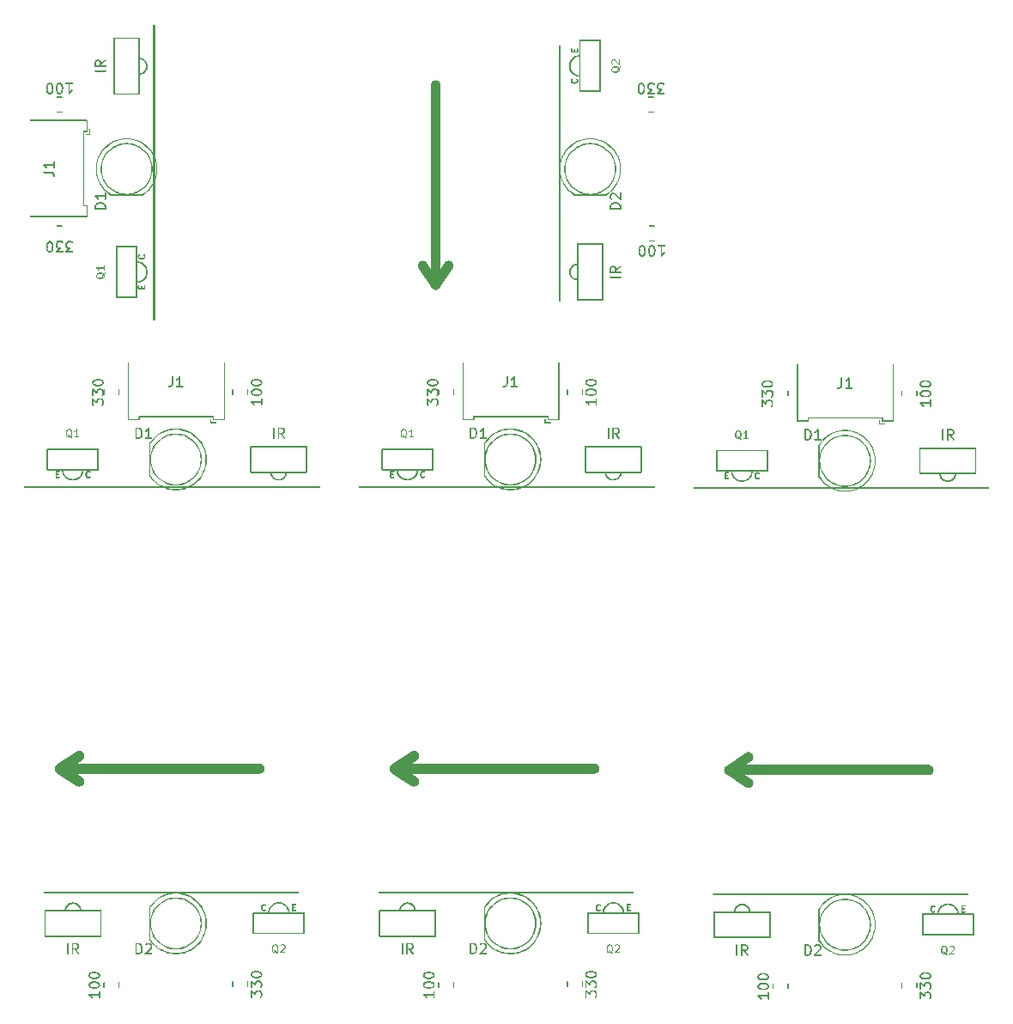
<source format=gto>
%MOIN*%
%OFA0B0*%
%FSLAX36Y36*%
%IPPOS*%
%LPD*%
G36*
X000224999Y000880315D02*
G01*
X000231082Y000881279D01*
X000236570Y000884075D01*
X000240925Y000888429D01*
X000243720Y000893918D01*
X000244683Y000900000D01*
X000243720Y000906083D01*
X000240925Y000911571D01*
X000236570Y000915927D01*
X000161570Y000965925D01*
X000156081Y000968723D01*
X000149999Y000969685D01*
X000143917Y000968723D01*
X000138427Y000965925D01*
X000134074Y000961571D01*
X000131277Y000956083D01*
X000130313Y000950000D01*
X000131277Y000943918D01*
X000134074Y000938429D01*
X000138427Y000934075D01*
X000213428Y000884075D01*
X000218915Y000881279D01*
X000224999Y000880315D01*
G37*
G36*
X000149999Y000930315D02*
G01*
X000156081Y000931279D01*
X000161570Y000934075D01*
X000236570Y000984076D01*
X000240925Y000988430D01*
X000243720Y000993917D01*
X000244683Y001000000D01*
X000243720Y001006081D01*
X000240925Y001011571D01*
X000236570Y001015925D01*
X000231082Y001018721D01*
X000224999Y001019686D01*
X000218915Y001018721D01*
X000213428Y001015925D01*
X000138427Y000965925D01*
X000134074Y000961571D01*
X000131277Y000956083D01*
X000130313Y000950000D01*
X000131277Y000943918D01*
X000134074Y000938429D01*
X000138427Y000934075D01*
X000143917Y000931279D01*
X000149999Y000930315D01*
G37*
G36*
X000149999Y000947047D02*
G01*
X000150910Y000947192D01*
X000151735Y000947611D01*
X000226733Y000997612D01*
X000227388Y000998265D01*
X000227807Y000999088D01*
X000227952Y001000000D01*
X000227807Y001000912D01*
X000227388Y001001736D01*
X000226733Y001002389D01*
X000225912Y001002809D01*
X000224999Y001002953D01*
X000224087Y001002809D01*
X000223263Y001002389D01*
X000148262Y000952389D01*
X000147609Y000951735D01*
X000147190Y000950912D01*
X000147046Y000950000D01*
X000147190Y000949087D01*
X000147609Y000948265D01*
X000148262Y000947611D01*
X000149087Y000947192D01*
X000149999Y000947047D01*
G37*
G36*
X000924999Y000930315D02*
G01*
X000931081Y000931279D01*
X000936570Y000934075D01*
X000940924Y000938429D01*
X000943720Y000943918D01*
X000944684Y000950000D01*
X000943720Y000956083D01*
X000940924Y000961571D01*
X000936570Y000965925D01*
X000931081Y000968723D01*
X000924999Y000969685D01*
X000149999Y000969685D01*
X000143917Y000968723D01*
X000138427Y000965925D01*
X000134074Y000961571D01*
X000131277Y000956083D01*
X000130313Y000950000D01*
X000131277Y000943918D01*
X000134074Y000938429D01*
X000138427Y000934075D01*
X000143917Y000931279D01*
X000149999Y000930315D01*
X000924999Y000930315D01*
G37*
G36*
X001156692Y002039765D02*
G01*
X001157909Y002039956D01*
X001159006Y002040517D01*
X001159877Y002041386D01*
X001160436Y002042484D01*
X001160629Y002043701D01*
X001160436Y002044919D01*
X001159877Y002046015D01*
X001159006Y002046887D01*
X001157909Y002047445D01*
X001156692Y002047638D01*
X000014960Y002047638D01*
X000013742Y002047445D01*
X000012646Y002046887D01*
X000011772Y002046015D01*
X000011215Y002044919D01*
X000011021Y002043701D01*
X000011215Y002042484D01*
X000011772Y002041386D01*
X000012646Y002040517D01*
X000013742Y002039956D01*
X000014960Y002039765D01*
X001156692Y002039765D01*
G37*
G36*
X001074999Y000464962D02*
G01*
X001076214Y000465154D01*
X001077313Y000465713D01*
X001078184Y000466584D01*
X001078743Y000467682D01*
X001078936Y000468897D01*
X001078743Y000470115D01*
X001078184Y000471211D01*
X001077313Y000472083D01*
X001076214Y000472642D01*
X001074999Y000472834D01*
X000090746Y000472834D01*
X000089530Y000472642D01*
X000088433Y000472083D01*
X000087561Y000471211D01*
X000087003Y000470115D01*
X000086810Y000468897D01*
X000087003Y000467682D01*
X000087561Y000466584D01*
X000088433Y000465713D01*
X000089530Y000465154D01*
X000090746Y000464962D01*
X001074999Y000464962D01*
G37*
G36*
X000878937Y000102774D02*
G01*
X000879666Y000102888D01*
X000880324Y000103225D01*
X000880846Y000103746D01*
X000881182Y000104405D01*
X000881298Y000105136D01*
X000881298Y000123014D01*
X000881182Y000123745D01*
X000880846Y000124403D01*
X000880324Y000124925D01*
X000879666Y000125261D01*
X000878937Y000125375D01*
X000878206Y000125261D01*
X000877547Y000124925D01*
X000877025Y000124403D01*
X000876689Y000123745D01*
X000876574Y000123014D01*
X000876574Y000105136D01*
X000876689Y000104405D01*
X000877025Y000103746D01*
X000877547Y000103225D01*
X000878206Y000102888D01*
X000878937Y000102774D01*
G37*
G36*
X000821063Y000102774D02*
G01*
X000821792Y000102888D01*
X000822448Y000103225D01*
X000822973Y000103746D01*
X000823309Y000104405D01*
X000823424Y000105136D01*
X000823424Y000123014D01*
X000823309Y000123745D01*
X000822973Y000124403D01*
X000822448Y000124925D01*
X000821792Y000125261D01*
X000821063Y000125375D01*
X000820330Y000125261D01*
X000819673Y000124925D01*
X000819151Y000124403D01*
X000818815Y000123745D01*
X000818700Y000123014D01*
X000818700Y000105136D01*
X000818815Y000104405D01*
X000819151Y000103746D01*
X000819673Y000103225D01*
X000820330Y000102888D01*
X000821063Y000102774D01*
G37*
G36*
X000734841Y002290552D02*
G01*
X000735572Y002290667D01*
X000736229Y002291003D01*
X000736753Y002291526D01*
X000737086Y002292184D01*
X000737204Y002292913D01*
X000737204Y002304726D01*
X000737086Y002305456D01*
X000736753Y002306114D01*
X000736229Y002306635D01*
X000735572Y002306972D01*
X000734841Y002307087D01*
X000734112Y002306972D01*
X000733452Y002306635D01*
X000732929Y002306114D01*
X000732595Y002305456D01*
X000732479Y002304726D01*
X000732479Y002292913D01*
X000732595Y002292184D01*
X000732929Y002291526D01*
X000733452Y002291003D01*
X000734112Y002290667D01*
X000734841Y002290552D01*
G37*
G36*
X000754527Y002290552D02*
G01*
X000755257Y002290667D01*
X000755915Y002291003D01*
X000756438Y002291526D01*
X000756772Y002292184D01*
X000756889Y002292913D01*
X000756772Y002293643D01*
X000756438Y002294303D01*
X000755915Y002294825D01*
X000755257Y002295161D01*
X000754527Y002295276D01*
X000734841Y002295276D01*
X000734112Y002295161D01*
X000733452Y002294825D01*
X000732929Y002294303D01*
X000732595Y002293643D01*
X000732479Y002292913D01*
X000732595Y002292184D01*
X000732929Y002291526D01*
X000733452Y002291003D01*
X000734112Y002290667D01*
X000734841Y002290552D01*
X000754527Y002290552D01*
G37*
G36*
X000746259Y002313780D02*
G01*
X000746989Y002313897D01*
X000747647Y002314231D01*
X000748169Y002314754D01*
X000748505Y002315412D01*
X000748622Y002316141D01*
X000748505Y002316872D01*
X000748169Y002317531D01*
X000747647Y002318053D01*
X000746989Y002318389D01*
X000746259Y002318504D01*
X000601968Y002318504D01*
X000601237Y002318389D01*
X000600579Y002318053D01*
X000600055Y002317531D01*
X000599721Y002316872D01*
X000599604Y002316141D01*
X000599721Y002315412D01*
X000600055Y002314754D01*
X000600579Y002314231D01*
X000601237Y002313897D01*
X000601968Y002313780D01*
X000746259Y002313780D01*
G37*
G36*
X000746259Y002301970D02*
G01*
X000746989Y002302085D01*
X000747647Y002302421D01*
X000748169Y002302943D01*
X000748505Y002303601D01*
X000748622Y002304331D01*
X000748622Y002316141D01*
X000748505Y002316872D01*
X000748169Y002317531D01*
X000747647Y002318053D01*
X000746989Y002318389D01*
X000746259Y002318504D01*
X000745529Y002318389D01*
X000744869Y002318053D01*
X000744347Y002317531D01*
X000744013Y002316872D01*
X000743897Y002316141D01*
X000743897Y002304331D01*
X000744013Y002303601D01*
X000744347Y002302943D01*
X000744869Y002302421D01*
X000745529Y002302085D01*
X000746259Y002301970D01*
G37*
G36*
X000788385Y002301970D02*
G01*
X000789115Y002302085D01*
X000789773Y002302421D01*
X000790296Y002302943D01*
X000790631Y002303601D01*
X000790748Y002304331D01*
X000790631Y002305061D01*
X000790296Y002305720D01*
X000789773Y002306243D01*
X000789115Y002306577D01*
X000788385Y002306692D01*
X000746259Y002306692D01*
X000745529Y002306577D01*
X000744869Y002306243D01*
X000744347Y002305720D01*
X000744013Y002305061D01*
X000743897Y002304331D01*
X000744013Y002303601D01*
X000744347Y002302943D01*
X000744869Y002302421D01*
X000745529Y002302085D01*
X000746259Y002301970D01*
X000788385Y002301970D01*
G37*
G36*
X000788385Y002301970D02*
G01*
X000789115Y002302085D01*
X000789773Y002302421D01*
X000790296Y002302943D01*
X000790631Y002303601D01*
X000790748Y002304331D01*
X000790748Y002525000D01*
X000786022Y002525000D01*
X000786022Y002304331D01*
X000786138Y002303601D01*
X000786474Y002302943D01*
X000786995Y002302421D01*
X000787655Y002302085D01*
X000788385Y002301970D01*
G37*
G36*
X000601968Y002313780D02*
G01*
X000602698Y002313897D01*
X000603356Y002314231D01*
X000603878Y002314754D01*
X000604214Y002315412D01*
X000604329Y002316141D01*
X000604214Y002316872D01*
X000603878Y002317531D01*
X000603356Y002318053D01*
X000602698Y002318389D01*
X000601968Y002318504D01*
X000457677Y002318504D01*
X000456946Y002318389D01*
X000456288Y002318053D01*
X000455764Y002317531D01*
X000455428Y002316872D01*
X000455313Y002316141D01*
X000455428Y002315412D01*
X000455764Y002314754D01*
X000456288Y002314231D01*
X000456946Y002313897D01*
X000457677Y002313780D01*
X000601968Y002313780D01*
G37*
G36*
X000457677Y002301970D02*
G01*
X000458407Y002302085D01*
X000459065Y002302421D01*
X000459586Y002302943D01*
X000459923Y002303601D01*
X000460039Y002304331D01*
X000460039Y002316141D01*
X000459923Y002316872D01*
X000459586Y002317531D01*
X000459065Y002318053D01*
X000458407Y002318389D01*
X000457677Y002318504D01*
X000456946Y002318389D01*
X000456288Y002318053D01*
X000455764Y002317531D01*
X000455428Y002316872D01*
X000455313Y002316141D01*
X000455313Y002304331D01*
X000455428Y002303601D01*
X000455764Y002302943D01*
X000456288Y002302421D01*
X000456946Y002302085D01*
X000457677Y002301970D01*
G37*
G36*
X000457677Y002301970D02*
G01*
X000458407Y002302085D01*
X000459065Y002302421D01*
X000459586Y002302943D01*
X000459923Y002303601D01*
X000460039Y002304331D01*
X000459923Y002305061D01*
X000459586Y002305720D01*
X000459065Y002306243D01*
X000458407Y002306577D01*
X000457677Y002306692D01*
X000415551Y002306692D01*
X000414820Y002306577D01*
X000414162Y002306243D01*
X000413638Y002305720D01*
X000413302Y002305061D01*
X000413188Y002304331D01*
X000413302Y002303601D01*
X000413638Y002302943D01*
X000414162Y002302421D01*
X000414820Y002302085D01*
X000415551Y002301970D01*
X000457677Y002301970D01*
G37*
G36*
X000415551Y002301970D02*
G01*
X000416281Y002302085D01*
X000416938Y002302421D01*
X000417461Y002302943D01*
X000417797Y002303601D01*
X000417912Y002304331D01*
X000417912Y002525000D01*
X000413188Y002525000D01*
X000413188Y002304331D01*
X000413302Y002303601D01*
X000413638Y002302943D01*
X000414162Y002302421D01*
X000414820Y002302085D01*
X000415551Y002301970D01*
G37*
G36*
X001098424Y000308465D02*
G01*
X001099337Y000308610D01*
X001100160Y000309030D01*
X001100812Y000309682D01*
X001101231Y000310506D01*
X001101377Y000311418D01*
X001101377Y000390157D01*
X001101231Y000391070D01*
X001100812Y000391892D01*
X001100160Y000392546D01*
X001099337Y000392965D01*
X001098424Y000393111D01*
X001097511Y000392965D01*
X001096688Y000392546D01*
X001096036Y000391892D01*
X001095616Y000391070D01*
X001095471Y000390157D01*
X001095471Y000311418D01*
X001095616Y000310506D01*
X001096036Y000309682D01*
X001096688Y000309030D01*
X001097511Y000308610D01*
X001098424Y000308465D01*
G37*
G36*
X001098424Y000387204D02*
G01*
X001099337Y000387349D01*
X001100160Y000387769D01*
X001100812Y000388423D01*
X001101231Y000389245D01*
X001101377Y000390157D01*
X001101231Y000391070D01*
X001100812Y000391892D01*
X001100160Y000392546D01*
X001099337Y000392965D01*
X001098424Y000393111D01*
X000901573Y000393111D01*
X000900662Y000392965D01*
X000899837Y000392546D01*
X000899184Y000391892D01*
X000898766Y000391070D01*
X000898621Y000390157D01*
X000898766Y000389245D01*
X000899184Y000388423D01*
X000899837Y000387769D01*
X000900662Y000387349D01*
X000901573Y000387204D01*
X001098424Y000387204D01*
G37*
G36*
X000901573Y000308465D02*
G01*
X000902486Y000308610D01*
X000903310Y000309030D01*
X000903962Y000309682D01*
X000904381Y000310506D01*
X000904527Y000311418D01*
X000904527Y000390157D01*
X000904381Y000391070D01*
X000903962Y000391892D01*
X000903310Y000392546D01*
X000902486Y000392965D01*
X000901573Y000393111D01*
X000900662Y000392965D01*
X000899837Y000392546D01*
X000899184Y000391892D01*
X000898766Y000391070D01*
X000898621Y000390157D01*
X000898621Y000311418D01*
X000898766Y000310506D01*
X000899184Y000309682D01*
X000899837Y000309030D01*
X000900662Y000308610D01*
X000901573Y000308465D01*
G37*
G36*
X001098424Y000308465D02*
G01*
X001099337Y000308610D01*
X001100160Y000309030D01*
X001100812Y000309682D01*
X001101231Y000310506D01*
X001101377Y000311418D01*
X001101231Y000312330D01*
X001100812Y000313154D01*
X001100160Y000313807D01*
X001099337Y000314225D01*
X001098424Y000314370D01*
X000901573Y000314370D01*
X000900662Y000314225D01*
X000899837Y000313807D01*
X000899184Y000313154D01*
X000898766Y000312330D01*
X000898621Y000311418D01*
X000898766Y000310506D01*
X000899184Y000309682D01*
X000899837Y000309030D01*
X000900662Y000308610D01*
X000901573Y000308465D01*
X001098424Y000308465D01*
G37*
G36*
X000999999Y000426575D02*
G01*
X001000911Y000426719D01*
X001001733Y000427140D01*
X001002388Y000427792D01*
X001002806Y000428615D01*
X001002950Y000429527D01*
X001002806Y000430441D01*
X001002388Y000431263D01*
X001001733Y000431916D01*
X001000911Y000432335D01*
X000999999Y000432481D01*
X000999087Y000432335D01*
X000998262Y000431916D01*
X000997611Y000431263D01*
X000997190Y000430441D01*
X000997045Y000429527D01*
X000997190Y000428615D01*
X000997611Y000427792D01*
X000998262Y000427140D01*
X000999087Y000426719D01*
X000999999Y000426575D01*
G37*
G36*
X000993840Y000426091D02*
G01*
X000999999Y000426575D01*
X001000911Y000426719D01*
X001001733Y000427140D01*
X001002388Y000427792D01*
X001002806Y000428615D01*
X001002950Y000429527D01*
X001002806Y000430441D01*
X001002388Y000431263D01*
X001001733Y000431916D01*
X001000911Y000432335D01*
X000999999Y000432481D01*
X000993840Y000431996D01*
X000992926Y000431852D01*
X000992103Y000431433D01*
X000991452Y000430779D01*
X000991032Y000429957D01*
X000990887Y000429044D01*
X000991032Y000428131D01*
X000991452Y000427308D01*
X000992103Y000426654D01*
X000992926Y000426234D01*
X000993840Y000426091D01*
G37*
G36*
X000987832Y000424646D02*
G01*
X000988745Y000424793D01*
X000994753Y000426234D01*
X000995576Y000426654D01*
X000996229Y000427308D01*
X000996648Y000428131D01*
X000996793Y000429044D01*
X000996648Y000429957D01*
X000996229Y000430779D01*
X000995576Y000431433D01*
X000994753Y000431852D01*
X000993840Y000431996D01*
X000992926Y000431852D01*
X000986919Y000430409D01*
X000986096Y000429990D01*
X000985444Y000429336D01*
X000985025Y000428513D01*
X000984880Y000427601D01*
X000985025Y000426688D01*
X000985444Y000425865D01*
X000986096Y000425211D01*
X000986919Y000424793D01*
X000987832Y000424646D01*
G37*
G36*
X000982124Y000422284D02*
G01*
X000983038Y000422429D01*
X000988745Y000424793D01*
X000989568Y000425211D01*
X000990219Y000425865D01*
X000990642Y000426688D01*
X000990786Y000427601D01*
X000990642Y000428513D01*
X000990219Y000429336D01*
X000989568Y000429990D01*
X000988745Y000430409D01*
X000987832Y000430553D01*
X000986919Y000430409D01*
X000981212Y000428046D01*
X000980389Y000427626D01*
X000979736Y000426972D01*
X000979316Y000426149D01*
X000979171Y000425238D01*
X000979316Y000424324D01*
X000979736Y000423502D01*
X000980389Y000422848D01*
X000981212Y000422429D01*
X000982124Y000422284D01*
G37*
G36*
X000976857Y000419054D02*
G01*
X000977771Y000419201D01*
X000978592Y000419619D01*
X000983861Y000422848D01*
X000984514Y000423502D01*
X000984932Y000424324D01*
X000985078Y000425238D01*
X000984932Y000426149D01*
X000984514Y000426972D01*
X000983861Y000427626D01*
X000983038Y000428046D01*
X000982124Y000428189D01*
X000981212Y000428046D01*
X000980389Y000427626D01*
X000975122Y000424398D01*
X000974468Y000423744D01*
X000974049Y000422921D01*
X000973905Y000422009D01*
X000974049Y000421096D01*
X000974468Y000420273D01*
X000975122Y000419619D01*
X000975945Y000419201D01*
X000976857Y000419054D01*
G37*
G36*
X000972161Y000415043D02*
G01*
X000973073Y000415188D01*
X000973895Y000415608D01*
X000978592Y000419619D01*
X000979247Y000420273D01*
X000979667Y000421096D01*
X000979810Y000422009D01*
X000979667Y000422921D01*
X000979247Y000423744D01*
X000978592Y000424398D01*
X000977771Y000424816D01*
X000976857Y000424961D01*
X000975945Y000424816D01*
X000975122Y000424398D01*
X000970425Y000420385D01*
X000969770Y000419733D01*
X000969352Y000418909D01*
X000969205Y000417997D01*
X000969352Y000417084D01*
X000969770Y000416261D01*
X000970425Y000415608D01*
X000971248Y000415188D01*
X000972161Y000415043D01*
G37*
G36*
X000968148Y000410347D02*
G01*
X000969059Y000410490D01*
X000969884Y000410908D01*
X000970535Y000411563D01*
X000974548Y000416261D01*
X000974968Y000417084D01*
X000975112Y000417997D01*
X000974968Y000418909D01*
X000974548Y000419733D01*
X000973895Y000420385D01*
X000973073Y000420804D01*
X000972161Y000420949D01*
X000971248Y000420804D01*
X000970425Y000420385D01*
X000969770Y000419733D01*
X000965757Y000415034D01*
X000965340Y000414212D01*
X000965196Y000413298D01*
X000965340Y000412387D01*
X000965757Y000411563D01*
X000966412Y000410908D01*
X000967234Y000410490D01*
X000968148Y000410347D01*
G37*
G36*
X000964920Y000405077D02*
G01*
X000965832Y000405223D01*
X000966654Y000405642D01*
X000967309Y000406296D01*
X000970535Y000411563D01*
X000970957Y000412387D01*
X000971101Y000413298D01*
X000970957Y000414212D01*
X000970535Y000415034D01*
X000969884Y000415687D01*
X000969059Y000416107D01*
X000968148Y000416252D01*
X000967234Y000416107D01*
X000966412Y000415687D01*
X000965757Y000415034D01*
X000962531Y000409767D01*
X000962110Y000408944D01*
X000961967Y000408032D01*
X000962110Y000407118D01*
X000962531Y000406296D01*
X000963184Y000405642D01*
X000964007Y000405223D01*
X000964920Y000405077D01*
G37*
G36*
X000962555Y000399370D02*
G01*
X000963468Y000399516D01*
X000964291Y000399935D01*
X000964944Y000400588D01*
X000965364Y000401411D01*
X000967727Y000407118D01*
X000967872Y000408032D01*
X000967727Y000408944D01*
X000967309Y000409767D01*
X000966654Y000410419D01*
X000965832Y000410839D01*
X000964920Y000410984D01*
X000964007Y000410839D01*
X000963184Y000410419D01*
X000962531Y000409767D01*
X000962110Y000408944D01*
X000959747Y000403236D01*
X000959602Y000402323D01*
X000959747Y000401411D01*
X000960166Y000400588D01*
X000960820Y000399935D01*
X000961644Y000399516D01*
X000962555Y000399370D01*
G37*
G36*
X000961114Y000393365D02*
G01*
X000962026Y000393508D01*
X000962849Y000393927D01*
X000963503Y000394581D01*
X000963921Y000395405D01*
X000965364Y000401411D01*
X000965509Y000402323D01*
X000965364Y000403236D01*
X000964944Y000404059D01*
X000964291Y000404713D01*
X000963468Y000405131D01*
X000962555Y000405276D01*
X000961644Y000405131D01*
X000960820Y000404713D01*
X000960166Y000404059D01*
X000959747Y000403236D01*
X000958304Y000397229D01*
X000958160Y000396317D01*
X000958304Y000395405D01*
X000958725Y000394581D01*
X000959377Y000393927D01*
X000960201Y000393508D01*
X000961114Y000393365D01*
G37*
G36*
X000960628Y000387204D02*
G01*
X000961541Y000387349D01*
X000962365Y000387769D01*
X000963017Y000388423D01*
X000963437Y000389245D01*
X000963582Y000390157D01*
X000964066Y000396317D01*
X000963921Y000397229D01*
X000963503Y000398053D01*
X000962849Y000398705D01*
X000962026Y000399125D01*
X000961114Y000399270D01*
X000960201Y000399125D01*
X000959377Y000398705D01*
X000958725Y000398053D01*
X000958304Y000397229D01*
X000958160Y000396317D01*
X000957676Y000390157D01*
X000957821Y000389245D01*
X000958240Y000388423D01*
X000958893Y000387769D01*
X000959716Y000387349D01*
X000960628Y000387204D01*
G37*
G36*
X001039369Y000387204D02*
G01*
X001040280Y000387349D01*
X001041105Y000387769D01*
X001041758Y000388423D01*
X001042176Y000389245D01*
X001042322Y000390157D01*
X001042176Y000391070D01*
X001041758Y000391892D01*
X001041105Y000392546D01*
X001040280Y000392965D01*
X001039369Y000393111D01*
X001038457Y000392965D01*
X001037633Y000392546D01*
X001036980Y000391892D01*
X001036559Y000391070D01*
X001036416Y000390157D01*
X001036559Y000389245D01*
X001036980Y000388423D01*
X001037633Y000387769D01*
X001038457Y000387349D01*
X001039369Y000387204D01*
G37*
G36*
X001039369Y000387204D02*
G01*
X001040280Y000387349D01*
X001041105Y000387769D01*
X001041758Y000388423D01*
X001042176Y000389245D01*
X001042322Y000390157D01*
X001041836Y000396317D01*
X001041692Y000397229D01*
X001041272Y000398053D01*
X001040619Y000398705D01*
X001039797Y000399125D01*
X001038883Y000399270D01*
X001037971Y000399125D01*
X001037149Y000398705D01*
X001036496Y000398053D01*
X001036075Y000397229D01*
X001035932Y000396317D01*
X001036416Y000390157D01*
X001036559Y000389245D01*
X001036980Y000388423D01*
X001037633Y000387769D01*
X001038457Y000387349D01*
X001039369Y000387204D01*
G37*
G36*
X001038883Y000393365D02*
G01*
X001039797Y000393508D01*
X001040619Y000393927D01*
X001041272Y000394581D01*
X001041692Y000395405D01*
X001041836Y000396317D01*
X001041692Y000397229D01*
X001040251Y000403236D01*
X001039830Y000404059D01*
X001039177Y000404713D01*
X001038354Y000405131D01*
X001037441Y000405276D01*
X001036529Y000405131D01*
X001035706Y000404713D01*
X001035053Y000404059D01*
X001034634Y000403236D01*
X001034489Y000402323D01*
X001034634Y000401411D01*
X001036075Y000395405D01*
X001036496Y000394581D01*
X001037149Y000393927D01*
X001037971Y000393508D01*
X001038883Y000393365D01*
G37*
G36*
X001037441Y000399370D02*
G01*
X001038354Y000399516D01*
X001039177Y000399935D01*
X001039830Y000400588D01*
X001040251Y000401411D01*
X001040395Y000402323D01*
X001040251Y000403236D01*
X001037886Y000408944D01*
X001037466Y000409767D01*
X001036813Y000410419D01*
X001035991Y000410839D01*
X001035078Y000410984D01*
X001034164Y000410839D01*
X001033342Y000410419D01*
X001032689Y000409767D01*
X001032269Y000408944D01*
X001032126Y000408032D01*
X001032269Y000407118D01*
X001034634Y000401411D01*
X001035053Y000400588D01*
X001035706Y000399935D01*
X001036529Y000399516D01*
X001037441Y000399370D01*
G37*
G36*
X001035078Y000405077D02*
G01*
X001035991Y000405223D01*
X001036813Y000405642D01*
X001037466Y000406296D01*
X001037886Y000407118D01*
X001038030Y000408032D01*
X001037886Y000408944D01*
X001037466Y000409767D01*
X001034238Y000415034D01*
X001033585Y000415687D01*
X001032762Y000416107D01*
X001031849Y000416252D01*
X001030937Y000416107D01*
X001030114Y000415687D01*
X001029461Y000415034D01*
X001029041Y000414212D01*
X001028897Y000413298D01*
X001029041Y000412387D01*
X001029461Y000411563D01*
X001032689Y000406296D01*
X001033342Y000405642D01*
X001034164Y000405223D01*
X001035078Y000405077D01*
G37*
G36*
X001031849Y000410347D02*
G01*
X001032762Y000410490D01*
X001033585Y000410908D01*
X001034238Y000411563D01*
X001034658Y000412387D01*
X001034802Y000413298D01*
X001034658Y000414212D01*
X001034238Y000415034D01*
X001030226Y000419733D01*
X001029574Y000420385D01*
X001028748Y000420804D01*
X001027836Y000420949D01*
X001026925Y000420804D01*
X001026103Y000420385D01*
X001025447Y000419733D01*
X001025029Y000418909D01*
X001024885Y000417997D01*
X001025029Y000417084D01*
X001025447Y000416261D01*
X001029461Y000411563D01*
X001030114Y000410908D01*
X001030937Y000410490D01*
X001031849Y000410347D01*
G37*
G36*
X001027836Y000415043D02*
G01*
X001028748Y000415188D01*
X001029574Y000415608D01*
X001030226Y000416261D01*
X001030645Y000417084D01*
X001030791Y000417997D01*
X001030645Y000418909D01*
X001030226Y000419733D01*
X001029574Y000420385D01*
X001024875Y000424398D01*
X001024053Y000424816D01*
X001023139Y000424961D01*
X001022226Y000424816D01*
X001021404Y000424398D01*
X001020751Y000423744D01*
X001020332Y000422921D01*
X001020186Y000422009D01*
X001020332Y000421096D01*
X001020751Y000420273D01*
X001021404Y000419619D01*
X001026103Y000415608D01*
X001026925Y000415188D01*
X001027836Y000415043D01*
G37*
G36*
X001023139Y000419054D02*
G01*
X001024053Y000419201D01*
X001024875Y000419619D01*
X001025528Y000420273D01*
X001025947Y000421096D01*
X001026092Y000422009D01*
X001025947Y000422921D01*
X001025528Y000423744D01*
X001024875Y000424398D01*
X001019606Y000427626D01*
X001018785Y000428046D01*
X001017873Y000428189D01*
X001016960Y000428046D01*
X001016135Y000427626D01*
X001015484Y000426972D01*
X001015065Y000426149D01*
X001014920Y000425238D01*
X001015065Y000424324D01*
X001015484Y000423502D01*
X001016135Y000422848D01*
X001021404Y000419619D01*
X001022226Y000419201D01*
X001023139Y000419054D01*
G37*
G36*
X001017873Y000422284D02*
G01*
X001018785Y000422429D01*
X001019606Y000422848D01*
X001020262Y000423502D01*
X001020681Y000424324D01*
X001020825Y000425238D01*
X001020681Y000426149D01*
X001020262Y000426972D01*
X001019606Y000427626D01*
X001018785Y000428046D01*
X001013077Y000430409D01*
X001012164Y000430553D01*
X001011252Y000430409D01*
X001010429Y000429990D01*
X001009776Y000429336D01*
X001009355Y000428513D01*
X001009212Y000427601D01*
X001009355Y000426688D01*
X001009776Y000425865D01*
X001010429Y000425211D01*
X001011252Y000424793D01*
X001016960Y000422429D01*
X001017873Y000422284D01*
G37*
G36*
X001012164Y000424646D02*
G01*
X001013077Y000424793D01*
X001013900Y000425211D01*
X001014553Y000425865D01*
X001014972Y000426688D01*
X001015117Y000427601D01*
X001014972Y000428513D01*
X001014553Y000429336D01*
X001013900Y000429990D01*
X001013077Y000430409D01*
X001007069Y000431852D01*
X001006158Y000431996D01*
X001005246Y000431852D01*
X001004421Y000431433D01*
X001003767Y000430779D01*
X001003347Y000429957D01*
X001003204Y000429044D01*
X001003347Y000428131D01*
X001003767Y000427308D01*
X001004421Y000426654D01*
X001005246Y000426234D01*
X001011252Y000424793D01*
X001012164Y000424646D01*
G37*
G36*
X001006158Y000426091D02*
G01*
X001007069Y000426234D01*
X001007892Y000426654D01*
X001008547Y000427308D01*
X001008964Y000428131D01*
X001009111Y000429044D01*
X001008964Y000429957D01*
X001008547Y000430779D01*
X001007892Y000431433D01*
X001007069Y000431852D01*
X001006158Y000431996D01*
X000999999Y000432481D01*
X000999087Y000432335D01*
X000998262Y000431916D01*
X000997611Y000431263D01*
X000997190Y000430441D01*
X000997045Y000429527D01*
X000997190Y000428615D01*
X000997611Y000427792D01*
X000998262Y000427140D01*
X000999087Y000426719D01*
X000999999Y000426575D01*
X001006158Y000426091D01*
G37*
G36*
X000101573Y002107678D02*
G01*
X000102485Y002107823D01*
X000103310Y002108241D01*
X000103962Y002108895D01*
X000104382Y002109718D01*
X000104526Y002110630D01*
X000104526Y002189371D01*
X000104382Y002190283D01*
X000103962Y002191106D01*
X000103310Y002191760D01*
X000102485Y002192179D01*
X000101573Y002192323D01*
X000100661Y002192179D01*
X000099837Y002191760D01*
X000099184Y002191106D01*
X000098765Y002190283D01*
X000098620Y002189371D01*
X000098620Y002110630D01*
X000098765Y002109718D01*
X000099184Y002108895D01*
X000099837Y002108241D01*
X000100661Y002107823D01*
X000101573Y002107678D01*
G37*
G36*
X000298423Y002107678D02*
G01*
X000299337Y002107823D01*
X000300160Y002108241D01*
X000300813Y002108895D01*
X000301232Y002109718D01*
X000301377Y002110630D01*
X000301232Y002111543D01*
X000300813Y002112367D01*
X000300160Y002113019D01*
X000299337Y002113438D01*
X000298423Y002113583D01*
X000101573Y002113583D01*
X000100661Y002113438D01*
X000099837Y002113019D01*
X000099184Y002112367D01*
X000098765Y002111543D01*
X000098620Y002110630D01*
X000098765Y002109718D01*
X000099184Y002108895D01*
X000099837Y002108241D01*
X000100661Y002107823D01*
X000101573Y002107678D01*
X000298423Y002107678D01*
G37*
G36*
X000298423Y002107678D02*
G01*
X000299337Y002107823D01*
X000300160Y002108241D01*
X000300813Y002108895D01*
X000301232Y002109718D01*
X000301377Y002110630D01*
X000301377Y002189371D01*
X000301232Y002190283D01*
X000300813Y002191106D01*
X000300160Y002191760D01*
X000299337Y002192179D01*
X000298423Y002192323D01*
X000297512Y002192179D01*
X000296688Y002191760D01*
X000296035Y002191106D01*
X000295616Y002190283D01*
X000295472Y002189371D01*
X000295472Y002110630D01*
X000295616Y002109718D01*
X000296035Y002108895D01*
X000296688Y002108241D01*
X000297512Y002107823D01*
X000298423Y002107678D01*
G37*
G36*
X000298423Y002186418D02*
G01*
X000299337Y002186563D01*
X000300160Y002186982D01*
X000300813Y002187635D01*
X000301232Y002188459D01*
X000301377Y002189371D01*
X000301232Y002190283D01*
X000300813Y002191106D01*
X000300160Y002191760D01*
X000299337Y002192179D01*
X000298423Y002192323D01*
X000101573Y002192323D01*
X000100661Y002192179D01*
X000099837Y002191760D01*
X000099184Y002191106D01*
X000098765Y002190283D01*
X000098620Y002189371D01*
X000098765Y002188459D01*
X000099184Y002187635D01*
X000099837Y002186982D01*
X000100661Y002186563D01*
X000101573Y002186418D01*
X000298423Y002186418D01*
G37*
G36*
X000199999Y002068308D02*
G01*
X000200910Y002068452D01*
X000201734Y002068871D01*
X000202388Y002069525D01*
X000202807Y002070349D01*
X000202950Y002071260D01*
X000202807Y002072172D01*
X000202388Y002072997D01*
X000201734Y002073648D01*
X000200910Y002074069D01*
X000199999Y002074212D01*
X000199086Y002074069D01*
X000198263Y002073648D01*
X000197609Y002072997D01*
X000197190Y002072172D01*
X000197045Y002071260D01*
X000197190Y002070349D01*
X000197609Y002069525D01*
X000198263Y002068871D01*
X000199086Y002068452D01*
X000199999Y002068308D01*
G37*
G36*
X000199999Y002068308D02*
G01*
X000206157Y002068792D01*
X000207071Y002068936D01*
X000207894Y002069357D01*
X000208546Y002070008D01*
X000208966Y002070833D01*
X000209109Y002071745D01*
X000208966Y002072657D01*
X000208546Y002073480D01*
X000207894Y002074134D01*
X000207071Y002074552D01*
X000206157Y002074698D01*
X000199999Y002074212D01*
X000199086Y002074069D01*
X000198263Y002073648D01*
X000197609Y002072997D01*
X000197190Y002072172D01*
X000197045Y002071260D01*
X000197190Y002070349D01*
X000197609Y002069525D01*
X000198263Y002068871D01*
X000199086Y002068452D01*
X000199999Y002068308D01*
G37*
G36*
X000206157Y002068792D02*
G01*
X000207071Y002068936D01*
X000213078Y002070379D01*
X000213900Y002070798D01*
X000214554Y002071451D01*
X000214972Y002072274D01*
X000215118Y002073187D01*
X000214972Y002074099D01*
X000214554Y002074923D01*
X000213900Y002075575D01*
X000213078Y002075996D01*
X000212164Y002076139D01*
X000211253Y002075996D01*
X000205245Y002074552D01*
X000204421Y002074134D01*
X000203768Y002073480D01*
X000203349Y002072657D01*
X000203204Y002071745D01*
X000203349Y002070833D01*
X000203768Y002070008D01*
X000204421Y002069357D01*
X000205245Y002068936D01*
X000206157Y002068792D01*
G37*
G36*
X000212164Y002070234D02*
G01*
X000213078Y002070379D01*
X000218784Y002072743D01*
X000219607Y002073163D01*
X000220260Y002073815D01*
X000220680Y002074639D01*
X000220826Y002075552D01*
X000220680Y002076464D01*
X000220260Y002077286D01*
X000219607Y002077941D01*
X000218784Y002078360D01*
X000217871Y002078504D01*
X000216961Y002078360D01*
X000211253Y002075996D01*
X000210428Y002075575D01*
X000209776Y002074923D01*
X000209356Y002074099D01*
X000209212Y002073187D01*
X000209356Y002072274D01*
X000209776Y002071451D01*
X000210428Y002070798D01*
X000211253Y002070379D01*
X000212164Y002070234D01*
G37*
G36*
X000217871Y002072598D02*
G01*
X000218784Y002072743D01*
X000219607Y002073163D01*
X000224875Y002076390D01*
X000225528Y002077044D01*
X000225948Y002077867D01*
X000226092Y002078779D01*
X000225948Y002079691D01*
X000225528Y002080514D01*
X000224875Y002081168D01*
X000224052Y002081588D01*
X000223139Y002081731D01*
X000222228Y002081588D01*
X000221404Y002081168D01*
X000216136Y002077941D01*
X000215483Y002077286D01*
X000215064Y002076464D01*
X000214919Y002075552D01*
X000215064Y002074639D01*
X000215483Y002073815D01*
X000216136Y002073163D01*
X000216961Y002072743D01*
X000217871Y002072598D01*
G37*
G36*
X000223139Y002075828D02*
G01*
X000224052Y002075971D01*
X000224875Y002076390D01*
X000229573Y002080403D01*
X000230226Y002081057D01*
X000230646Y002081878D01*
X000230789Y002082793D01*
X000230646Y002083704D01*
X000230226Y002084527D01*
X000229573Y002085181D01*
X000228751Y002085600D01*
X000227838Y002085744D01*
X000226926Y002085600D01*
X000226103Y002085181D01*
X000221404Y002081168D01*
X000220750Y002080514D01*
X000220332Y002079691D01*
X000220186Y002078779D01*
X000220332Y002077867D01*
X000220750Y002077044D01*
X000221404Y002076390D01*
X000222228Y002075971D01*
X000223139Y002075828D01*
G37*
G36*
X000227838Y002079838D02*
G01*
X000228751Y002079983D01*
X000229573Y002080403D01*
X000230226Y002081057D01*
X000234238Y002085753D01*
X000234657Y002086576D01*
X000234802Y002087489D01*
X000234657Y002088401D01*
X000234238Y002089225D01*
X000233585Y002089878D01*
X000232762Y002090297D01*
X000231850Y002090442D01*
X000230937Y002090297D01*
X000230114Y002089878D01*
X000229461Y002089225D01*
X000225448Y002084527D01*
X000225029Y002083704D01*
X000224885Y002082793D01*
X000225029Y002081878D01*
X000225448Y002081057D01*
X000226103Y002080403D01*
X000226926Y002079983D01*
X000227838Y002079838D01*
G37*
G36*
X000231850Y002084536D02*
G01*
X000232762Y002084682D01*
X000233585Y002085100D01*
X000234238Y002085753D01*
X000237466Y002091022D01*
X000237886Y002091843D01*
X000238031Y002092756D01*
X000237886Y002093670D01*
X000237466Y002094493D01*
X000236813Y002095145D01*
X000235990Y002095565D01*
X000235077Y002095710D01*
X000234166Y002095565D01*
X000233340Y002095145D01*
X000232688Y002094493D01*
X000229461Y002089225D01*
X000229041Y002088401D01*
X000228896Y002087489D01*
X000229041Y002086576D01*
X000229461Y002085753D01*
X000230114Y002085100D01*
X000230937Y002084682D01*
X000231850Y002084536D01*
G37*
G36*
X000235077Y002089804D02*
G01*
X000235990Y002089948D01*
X000236813Y002090367D01*
X000237466Y002091022D01*
X000237886Y002091843D01*
X000240250Y002097552D01*
X000240393Y002098464D01*
X000240250Y002099376D01*
X000239830Y002100200D01*
X000239177Y002100853D01*
X000238354Y002101273D01*
X000237442Y002101417D01*
X000236529Y002101273D01*
X000235706Y002100853D01*
X000235053Y002100200D01*
X000234634Y002099376D01*
X000232270Y002093670D01*
X000232125Y002092756D01*
X000232270Y002091843D01*
X000232688Y002091022D01*
X000233340Y002090367D01*
X000234166Y002089948D01*
X000235077Y002089804D01*
G37*
G36*
X000237442Y002095513D02*
G01*
X000238354Y002095656D01*
X000239177Y002096075D01*
X000239830Y002096728D01*
X000240250Y002097552D01*
X000241690Y002103560D01*
X000241836Y002104472D01*
X000241690Y002105384D01*
X000241274Y002106208D01*
X000240619Y002106861D01*
X000239796Y002107280D01*
X000238884Y002107424D01*
X000237971Y002107280D01*
X000237149Y002106861D01*
X000236495Y002106208D01*
X000236075Y002105384D01*
X000234634Y002099376D01*
X000234490Y002098464D01*
X000234634Y002097552D01*
X000235053Y002096728D01*
X000235706Y002096075D01*
X000236529Y002095656D01*
X000237442Y002095513D01*
G37*
G36*
X000238884Y002101520D02*
G01*
X000239796Y002101664D01*
X000240619Y002102083D01*
X000241274Y002102736D01*
X000241690Y002103560D01*
X000241836Y002104472D01*
X000242322Y002110630D01*
X000242177Y002111543D01*
X000241758Y002112367D01*
X000241104Y002113019D01*
X000240281Y002113438D01*
X000239368Y002113583D01*
X000238457Y002113438D01*
X000237632Y002113019D01*
X000236979Y002112367D01*
X000236560Y002111543D01*
X000236415Y002110630D01*
X000235931Y002104472D01*
X000236075Y002103560D01*
X000236495Y002102736D01*
X000237149Y002102083D01*
X000237971Y002101664D01*
X000238884Y002101520D01*
G37*
G36*
X000160629Y002107678D02*
G01*
X000161539Y002107823D01*
X000162365Y002108241D01*
X000163018Y002108895D01*
X000163436Y002109718D01*
X000163581Y002110630D01*
X000163436Y002111543D01*
X000163018Y002112367D01*
X000162365Y002113019D01*
X000161539Y002113438D01*
X000160629Y002113583D01*
X000159716Y002113438D01*
X000158893Y002113019D01*
X000158239Y002112367D01*
X000157820Y002111543D01*
X000157675Y002110630D01*
X000157820Y002109718D01*
X000158239Y002108895D01*
X000158893Y002108241D01*
X000159716Y002107823D01*
X000160629Y002107678D01*
G37*
G36*
X000161114Y002101520D02*
G01*
X000162026Y002101664D01*
X000162849Y002102083D01*
X000163502Y002102736D01*
X000163922Y002103560D01*
X000164065Y002104472D01*
X000163581Y002110630D01*
X000163436Y002111543D01*
X000163018Y002112367D01*
X000162365Y002113019D01*
X000161539Y002113438D01*
X000160629Y002113583D01*
X000159716Y002113438D01*
X000158893Y002113019D01*
X000158239Y002112367D01*
X000157820Y002111543D01*
X000157675Y002110630D01*
X000158160Y002104472D01*
X000158305Y002103560D01*
X000158724Y002102736D01*
X000159377Y002102083D01*
X000160202Y002101664D01*
X000161114Y002101520D01*
G37*
G36*
X000162555Y002095513D02*
G01*
X000163466Y002095656D01*
X000164291Y002096075D01*
X000164944Y002096728D01*
X000165363Y002097552D01*
X000165508Y002098464D01*
X000165363Y002099376D01*
X000163922Y002105384D01*
X000163502Y002106208D01*
X000162849Y002106861D01*
X000162026Y002107280D01*
X000161114Y002107424D01*
X000160202Y002107280D01*
X000159377Y002106861D01*
X000158724Y002106208D01*
X000158305Y002105384D01*
X000158160Y002104472D01*
X000158305Y002103560D01*
X000159747Y002097552D01*
X000160167Y002096728D01*
X000160820Y002096075D01*
X000161642Y002095656D01*
X000162555Y002095513D01*
G37*
G36*
X000164920Y002089804D02*
G01*
X000165831Y002089948D01*
X000166656Y002090367D01*
X000167309Y002091022D01*
X000167727Y002091843D01*
X000167873Y002092756D01*
X000167727Y002093670D01*
X000165363Y002099376D01*
X000164944Y002100200D01*
X000164291Y002100853D01*
X000163466Y002101273D01*
X000162555Y002101417D01*
X000161642Y002101273D01*
X000160820Y002100853D01*
X000160167Y002100200D01*
X000159747Y002099376D01*
X000159603Y002098464D01*
X000159747Y002097552D01*
X000162111Y002091843D01*
X000162530Y002091022D01*
X000163184Y002090367D01*
X000164008Y002089948D01*
X000164920Y002089804D01*
G37*
G36*
X000168147Y002084536D02*
G01*
X000169060Y002084682D01*
X000169882Y002085100D01*
X000170536Y002085753D01*
X000170955Y002086576D01*
X000171100Y002087489D01*
X000170955Y002088401D01*
X000170536Y002089225D01*
X000167309Y002094493D01*
X000166656Y002095145D01*
X000165831Y002095565D01*
X000164920Y002095710D01*
X000164008Y002095565D01*
X000163184Y002095145D01*
X000162530Y002094493D01*
X000162111Y002093670D01*
X000161966Y002092756D01*
X000162111Y002091843D01*
X000162530Y002091022D01*
X000165759Y002085753D01*
X000166413Y002085100D01*
X000167234Y002084682D01*
X000168147Y002084536D01*
G37*
G36*
X000172160Y002079838D02*
G01*
X000173071Y002079983D01*
X000173895Y002080403D01*
X000174548Y002081057D01*
X000174968Y002081878D01*
X000175112Y002082793D01*
X000174968Y002083704D01*
X000174548Y002084527D01*
X000170536Y002089225D01*
X000169882Y002089878D01*
X000169060Y002090297D01*
X000168147Y002090442D01*
X000167234Y002090297D01*
X000166413Y002089878D01*
X000165759Y002089225D01*
X000165339Y002088401D01*
X000165196Y002087489D01*
X000165339Y002086576D01*
X000165759Y002085753D01*
X000169771Y002081057D01*
X000170425Y002080403D01*
X000171246Y002079983D01*
X000172160Y002079838D01*
G37*
G36*
X000176858Y002075828D02*
G01*
X000177769Y002075971D01*
X000178594Y002076390D01*
X000179247Y002077044D01*
X000179665Y002077867D01*
X000179811Y002078779D01*
X000179665Y002079691D01*
X000179247Y002080514D01*
X000178594Y002081168D01*
X000173895Y002085181D01*
X000173071Y002085600D01*
X000172160Y002085744D01*
X000171246Y002085600D01*
X000170425Y002085181D01*
X000169771Y002084527D01*
X000169351Y002083704D01*
X000169207Y002082793D01*
X000169351Y002081878D01*
X000169771Y002081057D01*
X000170425Y002080403D01*
X000175122Y002076390D01*
X000175944Y002075971D01*
X000176858Y002075828D01*
G37*
G36*
X000182126Y002072598D02*
G01*
X000183036Y002072743D01*
X000183860Y002073163D01*
X000184513Y002073815D01*
X000184933Y002074639D01*
X000185078Y002075552D01*
X000184933Y002076464D01*
X000184513Y002077286D01*
X000183860Y002077941D01*
X000178594Y002081168D01*
X000177769Y002081588D01*
X000176858Y002081731D01*
X000175944Y002081588D01*
X000175122Y002081168D01*
X000174468Y002080514D01*
X000174049Y002079691D01*
X000173904Y002078779D01*
X000174049Y002077867D01*
X000174468Y002077044D01*
X000175122Y002076390D01*
X000180389Y002073163D01*
X000181213Y002072743D01*
X000182126Y002072598D01*
G37*
G36*
X000187833Y002070234D02*
G01*
X000188744Y002070379D01*
X000189569Y002070798D01*
X000190222Y002071451D01*
X000190640Y002072274D01*
X000190786Y002073187D01*
X000190640Y002074099D01*
X000190222Y002074923D01*
X000189569Y002075575D01*
X000188744Y002075996D01*
X000183036Y002078360D01*
X000182126Y002078504D01*
X000181213Y002078360D01*
X000180389Y002077941D01*
X000179736Y002077286D01*
X000179318Y002076464D01*
X000179172Y002075552D01*
X000179318Y002074639D01*
X000179736Y002073815D01*
X000180389Y002073163D01*
X000181213Y002072743D01*
X000186920Y002070379D01*
X000187833Y002070234D01*
G37*
G36*
X000193839Y002068792D02*
G01*
X000194753Y002068936D01*
X000195575Y002069357D01*
X000196228Y002070008D01*
X000196648Y002070833D01*
X000196793Y002071745D01*
X000196648Y002072657D01*
X000196228Y002073480D01*
X000195575Y002074134D01*
X000194753Y002074552D01*
X000188744Y002075996D01*
X000187833Y002076139D01*
X000186920Y002075996D01*
X000186097Y002075575D01*
X000185443Y002074923D01*
X000185025Y002074099D01*
X000184880Y002073187D01*
X000185025Y002072274D01*
X000185443Y002071451D01*
X000186097Y002070798D01*
X000186920Y002070379D01*
X000192928Y002068936D01*
X000193839Y002068792D01*
G37*
G36*
X000199999Y002068308D02*
G01*
X000200910Y002068452D01*
X000201734Y002068871D01*
X000202388Y002069525D01*
X000202807Y002070349D01*
X000202950Y002071260D01*
X000202807Y002072172D01*
X000202388Y002072997D01*
X000201734Y002073648D01*
X000200910Y002074069D01*
X000199999Y002074212D01*
X000193839Y002074698D01*
X000192928Y002074552D01*
X000192104Y002074134D01*
X000191451Y002073480D01*
X000191031Y002072657D01*
X000190888Y002071745D01*
X000191031Y002070833D01*
X000191451Y002070008D01*
X000192104Y002069357D01*
X000192928Y002068936D01*
X000193839Y002068792D01*
X000199999Y002068308D01*
G37*
G36*
X001107479Y002196259D02*
G01*
X001108392Y002196406D01*
X001109215Y002196824D01*
X001109867Y002197478D01*
X001110288Y002198301D01*
X001110432Y002199214D01*
X001110288Y002200126D01*
X001109867Y002200949D01*
X001109215Y002201602D01*
X001108392Y002202022D01*
X001107479Y002202166D01*
X000890944Y002202166D01*
X000890032Y002202022D01*
X000889208Y002201602D01*
X000888555Y002200949D01*
X000888135Y002200126D01*
X000887992Y002199214D01*
X000888135Y002198301D01*
X000888555Y002197478D01*
X000889208Y002196824D01*
X000890032Y002196406D01*
X000890944Y002196259D01*
X001107479Y002196259D01*
G37*
G36*
X000890944Y002097835D02*
G01*
X000891855Y002097981D01*
X000892679Y002098399D01*
X000893333Y002099052D01*
X000893752Y002099875D01*
X000893896Y002100789D01*
X000893896Y002199214D01*
X000893752Y002200126D01*
X000893333Y002200949D01*
X000892679Y002201602D01*
X000891855Y002202022D01*
X000890944Y002202166D01*
X000890032Y002202022D01*
X000889208Y002201602D01*
X000888555Y002200949D01*
X000888135Y002200126D01*
X000887992Y002199214D01*
X000887992Y002100789D01*
X000888135Y002099875D01*
X000888555Y002099052D01*
X000889208Y002098399D01*
X000890032Y002097981D01*
X000890944Y002097835D01*
G37*
G36*
X001107479Y002097835D02*
G01*
X001108392Y002097981D01*
X001109215Y002098399D01*
X001109867Y002099052D01*
X001110288Y002099875D01*
X001110432Y002100789D01*
X001110288Y002101701D01*
X001109867Y002102524D01*
X001109215Y002103176D01*
X001108392Y002103595D01*
X001107479Y002103741D01*
X000890944Y002103741D01*
X000890032Y002103595D01*
X000889208Y002103176D01*
X000888555Y002102524D01*
X000888135Y002101701D01*
X000887992Y002100789D01*
X000888135Y002099875D01*
X000888555Y002099052D01*
X000889208Y002098399D01*
X000890032Y002097981D01*
X000890944Y002097835D01*
X001107479Y002097835D01*
G37*
G36*
X001107479Y002097835D02*
G01*
X001108392Y002097981D01*
X001109215Y002098399D01*
X001109867Y002099052D01*
X001110288Y002099875D01*
X001110432Y002100789D01*
X001110432Y002199214D01*
X001110288Y002200126D01*
X001109867Y002200949D01*
X001109215Y002201602D01*
X001108392Y002202022D01*
X001107479Y002202166D01*
X001106565Y002202022D01*
X001105744Y002201602D01*
X001105090Y002200949D01*
X001104671Y002200126D01*
X001104526Y002199214D01*
X001104526Y002100789D01*
X001104671Y002099875D01*
X001105090Y002099052D01*
X001105744Y002098399D01*
X001106565Y002097981D01*
X001107479Y002097835D01*
G37*
G36*
X000999211Y002068308D02*
G01*
X001000124Y002068452D01*
X001000945Y002068871D01*
X001001600Y002069525D01*
X001002019Y002070349D01*
X001002165Y002071260D01*
X001002019Y002072172D01*
X001001600Y002072997D01*
X001000945Y002073648D01*
X001000124Y002074069D01*
X000999211Y002074212D01*
X000998299Y002074069D01*
X000997476Y002073648D01*
X000996823Y002072997D01*
X000996402Y002072172D01*
X000996259Y002071260D01*
X000996402Y002070349D01*
X000996823Y002069525D01*
X000997476Y002068871D01*
X000998299Y002068452D01*
X000999211Y002068308D01*
G37*
G36*
X000999211Y002068308D02*
G01*
X001003830Y002068671D01*
X001004742Y002068816D01*
X001005566Y002069235D01*
X001006219Y002069888D01*
X001006639Y002070711D01*
X001006783Y002071624D01*
X001006639Y002072536D01*
X001006219Y002073359D01*
X001005566Y002074013D01*
X001004742Y002074431D01*
X001003830Y002074576D01*
X000999211Y002074212D01*
X000998299Y002074069D01*
X000997476Y002073648D01*
X000996823Y002072997D01*
X000996402Y002072172D01*
X000996259Y002071260D01*
X000996402Y002070349D01*
X000996823Y002069525D01*
X000997476Y002068871D01*
X000998299Y002068452D01*
X000999211Y002068308D01*
G37*
G36*
X001003830Y002068671D02*
G01*
X001004742Y002068816D01*
X001009249Y002069897D01*
X001010072Y002070316D01*
X001010725Y002070971D01*
X001011144Y002071793D01*
X001011289Y002072705D01*
X001011144Y002073618D01*
X001010725Y002074441D01*
X001010072Y002075094D01*
X001009249Y002075515D01*
X001008335Y002075659D01*
X001007424Y002075515D01*
X001002918Y002074431D01*
X001002095Y002074013D01*
X001001441Y002073359D01*
X001001022Y002072536D01*
X001000877Y002071624D01*
X001001022Y002070711D01*
X001001441Y002069888D01*
X001002095Y002069235D01*
X001002918Y002068816D01*
X001003830Y002068671D01*
G37*
G36*
X001008335Y002069753D02*
G01*
X001009249Y002069897D01*
X001013528Y002071669D01*
X001014351Y002072089D01*
X001015006Y002072743D01*
X001015425Y002073566D01*
X001015569Y002074478D01*
X001015425Y002075391D01*
X001015006Y002076213D01*
X001014351Y002076867D01*
X001013528Y002077286D01*
X001012615Y002077432D01*
X001011703Y002077286D01*
X001007424Y002075515D01*
X001006599Y002075094D01*
X001005946Y002074441D01*
X001005528Y002073618D01*
X001005384Y002072705D01*
X001005528Y002071793D01*
X001005946Y002070971D01*
X001006599Y002070316D01*
X001007424Y002069897D01*
X001008335Y002069753D01*
G37*
G36*
X001012615Y002071526D02*
G01*
X001013528Y002071669D01*
X001014351Y002072089D01*
X001018303Y002074511D01*
X001018956Y002075164D01*
X001019376Y002075987D01*
X001019520Y002076900D01*
X001019376Y002077813D01*
X001018956Y002078634D01*
X001018303Y002079288D01*
X001017478Y002079707D01*
X001016567Y002079853D01*
X001015655Y002079707D01*
X001014832Y002079288D01*
X001010880Y002076867D01*
X001010227Y002076213D01*
X001009809Y002075391D01*
X001009663Y002074478D01*
X001009809Y002073566D01*
X001010227Y002072743D01*
X001010880Y002072089D01*
X001011703Y002071669D01*
X001012615Y002071526D01*
G37*
G36*
X001016567Y002073947D02*
G01*
X001017478Y002074090D01*
X001018303Y002074511D01*
X001021825Y002077519D01*
X001022478Y002078173D01*
X001022899Y002078996D01*
X001023042Y002079908D01*
X001022899Y002080820D01*
X001022478Y002081645D01*
X001021825Y002082297D01*
X001021003Y002082717D01*
X001020091Y002082862D01*
X001019179Y002082717D01*
X001018354Y002082297D01*
X001014832Y002079288D01*
X001014178Y002078634D01*
X001013757Y002077813D01*
X001013614Y002076900D01*
X001013757Y002075987D01*
X001014178Y002075164D01*
X001014832Y002074511D01*
X001015655Y002074090D01*
X001016567Y002073947D01*
G37*
G36*
X001020091Y002076956D02*
G01*
X001021003Y002077100D01*
X001021825Y002077519D01*
X001022478Y002078173D01*
X001025489Y002081696D01*
X001025908Y002082519D01*
X001026052Y002083432D01*
X001025908Y002084345D01*
X001025489Y002085168D01*
X001024834Y002085821D01*
X001024011Y002086240D01*
X001023099Y002086385D01*
X001022188Y002086240D01*
X001021363Y002085821D01*
X001020710Y002085168D01*
X001017702Y002081645D01*
X001017282Y002080820D01*
X001017139Y002079908D01*
X001017282Y002078996D01*
X001017702Y002078173D01*
X001018354Y002077519D01*
X001019179Y002077100D01*
X001020091Y002076956D01*
G37*
G36*
X001023099Y002080479D02*
G01*
X001024011Y002080623D01*
X001024834Y002081044D01*
X001025489Y002081696D01*
X001027910Y002085646D01*
X001028329Y002086471D01*
X001028473Y002087383D01*
X001028329Y002088293D01*
X001027910Y002089118D01*
X001027255Y002089772D01*
X001026432Y002090191D01*
X001025520Y002090334D01*
X001024608Y002090191D01*
X001023786Y002089772D01*
X001023131Y002089118D01*
X001020710Y002085168D01*
X001020292Y002084345D01*
X001020148Y002083432D01*
X001020292Y002082519D01*
X001020710Y002081696D01*
X001021363Y002081044D01*
X001022188Y002080623D01*
X001023099Y002080479D01*
G37*
G36*
X001025520Y002084431D02*
G01*
X001026432Y002084574D01*
X001027255Y002084995D01*
X001027910Y002085646D01*
X001028329Y002086471D01*
X001030102Y002090750D01*
X001030245Y002091663D01*
X001030102Y002092577D01*
X001029682Y002093398D01*
X001029029Y002094052D01*
X001028205Y002094471D01*
X001027293Y002094617D01*
X001026381Y002094471D01*
X001025558Y002094052D01*
X001024905Y002093398D01*
X001024485Y002092577D01*
X001022713Y002088293D01*
X001022567Y002087383D01*
X001022713Y002086471D01*
X001023131Y002085646D01*
X001023786Y002084995D01*
X001024608Y002084574D01*
X001025520Y002084431D01*
G37*
G36*
X001027293Y002088711D02*
G01*
X001028205Y002088855D01*
X001029029Y002089274D01*
X001029682Y002089928D01*
X001030102Y002090750D01*
X001031183Y002095256D01*
X001031328Y002096169D01*
X001031183Y002097082D01*
X001030764Y002097905D01*
X001030111Y002098558D01*
X001029288Y002098978D01*
X001028376Y002099122D01*
X001027463Y002098978D01*
X001026639Y002098558D01*
X001025987Y002097905D01*
X001025566Y002097082D01*
X001024485Y002092577D01*
X001024342Y002091663D01*
X001024485Y002090750D01*
X001024905Y002089928D01*
X001025558Y002089274D01*
X001026381Y002088855D01*
X001027293Y002088711D01*
G37*
G36*
X001028376Y002093216D02*
G01*
X001029288Y002093360D01*
X001030111Y002093780D01*
X001030764Y002094433D01*
X001031183Y002095256D01*
X001031328Y002096169D01*
X001031690Y002100789D01*
X001031547Y002101701D01*
X001031128Y002102524D01*
X001030473Y002103176D01*
X001029652Y002103595D01*
X001028740Y002103741D01*
X001027825Y002103595D01*
X001027004Y002103176D01*
X001026350Y002102524D01*
X001025930Y002101701D01*
X001025785Y002100789D01*
X001025422Y002096169D01*
X001025566Y002095256D01*
X001025987Y002094433D01*
X001026639Y002093780D01*
X001027463Y002093360D01*
X001028376Y002093216D01*
G37*
G36*
X000969685Y002097835D02*
G01*
X000970596Y002097981D01*
X000971419Y002098399D01*
X000972072Y002099052D01*
X000972491Y002099875D01*
X000972637Y002100789D01*
X000972491Y002101701D01*
X000972072Y002102524D01*
X000971419Y002103176D01*
X000970596Y002103595D01*
X000969685Y002103741D01*
X000968771Y002103595D01*
X000967948Y002103176D01*
X000967294Y002102524D01*
X000966876Y002101701D01*
X000966731Y002100789D01*
X000966876Y002099875D01*
X000967294Y002099052D01*
X000967948Y002098399D01*
X000968771Y002097981D01*
X000969685Y002097835D01*
G37*
G36*
X000970048Y002093216D02*
G01*
X000970960Y002093360D01*
X000971783Y002093780D01*
X000972437Y002094433D01*
X000972856Y002095256D01*
X000973000Y002096169D01*
X000972637Y002100789D01*
X000972491Y002101701D01*
X000972072Y002102524D01*
X000971419Y002103176D01*
X000970596Y002103595D01*
X000969685Y002103741D01*
X000968771Y002103595D01*
X000967948Y002103176D01*
X000967294Y002102524D01*
X000966876Y002101701D01*
X000966731Y002100789D01*
X000967095Y002096169D01*
X000967239Y002095256D01*
X000967658Y002094433D01*
X000968312Y002093780D01*
X000969134Y002093360D01*
X000970048Y002093216D01*
G37*
G36*
X000971127Y002088711D02*
G01*
X000972041Y002088855D01*
X000972865Y002089274D01*
X000973518Y002089928D01*
X000973937Y002090750D01*
X000974081Y002091663D01*
X000973937Y002092577D01*
X000972856Y002097082D01*
X000972437Y002097905D01*
X000971783Y002098558D01*
X000970960Y002098978D01*
X000970048Y002099122D01*
X000969134Y002098978D01*
X000968312Y002098558D01*
X000967658Y002097905D01*
X000967239Y002097082D01*
X000967095Y002096169D01*
X000967239Y002095256D01*
X000968321Y002090750D01*
X000968740Y002089928D01*
X000969393Y002089274D01*
X000970217Y002088855D01*
X000971127Y002088711D01*
G37*
G36*
X000972903Y002084431D02*
G01*
X000973815Y002084574D01*
X000974638Y002084995D01*
X000975290Y002085646D01*
X000975710Y002086471D01*
X000975855Y002087383D01*
X000975710Y002088293D01*
X000973937Y002092577D01*
X000973518Y002093398D01*
X000972865Y002094052D01*
X000972041Y002094471D01*
X000971127Y002094617D01*
X000970217Y002094471D01*
X000969393Y002094052D01*
X000968740Y002093398D01*
X000968321Y002092577D01*
X000968177Y002091663D01*
X000968321Y002090750D01*
X000970093Y002086471D01*
X000970512Y002085646D01*
X000971167Y002084995D01*
X000971988Y002084574D01*
X000972903Y002084431D01*
G37*
G36*
X000975322Y002080479D02*
G01*
X000976234Y002080623D01*
X000977058Y002081044D01*
X000977713Y002081696D01*
X000978131Y002082519D01*
X000978274Y002083432D01*
X000978131Y002084345D01*
X000977713Y002085168D01*
X000975290Y002089118D01*
X000974638Y002089772D01*
X000973815Y002090191D01*
X000972903Y002090334D01*
X000971988Y002090191D01*
X000971167Y002089772D01*
X000970512Y002089118D01*
X000970093Y002088293D01*
X000969949Y002087383D01*
X000970093Y002086471D01*
X000970512Y002085646D01*
X000972935Y002081696D01*
X000973588Y002081044D01*
X000974411Y002080623D01*
X000975322Y002080479D01*
G37*
G36*
X000978331Y002076956D02*
G01*
X000979245Y002077100D01*
X000980067Y002077519D01*
X000980721Y002078173D01*
X000981139Y002078996D01*
X000981285Y002079908D01*
X000981139Y002080820D01*
X000980721Y002081645D01*
X000977713Y002085168D01*
X000977058Y002085821D01*
X000976234Y002086240D01*
X000975322Y002086385D01*
X000974411Y002086240D01*
X000973588Y002085821D01*
X000972935Y002085168D01*
X000972514Y002084345D01*
X000972370Y002083432D01*
X000972514Y002082519D01*
X000972935Y002081696D01*
X000975944Y002078173D01*
X000976595Y002077519D01*
X000977420Y002077100D01*
X000978331Y002076956D01*
G37*
G36*
X000981856Y002073947D02*
G01*
X000982767Y002074090D01*
X000983592Y002074511D01*
X000984243Y002075164D01*
X000984663Y002075987D01*
X000984807Y002076900D01*
X000984663Y002077813D01*
X000984243Y002078634D01*
X000983592Y002079288D01*
X000980067Y002082297D01*
X000979245Y002082717D01*
X000978331Y002082862D01*
X000977420Y002082717D01*
X000976595Y002082297D01*
X000975944Y002081645D01*
X000975525Y002080820D01*
X000975379Y002079908D01*
X000975525Y002078996D01*
X000975944Y002078173D01*
X000976595Y002077519D01*
X000980120Y002074511D01*
X000980943Y002074090D01*
X000981856Y002073947D01*
G37*
G36*
X000985807Y002071526D02*
G01*
X000986719Y002071669D01*
X000987542Y002072089D01*
X000988195Y002072743D01*
X000988614Y002073566D01*
X000988758Y002074478D01*
X000988614Y002075391D01*
X000988195Y002076213D01*
X000987542Y002076867D01*
X000983592Y002079288D01*
X000982767Y002079707D01*
X000981856Y002079853D01*
X000980943Y002079707D01*
X000980120Y002079288D01*
X000979465Y002078634D01*
X000979047Y002077813D01*
X000978903Y002076900D01*
X000979047Y002075987D01*
X000979465Y002075164D01*
X000980120Y002074511D01*
X000984070Y002072089D01*
X000984893Y002071669D01*
X000985807Y002071526D01*
G37*
G36*
X000990086Y002069753D02*
G01*
X000990999Y002069897D01*
X000991823Y002070316D01*
X000992475Y002070971D01*
X000992895Y002071793D01*
X000993040Y002072705D01*
X000992895Y002073618D01*
X000992475Y002074441D01*
X000991823Y002075094D01*
X000990999Y002075515D01*
X000986719Y002077286D01*
X000985807Y002077432D01*
X000984893Y002077286D01*
X000984070Y002076867D01*
X000983417Y002076213D01*
X000982998Y002075391D01*
X000982853Y002074478D01*
X000982998Y002073566D01*
X000983417Y002072743D01*
X000984070Y002072089D01*
X000984893Y002071669D01*
X000989174Y002069897D01*
X000990086Y002069753D01*
G37*
G36*
X000994591Y002068671D02*
G01*
X000995503Y002068816D01*
X000996326Y002069235D01*
X000996980Y002069888D01*
X000997400Y002070711D01*
X000997544Y002071624D01*
X000997400Y002072536D01*
X000996980Y002073359D01*
X000996326Y002074013D01*
X000995503Y002074431D01*
X000990999Y002075515D01*
X000990086Y002075659D01*
X000989174Y002075515D01*
X000988352Y002075094D01*
X000987698Y002074441D01*
X000987279Y002073618D01*
X000987135Y002072705D01*
X000987279Y002071793D01*
X000987698Y002070971D01*
X000988352Y002070316D01*
X000989174Y002069897D01*
X000993680Y002068816D01*
X000994591Y002068671D01*
G37*
G36*
X000999211Y002068308D02*
G01*
X001000124Y002068452D01*
X001000945Y002068871D01*
X001001600Y002069525D01*
X001002019Y002070349D01*
X001002165Y002071260D01*
X001002019Y002072172D01*
X001001600Y002072997D01*
X001000945Y002073648D01*
X001000124Y002074069D01*
X000999211Y002074212D01*
X000994591Y002074576D01*
X000993680Y002074431D01*
X000992857Y002074013D01*
X000992203Y002073359D01*
X000991784Y002072536D01*
X000991640Y002071624D01*
X000991784Y002070711D01*
X000992203Y002069888D01*
X000992857Y002069235D01*
X000993680Y002068816D01*
X000994591Y002068671D01*
X000999211Y002068308D01*
G37*
G36*
X000309053Y000297835D02*
G01*
X000309966Y000297980D01*
X000310790Y000298399D01*
X000311443Y000299051D01*
X000311862Y000299875D01*
X000312007Y000300788D01*
X000311862Y000301699D01*
X000311443Y000302524D01*
X000310790Y000303177D01*
X000309966Y000303595D01*
X000309053Y000303740D01*
X000092518Y000303740D01*
X000091607Y000303595D01*
X000090782Y000303177D01*
X000090129Y000302524D01*
X000089710Y000301699D01*
X000089566Y000300788D01*
X000089710Y000299875D01*
X000090129Y000299051D01*
X000090782Y000298399D01*
X000091607Y000297980D01*
X000092518Y000297835D01*
X000309053Y000297835D01*
G37*
G36*
X000309053Y000297835D02*
G01*
X000309966Y000297980D01*
X000310790Y000298399D01*
X000311443Y000299051D01*
X000311862Y000299875D01*
X000312007Y000300788D01*
X000312007Y000399214D01*
X000311862Y000400126D01*
X000311443Y000400949D01*
X000310790Y000401600D01*
X000309966Y000402022D01*
X000309053Y000402165D01*
X000308142Y000402022D01*
X000307317Y000401600D01*
X000306664Y000400949D01*
X000306245Y000400126D01*
X000306101Y000399214D01*
X000306101Y000300788D01*
X000306245Y000299875D01*
X000306664Y000299051D01*
X000307317Y000298399D01*
X000308142Y000297980D01*
X000309053Y000297835D01*
G37*
G36*
X000309053Y000396261D02*
G01*
X000309966Y000396406D01*
X000310790Y000396824D01*
X000311443Y000397477D01*
X000311862Y000398300D01*
X000312007Y000399214D01*
X000311862Y000400126D01*
X000311443Y000400949D01*
X000310790Y000401600D01*
X000309966Y000402022D01*
X000309053Y000402165D01*
X000092518Y000402165D01*
X000091607Y000402022D01*
X000090782Y000401600D01*
X000090129Y000400949D01*
X000089710Y000400126D01*
X000089566Y000399214D01*
X000089710Y000398300D01*
X000090129Y000397477D01*
X000090782Y000396824D01*
X000091607Y000396406D01*
X000092518Y000396261D01*
X000309053Y000396261D01*
G37*
G36*
X000092518Y000297835D02*
G01*
X000093430Y000297980D01*
X000094253Y000298399D01*
X000094905Y000299051D01*
X000095326Y000299875D01*
X000095472Y000300788D01*
X000095472Y000399214D01*
X000095326Y000400126D01*
X000094905Y000400949D01*
X000094253Y000401600D01*
X000093430Y000402022D01*
X000092518Y000402165D01*
X000091607Y000402022D01*
X000090782Y000401600D01*
X000090129Y000400949D01*
X000089710Y000400126D01*
X000089566Y000399214D01*
X000089566Y000300788D01*
X000089710Y000299875D01*
X000090129Y000299051D01*
X000090782Y000298399D01*
X000091607Y000297980D01*
X000092518Y000297835D01*
G37*
G36*
X000200786Y000425788D02*
G01*
X000201698Y000425933D01*
X000202521Y000426351D01*
X000203174Y000427004D01*
X000203594Y000427827D01*
X000203740Y000428740D01*
X000203594Y000429653D01*
X000203174Y000430476D01*
X000202521Y000431129D01*
X000201698Y000431548D01*
X000200786Y000431693D01*
X000199874Y000431548D01*
X000199050Y000431129D01*
X000198397Y000430476D01*
X000197978Y000429653D01*
X000197833Y000428740D01*
X000197978Y000427827D01*
X000198397Y000427004D01*
X000199050Y000426351D01*
X000199874Y000425933D01*
X000200786Y000425788D01*
G37*
G36*
X000196168Y000425424D02*
G01*
X000200786Y000425788D01*
X000201698Y000425933D01*
X000202521Y000426351D01*
X000203174Y000427004D01*
X000203594Y000427827D01*
X000203740Y000428740D01*
X000203594Y000429653D01*
X000203174Y000430476D01*
X000202521Y000431129D01*
X000201698Y000431548D01*
X000200786Y000431693D01*
X000196168Y000431330D01*
X000195255Y000431185D01*
X000194432Y000430765D01*
X000193778Y000430112D01*
X000193357Y000429289D01*
X000193214Y000428377D01*
X000193357Y000427464D01*
X000193778Y000426642D01*
X000194432Y000425987D01*
X000195255Y000425568D01*
X000196168Y000425424D01*
G37*
G36*
X000191659Y000424342D02*
G01*
X000192574Y000424487D01*
X000197079Y000425568D01*
X000197901Y000425987D01*
X000198556Y000426642D01*
X000198975Y000427464D01*
X000199120Y000428377D01*
X000198975Y000429289D01*
X000198556Y000430112D01*
X000197901Y000430765D01*
X000197079Y000431185D01*
X000196168Y000431330D01*
X000195255Y000431185D01*
X000190750Y000430104D01*
X000189927Y000429683D01*
X000189273Y000429031D01*
X000188851Y000428207D01*
X000188709Y000427296D01*
X000188851Y000426382D01*
X000189273Y000425560D01*
X000189927Y000424906D01*
X000190750Y000424487D01*
X000191659Y000424342D01*
G37*
G36*
X000187380Y000422569D02*
G01*
X000188293Y000422714D01*
X000192574Y000424487D01*
X000193398Y000424906D01*
X000194051Y000425560D01*
X000194469Y000426382D01*
X000194615Y000427296D01*
X000194469Y000428207D01*
X000194051Y000429031D01*
X000193398Y000429683D01*
X000192574Y000430104D01*
X000191659Y000430248D01*
X000190750Y000430104D01*
X000186468Y000428330D01*
X000185646Y000427912D01*
X000184993Y000427258D01*
X000184573Y000426434D01*
X000184427Y000425523D01*
X000184573Y000424610D01*
X000184993Y000423785D01*
X000185646Y000423132D01*
X000186468Y000422714D01*
X000187380Y000422569D01*
G37*
G36*
X000183431Y000420149D02*
G01*
X000184342Y000420292D01*
X000185166Y000420711D01*
X000189115Y000423132D01*
X000189770Y000423785D01*
X000190189Y000424610D01*
X000190332Y000425523D01*
X000190189Y000426434D01*
X000189770Y000427258D01*
X000189115Y000427912D01*
X000188293Y000428330D01*
X000187380Y000428474D01*
X000186468Y000428330D01*
X000185646Y000427912D01*
X000181695Y000425490D01*
X000181040Y000424836D01*
X000180623Y000424014D01*
X000180476Y000423102D01*
X000180623Y000422188D01*
X000181040Y000421366D01*
X000181695Y000420711D01*
X000182518Y000420292D01*
X000183431Y000420149D01*
G37*
G36*
X000179905Y000417139D02*
G01*
X000180820Y000417285D01*
X000181643Y000417703D01*
X000185166Y000420711D01*
X000185819Y000421366D01*
X000186238Y000422188D01*
X000186383Y000423102D01*
X000186238Y000424014D01*
X000185819Y000424836D01*
X000185166Y000425490D01*
X000184342Y000425911D01*
X000183431Y000426054D01*
X000182518Y000425911D01*
X000181695Y000425490D01*
X000178172Y000422480D01*
X000177517Y000421827D01*
X000177099Y000421005D01*
X000176955Y000420092D01*
X000177099Y000419180D01*
X000177517Y000418356D01*
X000178172Y000417703D01*
X000178994Y000417285D01*
X000179905Y000417139D01*
G37*
G36*
X000176898Y000413615D02*
G01*
X000177810Y000413760D01*
X000178634Y000414181D01*
X000179286Y000414834D01*
X000182295Y000418356D01*
X000182714Y000419180D01*
X000182860Y000420092D01*
X000182714Y000421005D01*
X000182295Y000421827D01*
X000181643Y000422480D01*
X000180820Y000422899D01*
X000179905Y000423045D01*
X000178994Y000422899D01*
X000178172Y000422480D01*
X000177517Y000421827D01*
X000174510Y000418305D01*
X000174090Y000417482D01*
X000173943Y000416569D01*
X000174090Y000415656D01*
X000174510Y000414834D01*
X000175163Y000414181D01*
X000175985Y000413760D01*
X000176898Y000413615D01*
G37*
G36*
X000174476Y000409665D02*
G01*
X000175390Y000409810D01*
X000176211Y000410229D01*
X000176866Y000410882D01*
X000179286Y000414834D01*
X000179706Y000415656D01*
X000179851Y000416569D01*
X000179706Y000417482D01*
X000179286Y000418305D01*
X000178634Y000418957D01*
X000177810Y000419377D01*
X000176898Y000419522D01*
X000175985Y000419377D01*
X000175163Y000418957D01*
X000174510Y000418305D01*
X000172087Y000414353D01*
X000171667Y000413530D01*
X000171525Y000412619D01*
X000171667Y000411704D01*
X000172087Y000410882D01*
X000172741Y000410229D01*
X000173565Y000409810D01*
X000174476Y000409665D01*
G37*
G36*
X000172703Y000405385D02*
G01*
X000173616Y000405528D01*
X000174440Y000405948D01*
X000175093Y000406601D01*
X000175512Y000407424D01*
X000177286Y000411704D01*
X000177430Y000412619D01*
X000177286Y000413530D01*
X000176866Y000414353D01*
X000176211Y000415007D01*
X000175390Y000415426D01*
X000174476Y000415570D01*
X000173565Y000415426D01*
X000172741Y000415007D01*
X000172087Y000414353D01*
X000171667Y000413530D01*
X000169895Y000409249D01*
X000169750Y000408338D01*
X000169895Y000407424D01*
X000170315Y000406601D01*
X000170969Y000405948D01*
X000171791Y000405528D01*
X000172703Y000405385D01*
G37*
G36*
X000171623Y000400880D02*
G01*
X000172534Y000401023D01*
X000173357Y000401443D01*
X000174011Y000402096D01*
X000174431Y000402919D01*
X000175512Y000407424D01*
X000175657Y000408338D01*
X000175512Y000409249D01*
X000175093Y000410072D01*
X000174440Y000410725D01*
X000173616Y000411146D01*
X000172703Y000411289D01*
X000171791Y000411146D01*
X000170969Y000410725D01*
X000170315Y000410072D01*
X000169895Y000409249D01*
X000168814Y000404745D01*
X000168669Y000403832D01*
X000168814Y000402919D01*
X000169234Y000402096D01*
X000169887Y000401443D01*
X000170709Y000401023D01*
X000171623Y000400880D01*
G37*
G36*
X000171259Y000396261D02*
G01*
X000172170Y000396406D01*
X000172994Y000396824D01*
X000173647Y000397477D01*
X000174067Y000398300D01*
X000174211Y000399214D01*
X000174575Y000403832D01*
X000174431Y000404745D01*
X000174011Y000405568D01*
X000173357Y000406221D01*
X000172534Y000406639D01*
X000171623Y000406785D01*
X000170709Y000406639D01*
X000169887Y000406221D01*
X000169234Y000405568D01*
X000168814Y000404745D01*
X000168669Y000403832D01*
X000168305Y000399214D01*
X000168450Y000398300D01*
X000168869Y000397477D01*
X000169522Y000396824D01*
X000170346Y000396406D01*
X000171259Y000396261D01*
G37*
G36*
X000230314Y000396261D02*
G01*
X000231225Y000396406D01*
X000232049Y000396824D01*
X000232702Y000397477D01*
X000233121Y000398300D01*
X000233266Y000399214D01*
X000233121Y000400126D01*
X000232702Y000400949D01*
X000232049Y000401600D01*
X000231225Y000402022D01*
X000230314Y000402165D01*
X000229401Y000402022D01*
X000228578Y000401600D01*
X000227925Y000400949D01*
X000227505Y000400126D01*
X000227360Y000399214D01*
X000227505Y000398300D01*
X000227925Y000397477D01*
X000228578Y000396824D01*
X000229401Y000396406D01*
X000230314Y000396261D01*
G37*
G36*
X000230314Y000396261D02*
G01*
X000231225Y000396406D01*
X000232049Y000396824D01*
X000232702Y000397477D01*
X000233121Y000398300D01*
X000233266Y000399214D01*
X000232902Y000403832D01*
X000232759Y000404745D01*
X000232340Y000405568D01*
X000231686Y000406221D01*
X000230862Y000406639D01*
X000229951Y000406785D01*
X000229037Y000406639D01*
X000228215Y000406221D01*
X000227560Y000405568D01*
X000227141Y000404745D01*
X000226997Y000403832D01*
X000227360Y000399214D01*
X000227505Y000398300D01*
X000227925Y000397477D01*
X000228578Y000396824D01*
X000229401Y000396406D01*
X000230314Y000396261D01*
G37*
G36*
X000229951Y000400880D02*
G01*
X000230862Y000401023D01*
X000231686Y000401443D01*
X000232340Y000402096D01*
X000232759Y000402919D01*
X000232902Y000403832D01*
X000232759Y000404745D01*
X000231677Y000409249D01*
X000231256Y000410072D01*
X000230603Y000410725D01*
X000229781Y000411146D01*
X000228869Y000411289D01*
X000227955Y000411146D01*
X000227132Y000410725D01*
X000226479Y000410072D01*
X000226059Y000409249D01*
X000225916Y000408338D01*
X000226059Y000407424D01*
X000227141Y000402919D01*
X000227560Y000402096D01*
X000228215Y000401443D01*
X000229037Y000401023D01*
X000229951Y000400880D01*
G37*
G36*
X000228869Y000405385D02*
G01*
X000229781Y000405528D01*
X000230603Y000405948D01*
X000231256Y000406601D01*
X000231677Y000407424D01*
X000231821Y000408338D01*
X000231677Y000409249D01*
X000229903Y000413530D01*
X000229484Y000414353D01*
X000228831Y000415007D01*
X000228007Y000415426D01*
X000227096Y000415570D01*
X000226183Y000415426D01*
X000225361Y000415007D01*
X000224707Y000414353D01*
X000224287Y000413530D01*
X000224141Y000412619D01*
X000224287Y000411704D01*
X000226059Y000407424D01*
X000226479Y000406601D01*
X000227132Y000405948D01*
X000227955Y000405528D01*
X000228869Y000405385D01*
G37*
G36*
X000227096Y000409665D02*
G01*
X000228007Y000409810D01*
X000228831Y000410229D01*
X000229484Y000410882D01*
X000229903Y000411704D01*
X000230048Y000412619D01*
X000229903Y000413530D01*
X000229484Y000414353D01*
X000227064Y000418305D01*
X000226410Y000418957D01*
X000225587Y000419377D01*
X000224673Y000419522D01*
X000223761Y000419377D01*
X000222938Y000418957D01*
X000222286Y000418305D01*
X000221866Y000417482D01*
X000221722Y000416569D01*
X000221866Y000415656D01*
X000222286Y000414834D01*
X000224707Y000410882D01*
X000225361Y000410229D01*
X000226183Y000409810D01*
X000227096Y000409665D01*
G37*
G36*
X000224673Y000413615D02*
G01*
X000225587Y000413760D01*
X000226410Y000414181D01*
X000227064Y000414834D01*
X000227483Y000415656D01*
X000227625Y000416569D01*
X000227483Y000417482D01*
X000227064Y000418305D01*
X000224053Y000421827D01*
X000223400Y000422480D01*
X000222578Y000422899D01*
X000221665Y000423045D01*
X000220753Y000422899D01*
X000219928Y000422480D01*
X000219275Y000421827D01*
X000218856Y000421005D01*
X000218713Y000420092D01*
X000218856Y000419180D01*
X000219275Y000418356D01*
X000222286Y000414834D01*
X000222938Y000414181D01*
X000223761Y000413760D01*
X000224673Y000413615D01*
G37*
G36*
X000221665Y000417139D02*
G01*
X000222578Y000417285D01*
X000223400Y000417703D01*
X000224053Y000418356D01*
X000224473Y000419180D01*
X000224619Y000420092D01*
X000224473Y000421005D01*
X000224053Y000421827D01*
X000223400Y000422480D01*
X000219876Y000425490D01*
X000219055Y000425911D01*
X000218140Y000426054D01*
X000217229Y000425911D01*
X000216405Y000425490D01*
X000215753Y000424836D01*
X000215333Y000424014D01*
X000215188Y000423102D01*
X000215333Y000422188D01*
X000215753Y000421366D01*
X000216405Y000420711D01*
X000219928Y000417703D01*
X000220753Y000417285D01*
X000221665Y000417139D01*
G37*
G36*
X000218140Y000420149D02*
G01*
X000219055Y000420292D01*
X000219876Y000420711D01*
X000220530Y000421366D01*
X000220950Y000422188D01*
X000221094Y000423102D01*
X000220950Y000424014D01*
X000220530Y000424836D01*
X000219876Y000425490D01*
X000215926Y000427912D01*
X000215103Y000428330D01*
X000214191Y000428474D01*
X000213279Y000428330D01*
X000212456Y000427912D01*
X000211803Y000427258D01*
X000211383Y000426434D01*
X000211239Y000425523D01*
X000211383Y000424610D01*
X000211803Y000423785D01*
X000212456Y000423132D01*
X000216405Y000420711D01*
X000217229Y000420292D01*
X000218140Y000420149D01*
G37*
G36*
X000214191Y000422569D02*
G01*
X000215103Y000422714D01*
X000215926Y000423132D01*
X000216580Y000423785D01*
X000217000Y000424610D01*
X000217144Y000425523D01*
X000217000Y000426434D01*
X000216580Y000427258D01*
X000215926Y000427912D01*
X000215103Y000428330D01*
X000210823Y000430104D01*
X000209911Y000430248D01*
X000208997Y000430104D01*
X000208175Y000429683D01*
X000207521Y000429031D01*
X000207102Y000428207D01*
X000206958Y000427296D01*
X000207102Y000426382D01*
X000207521Y000425560D01*
X000208175Y000424906D01*
X000208997Y000424487D01*
X000213279Y000422714D01*
X000214191Y000422569D01*
G37*
G36*
X000209911Y000424342D02*
G01*
X000210823Y000424487D01*
X000211647Y000424906D01*
X000212300Y000425560D01*
X000212717Y000426382D01*
X000212864Y000427296D01*
X000212717Y000428207D01*
X000212300Y000429031D01*
X000211647Y000429683D01*
X000210823Y000430104D01*
X000206318Y000431185D01*
X000205406Y000431330D01*
X000204492Y000431185D01*
X000203669Y000430765D01*
X000203017Y000430112D01*
X000202596Y000429289D01*
X000202451Y000428377D01*
X000202596Y000427464D01*
X000203017Y000426642D01*
X000203669Y000425987D01*
X000204492Y000425568D01*
X000208997Y000424487D01*
X000209911Y000424342D01*
G37*
G36*
X000205406Y000425424D02*
G01*
X000206318Y000425568D01*
X000207140Y000425987D01*
X000207794Y000426642D01*
X000208213Y000427464D01*
X000208359Y000428377D01*
X000208213Y000429289D01*
X000207794Y000430112D01*
X000207140Y000430765D01*
X000206318Y000431185D01*
X000205406Y000431330D01*
X000200786Y000431693D01*
X000199874Y000431548D01*
X000199050Y000431129D01*
X000198397Y000430476D01*
X000197978Y000429653D01*
X000197833Y000428740D01*
X000197978Y000427827D01*
X000198397Y000427004D01*
X000199050Y000426351D01*
X000199874Y000425933D01*
X000200786Y000425788D01*
X000205406Y000425424D01*
G37*
G36*
X000499211Y002086811D02*
G01*
X000499942Y002086927D01*
X000500599Y002087262D01*
X000501123Y002087786D01*
X000501457Y002088444D01*
X000501573Y002089173D01*
X000501573Y002210828D01*
X000501457Y002211557D01*
X000501123Y002212215D01*
X000500599Y002212739D01*
X000499942Y002213073D01*
X000499211Y002213189D01*
X000498481Y002213073D01*
X000497823Y002212739D01*
X000497301Y002212215D01*
X000496964Y002211557D01*
X000496848Y002210828D01*
X000496848Y002089173D01*
X000496964Y002088444D01*
X000497301Y002087786D01*
X000497823Y002087262D01*
X000498481Y002086927D01*
X000499211Y002086811D01*
G37*
G36*
X000698423Y002147637D02*
G01*
X000699154Y002147755D01*
X000699813Y002148088D01*
X000700335Y002148612D01*
X000700671Y002149270D01*
X000700786Y002150001D01*
X000700671Y002150731D01*
X000700335Y002151389D01*
X000699813Y002151912D01*
X000699154Y002152248D01*
X000698423Y002152363D01*
X000697693Y002152248D01*
X000697036Y002151912D01*
X000696512Y002151389D01*
X000696178Y002150731D01*
X000696062Y002150001D01*
X000696178Y002149270D01*
X000696512Y002148612D01*
X000697036Y002148088D01*
X000697693Y002147755D01*
X000698423Y002147637D01*
G37*
G36*
X000698423Y002147637D02*
G01*
X000699154Y002147755D01*
X000699813Y002148088D01*
X000700335Y002148612D01*
X000700671Y002149270D01*
X000700786Y002150001D01*
X000700010Y002162337D01*
X000699894Y002163067D01*
X000699559Y002163726D01*
X000699037Y002164248D01*
X000698377Y002164584D01*
X000697647Y002164699D01*
X000696917Y002164584D01*
X000696260Y002164248D01*
X000695737Y002163726D01*
X000695401Y002163067D01*
X000695286Y002162337D01*
X000696062Y002150001D01*
X000696178Y002149270D01*
X000696512Y002148612D01*
X000697036Y002148088D01*
X000697693Y002147755D01*
X000698423Y002147637D01*
G37*
G36*
X000697647Y002159973D02*
G01*
X000698377Y002160090D01*
X000699037Y002160425D01*
X000699559Y002160948D01*
X000699894Y002161607D01*
X000700010Y002162337D01*
X000699894Y002163067D01*
X000697579Y002175207D01*
X000697243Y002175867D01*
X000696721Y002176389D01*
X000696061Y002176725D01*
X000695332Y002176840D01*
X000694600Y002176725D01*
X000693944Y002176389D01*
X000693421Y002175867D01*
X000693086Y002175207D01*
X000692970Y002174477D01*
X000693086Y002173748D01*
X000695401Y002161607D01*
X000695737Y002160948D01*
X000696260Y002160425D01*
X000696917Y002160090D01*
X000697647Y002159973D01*
G37*
G36*
X000695332Y002172116D02*
G01*
X000696061Y002172231D01*
X000696721Y002172567D01*
X000697243Y002173089D01*
X000697579Y002173748D01*
X000697693Y002174477D01*
X000697579Y002175207D01*
X000693758Y002186963D01*
X000693424Y002187621D01*
X000692901Y002188145D01*
X000692242Y002188479D01*
X000691512Y002188596D01*
X000690783Y002188479D01*
X000690124Y002188145D01*
X000689602Y002187621D01*
X000689265Y002186963D01*
X000689151Y002186234D01*
X000689265Y002185504D01*
X000693086Y002173748D01*
X000693421Y002173089D01*
X000693944Y002172567D01*
X000694600Y002172231D01*
X000695332Y002172116D01*
G37*
G36*
X000691512Y002183871D02*
G01*
X000692242Y002183987D01*
X000692901Y002184322D01*
X000693424Y002184844D01*
X000693758Y002185504D01*
X000693875Y002186234D01*
X000693758Y002186963D01*
X000688496Y002198148D01*
X000688161Y002198806D01*
X000687639Y002199328D01*
X000686978Y002199664D01*
X000686250Y002199779D01*
X000685519Y002199664D01*
X000684860Y002199328D01*
X000684338Y002198806D01*
X000684003Y002198148D01*
X000683886Y002197416D01*
X000684003Y002196687D01*
X000689265Y002185504D01*
X000689602Y002184844D01*
X000690124Y002184322D01*
X000690783Y002183987D01*
X000691512Y002183871D01*
G37*
G36*
X000686250Y002195055D02*
G01*
X000686978Y002195170D01*
X000687639Y002195506D01*
X000688161Y002196030D01*
X000688496Y002196687D01*
X000688611Y002197416D01*
X000688496Y002198148D01*
X000688161Y002198806D01*
X000681538Y002209243D01*
X000681014Y002209765D01*
X000680357Y002210100D01*
X000679626Y002210216D01*
X000678896Y002210100D01*
X000678238Y002209765D01*
X000677716Y002209243D01*
X000677380Y002208583D01*
X000677263Y002207854D01*
X000677380Y002207124D01*
X000677716Y002206464D01*
X000684338Y002196030D01*
X000684860Y002195506D01*
X000685519Y002195170D01*
X000686250Y002195055D01*
G37*
G36*
X000679626Y002205492D02*
G01*
X000680357Y002205606D01*
X000681014Y002205943D01*
X000681538Y002206464D01*
X000681873Y002207124D01*
X000681989Y002207854D01*
X000681873Y002208583D01*
X000681538Y002209243D01*
X000673659Y002218765D01*
X000673136Y002219289D01*
X000672477Y002219624D01*
X000671747Y002219740D01*
X000671018Y002219624D01*
X000670359Y002219289D01*
X000669837Y002218765D01*
X000669501Y002218107D01*
X000669386Y002217377D01*
X000669501Y002216646D01*
X000669837Y002215989D01*
X000677716Y002206464D01*
X000678238Y002205943D01*
X000678896Y002205606D01*
X000679626Y002205492D01*
G37*
G36*
X000671747Y002215015D02*
G01*
X000672477Y002215131D01*
X000673136Y002215465D01*
X000673659Y002215989D01*
X000673995Y002216646D01*
X000674110Y002217377D01*
X000673995Y002218107D01*
X000673659Y002218765D01*
X000673136Y002219289D01*
X000664126Y002227750D01*
X000663467Y002228084D01*
X000662737Y002228201D01*
X000662008Y002228084D01*
X000661349Y002227750D01*
X000660826Y002227226D01*
X000660490Y002226568D01*
X000660375Y002225838D01*
X000660490Y002225109D01*
X000660826Y002224449D01*
X000661349Y002223928D01*
X000670359Y002215465D01*
X000671018Y002215131D01*
X000671747Y002215015D01*
G37*
G36*
X000662737Y002223477D02*
G01*
X000663467Y002223592D01*
X000664126Y002223928D01*
X000664649Y002224449D01*
X000664983Y002225109D01*
X000665099Y002225838D01*
X000664983Y002226568D01*
X000664649Y002227226D01*
X000664126Y002227750D01*
X000654126Y002235016D01*
X000653466Y002235350D01*
X000652738Y002235466D01*
X000652007Y002235350D01*
X000651349Y002235016D01*
X000650826Y002234493D01*
X000650492Y002233834D01*
X000650375Y002233104D01*
X000650492Y002232373D01*
X000650826Y002231715D01*
X000651349Y002231192D01*
X000661349Y002223928D01*
X000662008Y002223592D01*
X000662737Y002223477D01*
G37*
G36*
X000652738Y002230742D02*
G01*
X000653466Y002230857D01*
X000654126Y002231192D01*
X000654648Y002231715D01*
X000654983Y002232373D01*
X000655099Y002233104D01*
X000654983Y002233834D01*
X000654648Y002234493D01*
X000654126Y002235016D01*
X000643295Y002240970D01*
X000642635Y002241306D01*
X000641907Y002241421D01*
X000641177Y002241306D01*
X000640518Y002240970D01*
X000639995Y002240448D01*
X000639659Y002239788D01*
X000639544Y002239058D01*
X000639659Y002238329D01*
X000639995Y002237670D01*
X000640518Y002237147D01*
X000651349Y002231192D01*
X000652007Y002230857D01*
X000652738Y002230742D01*
G37*
G36*
X000641907Y002236696D02*
G01*
X000642635Y002236811D01*
X000643295Y002237147D01*
X000643817Y002237670D01*
X000644153Y002238329D01*
X000644268Y002239058D01*
X000644153Y002239788D01*
X000643817Y002240448D01*
X000643295Y002240970D01*
X000642635Y002241306D01*
X000631143Y002245856D01*
X000630413Y002245971D01*
X000629685Y002245856D01*
X000629026Y002245520D01*
X000628503Y002244998D01*
X000628166Y002244338D01*
X000628052Y002243608D01*
X000628166Y002242879D01*
X000628503Y002242220D01*
X000629026Y002241698D01*
X000629685Y002241362D01*
X000641177Y002236811D01*
X000641907Y002236696D01*
G37*
G36*
X000630413Y002241247D02*
G01*
X000631143Y002241362D01*
X000631801Y002241698D01*
X000632325Y002242220D01*
X000632660Y002242879D01*
X000632776Y002243608D01*
X000632660Y002244338D01*
X000632325Y002244998D01*
X000631801Y002245520D01*
X000631143Y002245856D01*
X000619172Y002248929D01*
X000618441Y002249045D01*
X000617713Y002248929D01*
X000617053Y002248594D01*
X000616531Y002248072D01*
X000616195Y002247413D01*
X000616078Y002246683D01*
X000616195Y002245952D01*
X000616531Y002245294D01*
X000617053Y002244772D01*
X000617713Y002244436D01*
X000629685Y002241362D01*
X000630413Y002241247D01*
G37*
G36*
X000618441Y002244319D02*
G01*
X000619172Y002244436D01*
X000619830Y002244772D01*
X000620353Y002245294D01*
X000620688Y002245952D01*
X000620803Y002246683D01*
X000620688Y002247413D01*
X000620353Y002248072D01*
X000619830Y002248594D01*
X000619172Y002248929D01*
X000618441Y002249045D01*
X000606178Y002250594D01*
X000605450Y002250479D01*
X000604791Y002250143D01*
X000604268Y002249619D01*
X000603931Y002248961D01*
X000603817Y002248231D01*
X000603931Y002247502D01*
X000604268Y002246844D01*
X000604791Y002246320D01*
X000605450Y002245985D01*
X000606178Y002245869D01*
X000618441Y002244319D01*
G37*
G36*
X000606178Y002245869D02*
G01*
X000606908Y002245985D01*
X000607568Y002246320D01*
X000608090Y002246844D01*
X000608425Y002247502D01*
X000608541Y002248231D01*
X000608425Y002248961D01*
X000608090Y002249619D01*
X000607568Y002250143D01*
X000606908Y002250479D01*
X000606178Y002250594D01*
X000593819Y002250594D01*
X000593088Y002250479D01*
X000592430Y002250143D01*
X000591908Y002249619D01*
X000591572Y002248961D01*
X000591456Y002248231D01*
X000591572Y002247502D01*
X000591908Y002246844D01*
X000592430Y002246320D01*
X000593088Y002245985D01*
X000593819Y002245869D01*
X000606178Y002245869D01*
G37*
G36*
X000581555Y002244319D02*
G01*
X000593819Y002245869D01*
X000594548Y002245985D01*
X000595207Y002246320D01*
X000595729Y002246844D01*
X000596066Y002247502D01*
X000596181Y002248231D01*
X000596066Y002248961D01*
X000595729Y002249619D01*
X000595207Y002250143D01*
X000594548Y002250479D01*
X000593819Y002250594D01*
X000581555Y002249045D01*
X000580826Y002248929D01*
X000580167Y002248594D01*
X000579645Y002248072D01*
X000579309Y002247413D01*
X000579194Y002246683D01*
X000579309Y002245952D01*
X000579645Y002245294D01*
X000580167Y002244772D01*
X000580826Y002244436D01*
X000581555Y002244319D01*
G37*
G36*
X000569584Y002241247D02*
G01*
X000570313Y002241362D01*
X000582286Y002244436D01*
X000582943Y002244772D01*
X000583467Y002245294D01*
X000583803Y002245952D01*
X000583918Y002246683D01*
X000583803Y002247413D01*
X000583467Y002248072D01*
X000582943Y002248594D01*
X000582286Y002248929D01*
X000581555Y002249045D01*
X000580826Y002248929D01*
X000568853Y002245856D01*
X000568195Y002245520D01*
X000567672Y002244998D01*
X000567337Y002244338D01*
X000567222Y002243608D01*
X000567337Y002242879D01*
X000567672Y002242220D01*
X000568195Y002241698D01*
X000568853Y002241362D01*
X000569584Y002241247D01*
G37*
G36*
X000558090Y002236696D02*
G01*
X000558822Y002236811D01*
X000570313Y002241362D01*
X000570972Y002241698D01*
X000571494Y002242220D01*
X000571831Y002242879D01*
X000571946Y002243608D01*
X000571831Y002244338D01*
X000571494Y002244998D01*
X000570972Y002245520D01*
X000570313Y002245856D01*
X000569584Y002245971D01*
X000568853Y002245856D01*
X000557361Y002241306D01*
X000556703Y002240970D01*
X000556180Y002240448D01*
X000555844Y002239788D01*
X000555728Y002239058D01*
X000555844Y002238329D01*
X000556180Y002237670D01*
X000556703Y002237147D01*
X000557361Y002236811D01*
X000558090Y002236696D01*
G37*
G36*
X000547259Y002230742D02*
G01*
X000547990Y002230857D01*
X000548649Y002231192D01*
X000559480Y002237147D01*
X000560003Y002237670D01*
X000560338Y002238329D01*
X000560453Y002239058D01*
X000560338Y002239788D01*
X000560003Y002240448D01*
X000559480Y002240970D01*
X000558822Y002241306D01*
X000558090Y002241421D01*
X000557361Y002241306D01*
X000556703Y002240970D01*
X000545872Y002235016D01*
X000545349Y002234493D01*
X000545012Y002233834D01*
X000544898Y002233104D01*
X000545012Y002232373D01*
X000545349Y002231715D01*
X000545872Y002231192D01*
X000546531Y002230857D01*
X000547259Y002230742D01*
G37*
G36*
X000537260Y002223477D02*
G01*
X000537991Y002223592D01*
X000538648Y002223928D01*
X000548649Y002231192D01*
X000549171Y002231715D01*
X000549507Y002232373D01*
X000549622Y002233104D01*
X000549507Y002233834D01*
X000549171Y002234493D01*
X000548649Y002235016D01*
X000547990Y002235350D01*
X000547259Y002235466D01*
X000546531Y002235350D01*
X000545872Y002235016D01*
X000535871Y002227750D01*
X000535348Y002227226D01*
X000535014Y002226568D01*
X000534898Y002225838D01*
X000535014Y002225109D01*
X000535348Y002224449D01*
X000535871Y002223928D01*
X000536529Y002223592D01*
X000537260Y002223477D01*
G37*
G36*
X000528250Y002215015D02*
G01*
X000528980Y002215131D01*
X000529638Y002215465D01*
X000538648Y002223928D01*
X000539172Y002224449D01*
X000539506Y002225109D01*
X000539623Y002225838D01*
X000539506Y002226568D01*
X000539172Y002227226D01*
X000538648Y002227750D01*
X000537991Y002228084D01*
X000537260Y002228201D01*
X000536529Y002228084D01*
X000535871Y002227750D01*
X000526860Y002219289D01*
X000526338Y002218765D01*
X000526003Y002218107D01*
X000525888Y002217377D01*
X000526003Y002216646D01*
X000526338Y002215989D01*
X000526860Y002215465D01*
X000527519Y002215131D01*
X000528250Y002215015D01*
G37*
G36*
X000520371Y002205492D02*
G01*
X000521101Y002205606D01*
X000521759Y002205943D01*
X000522281Y002206464D01*
X000530161Y002215989D01*
X000530496Y002216646D01*
X000530613Y002217377D01*
X000530496Y002218107D01*
X000530161Y002218765D01*
X000529638Y002219289D01*
X000528980Y002219624D01*
X000528250Y002219740D01*
X000527519Y002219624D01*
X000526860Y002219289D01*
X000526338Y002218765D01*
X000518459Y002209243D01*
X000518124Y002208583D01*
X000518009Y002207854D01*
X000518124Y002207124D01*
X000518459Y002206464D01*
X000518982Y002205943D01*
X000519641Y002205606D01*
X000520371Y002205492D01*
G37*
G36*
X000513746Y002195055D02*
G01*
X000514476Y002195170D01*
X000515136Y002195506D01*
X000515659Y002196030D01*
X000522281Y002206464D01*
X000522618Y002207124D01*
X000522734Y002207854D01*
X000522618Y002208583D01*
X000522281Y002209243D01*
X000521759Y002209765D01*
X000521101Y002210100D01*
X000520371Y002210216D01*
X000519641Y002210100D01*
X000518982Y002209765D01*
X000518459Y002209243D01*
X000511837Y002198806D01*
X000511501Y002198148D01*
X000511386Y002197416D01*
X000511501Y002196687D01*
X000511837Y002196030D01*
X000512360Y002195506D01*
X000513019Y002195170D01*
X000513746Y002195055D01*
G37*
G36*
X000508484Y002183871D02*
G01*
X000509216Y002183987D01*
X000509873Y002184322D01*
X000510395Y002184844D01*
X000510731Y002185504D01*
X000515993Y002196687D01*
X000516109Y002197416D01*
X000515993Y002198148D01*
X000515659Y002198806D01*
X000515136Y002199328D01*
X000514476Y002199664D01*
X000513746Y002199779D01*
X000513019Y002199664D01*
X000512360Y002199328D01*
X000511837Y002198806D01*
X000511501Y002198148D01*
X000506239Y002186963D01*
X000506123Y002186234D01*
X000506239Y002185504D01*
X000506573Y002184844D01*
X000507096Y002184322D01*
X000507756Y002183987D01*
X000508484Y002183871D01*
G37*
G36*
X000504665Y002172116D02*
G01*
X000505395Y002172231D01*
X000506054Y002172567D01*
X000506578Y002173089D01*
X000506912Y002173748D01*
X000510731Y002185504D01*
X000510847Y002186234D01*
X000510731Y002186963D01*
X000510395Y002187621D01*
X000509873Y002188145D01*
X000509216Y002188479D01*
X000508484Y002188596D01*
X000507756Y002188479D01*
X000507096Y002188145D01*
X000506573Y002187621D01*
X000506239Y002186963D01*
X000502420Y002175207D01*
X000502303Y002174477D01*
X000502420Y002173748D01*
X000502754Y002173089D01*
X000503278Y002172567D01*
X000503936Y002172231D01*
X000504665Y002172116D01*
G37*
G36*
X000502349Y002159973D02*
G01*
X000503080Y002160090D01*
X000503738Y002160425D01*
X000504260Y002160948D01*
X000504596Y002161607D01*
X000506912Y002173748D01*
X000507028Y002174477D01*
X000506912Y002175207D01*
X000506578Y002175867D01*
X000506054Y002176389D01*
X000505395Y002176725D01*
X000504665Y002176840D01*
X000503936Y002176725D01*
X000503278Y002176389D01*
X000502754Y002175867D01*
X000502420Y002175207D01*
X000500102Y002163067D01*
X000499988Y002162337D01*
X000500102Y002161607D01*
X000500438Y002160948D01*
X000500961Y002160425D01*
X000501619Y002160090D01*
X000502349Y002159973D01*
G37*
G36*
X000501573Y002147637D02*
G01*
X000502303Y002147755D01*
X000502962Y002148088D01*
X000503484Y002148612D01*
X000503819Y002149270D01*
X000503936Y002150001D01*
X000504712Y002162337D01*
X000504596Y002163067D01*
X000504260Y002163726D01*
X000503738Y002164248D01*
X000503080Y002164584D01*
X000502349Y002164699D01*
X000501619Y002164584D01*
X000500961Y002164248D01*
X000500438Y002163726D01*
X000500102Y002163067D01*
X000499988Y002162337D01*
X000499211Y002150001D01*
X000499327Y002149270D01*
X000499662Y002148612D01*
X000500185Y002148088D01*
X000500843Y002147755D01*
X000501573Y002147637D01*
G37*
G36*
X000502349Y002135303D02*
G01*
X000503080Y002135419D01*
X000503738Y002135754D01*
X000504260Y002136275D01*
X000504596Y002136935D01*
X000504712Y002137665D01*
X000503936Y002150001D01*
X000503819Y002150731D01*
X000503484Y002151389D01*
X000502962Y002151912D01*
X000502303Y002152248D01*
X000501573Y002152363D01*
X000500843Y002152248D01*
X000500185Y002151912D01*
X000499662Y002151389D01*
X000499327Y002150731D01*
X000499211Y002150001D01*
X000499988Y002137665D01*
X000500102Y002136935D01*
X000500438Y002136275D01*
X000500961Y002135754D01*
X000501619Y002135419D01*
X000502349Y002135303D01*
G37*
G36*
X000504665Y002123161D02*
G01*
X000505395Y002123278D01*
X000506054Y002123611D01*
X000506578Y002124135D01*
X000506912Y002124793D01*
X000507028Y002125524D01*
X000506912Y002126254D01*
X000504596Y002138394D01*
X000504260Y002139054D01*
X000503738Y002139576D01*
X000503080Y002139911D01*
X000502349Y002140027D01*
X000501619Y002139911D01*
X000500961Y002139576D01*
X000500438Y002139054D01*
X000500102Y002138394D01*
X000499988Y002137665D01*
X000500102Y002136935D01*
X000502420Y002124793D01*
X000502754Y002124135D01*
X000503278Y002123611D01*
X000503936Y002123278D01*
X000504665Y002123161D01*
G37*
G36*
X000508484Y002111405D02*
G01*
X000509216Y002111522D01*
X000509873Y002111858D01*
X000510395Y002112380D01*
X000510731Y002113038D01*
X000510847Y002113768D01*
X000510731Y002114498D01*
X000506912Y002126254D01*
X000506578Y002126912D01*
X000506054Y002127434D01*
X000505395Y002127770D01*
X000504665Y002127885D01*
X000503936Y002127770D01*
X000503278Y002127434D01*
X000502754Y002126912D01*
X000502420Y002126254D01*
X000502303Y002125524D01*
X000502420Y002124793D01*
X000506239Y002113038D01*
X000506573Y002112380D01*
X000507096Y002111858D01*
X000507756Y002111522D01*
X000508484Y002111405D01*
G37*
G36*
X000513746Y002100221D02*
G01*
X000514476Y002100336D01*
X000515136Y002100673D01*
X000515659Y002101194D01*
X000515993Y002101854D01*
X000516109Y002102584D01*
X000515993Y002103314D01*
X000510731Y002114498D01*
X000510395Y002115157D01*
X000509873Y002115679D01*
X000509216Y002116015D01*
X000508484Y002116129D01*
X000507756Y002116015D01*
X000507096Y002115679D01*
X000506573Y002115157D01*
X000506239Y002114498D01*
X000506123Y002113768D01*
X000506239Y002113038D01*
X000511501Y002101854D01*
X000511837Y002101194D01*
X000512360Y002100673D01*
X000513019Y002100336D01*
X000513746Y002100221D01*
G37*
G36*
X000520371Y002089785D02*
G01*
X000521101Y002089902D01*
X000521759Y002090236D01*
X000522281Y002090760D01*
X000522618Y002091418D01*
X000522734Y002092148D01*
X000522618Y002092877D01*
X000522281Y002093535D01*
X000515659Y002103973D01*
X000515136Y002104495D01*
X000514476Y002104830D01*
X000513746Y002104946D01*
X000513019Y002104830D01*
X000512360Y002104495D01*
X000511837Y002103973D01*
X000511501Y002103314D01*
X000511386Y002102584D01*
X000511501Y002101854D01*
X000511837Y002101194D01*
X000518459Y002090760D01*
X000518982Y002090236D01*
X000519641Y002089902D01*
X000520371Y002089785D01*
G37*
G36*
X000528250Y002080261D02*
G01*
X000528980Y002080377D01*
X000529638Y002080712D01*
X000530161Y002081235D01*
X000530496Y002081893D01*
X000530613Y002082623D01*
X000530496Y002083354D01*
X000530161Y002084012D01*
X000522281Y002093535D01*
X000521759Y002094058D01*
X000521101Y002094395D01*
X000520371Y002094510D01*
X000519641Y002094395D01*
X000518982Y002094058D01*
X000518459Y002093535D01*
X000518124Y002092877D01*
X000518009Y002092148D01*
X000518124Y002091418D01*
X000518459Y002090760D01*
X000526338Y002081235D01*
X000526860Y002080712D01*
X000527519Y002080377D01*
X000528250Y002080261D01*
G37*
G36*
X000537260Y002071800D02*
G01*
X000537991Y002071915D01*
X000538648Y002072251D01*
X000539172Y002072774D01*
X000539506Y002073432D01*
X000539623Y002074163D01*
X000539506Y002074892D01*
X000539172Y002075551D01*
X000538648Y002076074D01*
X000529638Y002084534D01*
X000528980Y002084871D01*
X000528250Y002084987D01*
X000527519Y002084871D01*
X000526860Y002084534D01*
X000526338Y002084012D01*
X000526003Y002083354D01*
X000525888Y002082623D01*
X000526003Y002081893D01*
X000526338Y002081235D01*
X000526860Y002080712D01*
X000535871Y002072251D01*
X000536529Y002071915D01*
X000537260Y002071800D01*
G37*
G36*
X000547259Y002064534D02*
G01*
X000547990Y002064649D01*
X000548649Y002064987D01*
X000549171Y002065510D01*
X000549507Y002066166D01*
X000549622Y002066898D01*
X000549507Y002067628D01*
X000549171Y002068285D01*
X000548649Y002068809D01*
X000538648Y002076074D01*
X000537991Y002076409D01*
X000537260Y002076525D01*
X000536529Y002076409D01*
X000535871Y002076074D01*
X000535348Y002075551D01*
X000535014Y002074892D01*
X000534898Y002074163D01*
X000535014Y002073432D01*
X000535348Y002072774D01*
X000535871Y002072251D01*
X000545872Y002064987D01*
X000546531Y002064649D01*
X000547259Y002064534D01*
G37*
G36*
X000558090Y002058582D02*
G01*
X000558822Y002058697D01*
X000559480Y002059033D01*
X000560003Y002059554D01*
X000560338Y002060213D01*
X000560453Y002060943D01*
X000560338Y002061672D01*
X000560003Y002062331D01*
X000559480Y002062853D01*
X000548649Y002068809D01*
X000547990Y002069144D01*
X000547259Y002069259D01*
X000546531Y002069144D01*
X000545872Y002068809D01*
X000545349Y002068285D01*
X000545012Y002067628D01*
X000544898Y002066898D01*
X000545012Y002066166D01*
X000545349Y002065510D01*
X000545872Y002064987D01*
X000556703Y002059033D01*
X000557361Y002058697D01*
X000558090Y002058582D01*
G37*
G36*
X000569584Y002054030D02*
G01*
X000570313Y002054147D01*
X000570972Y002054481D01*
X000571494Y002055003D01*
X000571831Y002055663D01*
X000571946Y002056393D01*
X000571831Y002057122D01*
X000571494Y002057782D01*
X000570972Y002058304D01*
X000570313Y002058639D01*
X000558822Y002063189D01*
X000558090Y002063304D01*
X000557361Y002063189D01*
X000556703Y002062853D01*
X000556180Y002062331D01*
X000555844Y002061672D01*
X000555728Y002060943D01*
X000555844Y002060213D01*
X000556180Y002059554D01*
X000556703Y002059033D01*
X000557361Y002058697D01*
X000568853Y002054147D01*
X000569584Y002054030D01*
G37*
G36*
X000581555Y002050957D02*
G01*
X000582286Y002051072D01*
X000582943Y002051409D01*
X000583467Y002051931D01*
X000583803Y002052589D01*
X000583918Y002053318D01*
X000583803Y002054047D01*
X000583467Y002054706D01*
X000582943Y002055230D01*
X000582286Y002055565D01*
X000570313Y002058639D01*
X000569584Y002058754D01*
X000568853Y002058639D01*
X000568195Y002058304D01*
X000567672Y002057782D01*
X000567337Y002057122D01*
X000567222Y002056393D01*
X000567337Y002055663D01*
X000567672Y002055003D01*
X000568195Y002054481D01*
X000568853Y002054147D01*
X000580826Y002051072D01*
X000581555Y002050957D01*
G37*
G36*
X000593819Y002049407D02*
G01*
X000594548Y002049522D01*
X000595207Y002049858D01*
X000595729Y002050380D01*
X000596066Y002051040D01*
X000596181Y002051769D01*
X000596066Y002052500D01*
X000595729Y002053157D01*
X000595207Y002053681D01*
X000594548Y002054015D01*
X000593819Y002054131D01*
X000581555Y002055680D01*
X000580826Y002055565D01*
X000580167Y002055230D01*
X000579645Y002054706D01*
X000579309Y002054047D01*
X000579194Y002053318D01*
X000579309Y002052589D01*
X000579645Y002051931D01*
X000580167Y002051409D01*
X000580826Y002051072D01*
X000581555Y002050957D01*
X000593819Y002049407D01*
G37*
G36*
X000606178Y002049407D02*
G01*
X000606908Y002049522D01*
X000607568Y002049858D01*
X000608090Y002050380D01*
X000608425Y002051040D01*
X000608541Y002051769D01*
X000608425Y002052500D01*
X000608090Y002053157D01*
X000607568Y002053681D01*
X000606908Y002054015D01*
X000606178Y002054131D01*
X000593819Y002054131D01*
X000593088Y002054015D01*
X000592430Y002053681D01*
X000591908Y002053157D01*
X000591572Y002052500D01*
X000591456Y002051769D01*
X000591572Y002051040D01*
X000591908Y002050380D01*
X000592430Y002049858D01*
X000593088Y002049522D01*
X000593819Y002049407D01*
X000606178Y002049407D01*
G37*
G36*
X000606178Y002049407D02*
G01*
X000618441Y002050957D01*
X000619172Y002051072D01*
X000619830Y002051409D01*
X000620353Y002051931D01*
X000620688Y002052589D01*
X000620803Y002053318D01*
X000620688Y002054047D01*
X000620353Y002054706D01*
X000619830Y002055230D01*
X000619172Y002055565D01*
X000618441Y002055680D01*
X000606178Y002054131D01*
X000605450Y002054015D01*
X000604791Y002053681D01*
X000604268Y002053157D01*
X000603931Y002052500D01*
X000603817Y002051769D01*
X000603931Y002051040D01*
X000604268Y002050380D01*
X000604791Y002049858D01*
X000605450Y002049522D01*
X000606178Y002049407D01*
G37*
G36*
X000618441Y002050957D02*
G01*
X000619172Y002051072D01*
X000631143Y002054147D01*
X000631801Y002054481D01*
X000632325Y002055003D01*
X000632660Y002055663D01*
X000632776Y002056393D01*
X000632660Y002057122D01*
X000632325Y002057782D01*
X000631801Y002058304D01*
X000631143Y002058639D01*
X000630413Y002058754D01*
X000629685Y002058639D01*
X000617713Y002055565D01*
X000617053Y002055230D01*
X000616531Y002054706D01*
X000616195Y002054047D01*
X000616078Y002053318D01*
X000616195Y002052589D01*
X000616531Y002051931D01*
X000617053Y002051409D01*
X000617713Y002051072D01*
X000618441Y002050957D01*
G37*
G36*
X000630413Y002054030D02*
G01*
X000631143Y002054147D01*
X000642635Y002058697D01*
X000643295Y002059033D01*
X000643817Y002059554D01*
X000644153Y002060213D01*
X000644268Y002060943D01*
X000644153Y002061672D01*
X000643817Y002062331D01*
X000643295Y002062853D01*
X000642635Y002063189D01*
X000641907Y002063304D01*
X000641177Y002063189D01*
X000629685Y002058639D01*
X000629026Y002058304D01*
X000628503Y002057782D01*
X000628166Y002057122D01*
X000628052Y002056393D01*
X000628166Y002055663D01*
X000628503Y002055003D01*
X000629026Y002054481D01*
X000629685Y002054147D01*
X000630413Y002054030D01*
G37*
G36*
X000641907Y002058582D02*
G01*
X000642635Y002058697D01*
X000643295Y002059033D01*
X000654126Y002064987D01*
X000654648Y002065510D01*
X000654983Y002066166D01*
X000655099Y002066898D01*
X000654983Y002067628D01*
X000654648Y002068285D01*
X000654126Y002068809D01*
X000653466Y002069144D01*
X000652738Y002069259D01*
X000652007Y002069144D01*
X000651349Y002068809D01*
X000640518Y002062853D01*
X000639995Y002062331D01*
X000639659Y002061672D01*
X000639544Y002060943D01*
X000639659Y002060213D01*
X000639995Y002059554D01*
X000640518Y002059033D01*
X000641177Y002058697D01*
X000641907Y002058582D01*
G37*
G36*
X000652738Y002064534D02*
G01*
X000653466Y002064649D01*
X000654126Y002064987D01*
X000664126Y002072251D01*
X000664649Y002072774D01*
X000664983Y002073432D01*
X000665099Y002074163D01*
X000664983Y002074892D01*
X000664649Y002075551D01*
X000664126Y002076074D01*
X000663467Y002076409D01*
X000662737Y002076525D01*
X000662008Y002076409D01*
X000661349Y002076074D01*
X000651349Y002068809D01*
X000650826Y002068285D01*
X000650492Y002067628D01*
X000650375Y002066898D01*
X000650492Y002066166D01*
X000650826Y002065510D01*
X000651349Y002064987D01*
X000652007Y002064649D01*
X000652738Y002064534D01*
G37*
G36*
X000662737Y002071800D02*
G01*
X000663467Y002071915D01*
X000664126Y002072251D01*
X000673136Y002080712D01*
X000673659Y002081235D01*
X000673995Y002081893D01*
X000674110Y002082623D01*
X000673995Y002083354D01*
X000673659Y002084012D01*
X000673136Y002084534D01*
X000672477Y002084871D01*
X000671747Y002084987D01*
X000671018Y002084871D01*
X000670359Y002084534D01*
X000661349Y002076074D01*
X000660826Y002075551D01*
X000660490Y002074892D01*
X000660375Y002074163D01*
X000660490Y002073432D01*
X000660826Y002072774D01*
X000661349Y002072251D01*
X000662008Y002071915D01*
X000662737Y002071800D01*
G37*
G36*
X000671747Y002080261D02*
G01*
X000672477Y002080377D01*
X000673136Y002080712D01*
X000673659Y002081235D01*
X000681538Y002090760D01*
X000681873Y002091418D01*
X000681989Y002092148D01*
X000681873Y002092877D01*
X000681538Y002093535D01*
X000681014Y002094058D01*
X000680357Y002094395D01*
X000679626Y002094510D01*
X000678896Y002094395D01*
X000678238Y002094058D01*
X000677716Y002093535D01*
X000669837Y002084012D01*
X000669501Y002083354D01*
X000669386Y002082623D01*
X000669501Y002081893D01*
X000669837Y002081235D01*
X000670359Y002080712D01*
X000671018Y002080377D01*
X000671747Y002080261D01*
G37*
G36*
X000679626Y002089785D02*
G01*
X000680357Y002089902D01*
X000681014Y002090236D01*
X000681538Y002090760D01*
X000688161Y002101194D01*
X000688496Y002101854D01*
X000688611Y002102584D01*
X000688496Y002103314D01*
X000688161Y002103973D01*
X000687639Y002104495D01*
X000686978Y002104830D01*
X000686250Y002104946D01*
X000685519Y002104830D01*
X000684860Y002104495D01*
X000684338Y002103973D01*
X000677716Y002093535D01*
X000677380Y002092877D01*
X000677263Y002092148D01*
X000677380Y002091418D01*
X000677716Y002090760D01*
X000678238Y002090236D01*
X000678896Y002089902D01*
X000679626Y002089785D01*
G37*
G36*
X000686250Y002100221D02*
G01*
X000686978Y002100336D01*
X000687639Y002100673D01*
X000688161Y002101194D01*
X000688496Y002101854D01*
X000693758Y002113038D01*
X000693875Y002113768D01*
X000693758Y002114498D01*
X000693424Y002115157D01*
X000692901Y002115679D01*
X000692242Y002116015D01*
X000691512Y002116129D01*
X000690783Y002116015D01*
X000690124Y002115679D01*
X000689602Y002115157D01*
X000689265Y002114498D01*
X000684003Y002103314D01*
X000683886Y002102584D01*
X000684003Y002101854D01*
X000684338Y002101194D01*
X000684860Y002100673D01*
X000685519Y002100336D01*
X000686250Y002100221D01*
G37*
G36*
X000691512Y002111405D02*
G01*
X000692242Y002111522D01*
X000692901Y002111858D01*
X000693424Y002112380D01*
X000693758Y002113038D01*
X000697579Y002124793D01*
X000697693Y002125524D01*
X000697579Y002126254D01*
X000697243Y002126912D01*
X000696721Y002127434D01*
X000696061Y002127770D01*
X000695332Y002127885D01*
X000694600Y002127770D01*
X000693944Y002127434D01*
X000693421Y002126912D01*
X000693086Y002126254D01*
X000689265Y002114498D01*
X000689151Y002113768D01*
X000689265Y002113038D01*
X000689602Y002112380D01*
X000690124Y002111858D01*
X000690783Y002111522D01*
X000691512Y002111405D01*
G37*
G36*
X000695332Y002123161D02*
G01*
X000696061Y002123278D01*
X000696721Y002123611D01*
X000697243Y002124135D01*
X000697579Y002124793D01*
X000699894Y002136935D01*
X000700010Y002137665D01*
X000699894Y002138394D01*
X000699559Y002139054D01*
X000699037Y002139576D01*
X000698377Y002139911D01*
X000697647Y002140027D01*
X000696917Y002139911D01*
X000696260Y002139576D01*
X000695737Y002139054D01*
X000695401Y002138394D01*
X000693086Y002126254D01*
X000692970Y002125524D01*
X000693086Y002124793D01*
X000693421Y002124135D01*
X000693944Y002123611D01*
X000694600Y002123278D01*
X000695332Y002123161D01*
G37*
G36*
X000697647Y002135303D02*
G01*
X000698377Y002135419D01*
X000699037Y002135754D01*
X000699559Y002136275D01*
X000699894Y002136935D01*
X000700010Y002137665D01*
X000700786Y002150001D01*
X000700671Y002150731D01*
X000700335Y002151389D01*
X000699813Y002151912D01*
X000699154Y002152248D01*
X000698423Y002152363D01*
X000697693Y002152248D01*
X000697036Y002151912D01*
X000696512Y002151389D01*
X000696178Y002150731D01*
X000696062Y002150001D01*
X000695286Y002137665D01*
X000695401Y002136935D01*
X000695737Y002136275D01*
X000696260Y002135754D01*
X000696917Y002135419D01*
X000697647Y002135303D01*
G37*
G36*
X000717715Y002147620D02*
G01*
X000718444Y002147735D01*
X000719102Y002148071D01*
X000719626Y002148595D01*
X000719961Y002149251D01*
X000720077Y002149981D01*
X000719961Y002150712D01*
X000719626Y002151370D01*
X000719102Y002151894D01*
X000718444Y002152230D01*
X000717715Y002152345D01*
X000716985Y002152230D01*
X000716327Y002151894D01*
X000715805Y002151370D01*
X000715468Y002150712D01*
X000715352Y002149981D01*
X000715468Y002149251D01*
X000715805Y002148595D01*
X000716327Y002148071D01*
X000716985Y002147735D01*
X000717715Y002147620D01*
G37*
G36*
X000717715Y002147620D02*
G01*
X000718444Y002147735D01*
X000719102Y002148071D01*
X000719626Y002148595D01*
X000719961Y002149251D01*
X000720077Y002149981D01*
X000719390Y002162705D01*
X000719275Y002163433D01*
X000718938Y002164093D01*
X000718416Y002164615D01*
X000717758Y002164951D01*
X000717027Y002165066D01*
X000716298Y002164951D01*
X000715638Y002164615D01*
X000715117Y002164093D01*
X000714781Y002163433D01*
X000714666Y002162705D01*
X000715352Y002149981D01*
X000715468Y002149251D01*
X000715805Y002148595D01*
X000716327Y002148071D01*
X000716985Y002147735D01*
X000717715Y002147620D01*
G37*
G36*
X000717027Y002160343D02*
G01*
X000717758Y002160458D01*
X000718416Y002160794D01*
X000718938Y002161316D01*
X000719275Y002161975D01*
X000719390Y002162705D01*
X000719275Y002163433D01*
X000717216Y002176008D01*
X000716881Y002176666D01*
X000716357Y002177189D01*
X000715699Y002177523D01*
X000714970Y002177640D01*
X000714240Y002177523D01*
X000713580Y002177189D01*
X000713059Y002176666D01*
X000712721Y002176008D01*
X000712607Y002175277D01*
X000712721Y002174547D01*
X000714781Y002161975D01*
X000715117Y002161316D01*
X000715638Y002160794D01*
X000716298Y002160458D01*
X000717027Y002160343D01*
G37*
G36*
X000714970Y002172916D02*
G01*
X000715699Y002173031D01*
X000716357Y002173367D01*
X000716881Y002173889D01*
X000717216Y002174547D01*
X000717332Y002175277D01*
X000717216Y002176008D01*
X000713811Y002188284D01*
X000713475Y002188942D01*
X000712952Y002189466D01*
X000712295Y002189802D01*
X000711563Y002189917D01*
X000710835Y002189802D01*
X000710176Y002189466D01*
X000709652Y002188942D01*
X000709317Y002188284D01*
X000709202Y002187554D01*
X000709317Y002186823D01*
X000712721Y002174547D01*
X000713059Y002173889D01*
X000713580Y002173367D01*
X000714240Y002173031D01*
X000714970Y002172916D01*
G37*
G36*
X000711563Y002185193D02*
G01*
X000712295Y002185307D01*
X000712952Y002185643D01*
X000713475Y002186166D01*
X000713811Y002186823D01*
X000713926Y002187554D01*
X000713811Y002188284D01*
X000709099Y002200122D01*
X000708763Y002200780D01*
X000708242Y002201303D01*
X000707582Y002201638D01*
X000706851Y002201754D01*
X000706122Y002201638D01*
X000705464Y002201303D01*
X000704942Y002200780D01*
X000704605Y002200122D01*
X000704490Y002199391D01*
X000704605Y002198663D01*
X000709317Y002186823D01*
X000709652Y002186166D01*
X000710176Y002185643D01*
X000710835Y002185307D01*
X000711563Y002185193D01*
G37*
G36*
X000706851Y002197030D02*
G01*
X000707582Y002197145D01*
X000708242Y002197481D01*
X000708763Y002198004D01*
X000709099Y002198663D01*
X000709214Y002199391D01*
X000709099Y002200122D01*
X000708763Y002200780D01*
X000702800Y002212039D01*
X000702276Y002212561D01*
X000701618Y002212897D01*
X000700889Y002213012D01*
X000700159Y002212897D01*
X000699500Y002212561D01*
X000698977Y002212039D01*
X000698643Y002211379D01*
X000698527Y002210650D01*
X000698643Y002209920D01*
X000698977Y002209262D01*
X000704942Y002198004D01*
X000705464Y002197481D01*
X000706122Y002197145D01*
X000706851Y002197030D01*
G37*
G36*
X000700889Y002208287D02*
G01*
X000701618Y002208404D01*
X000702276Y002208739D01*
X000702800Y002209262D01*
X000703135Y002209920D01*
X000703251Y002210650D01*
X000703135Y002211379D01*
X000702800Y002212039D01*
X000695654Y002222587D01*
X000695133Y002223109D01*
X000694473Y002223445D01*
X000693744Y002223560D01*
X000693014Y002223445D01*
X000692355Y002223109D01*
X000691831Y002222587D01*
X000691496Y002221927D01*
X000691381Y002221198D01*
X000691496Y002220469D01*
X000691831Y002219810D01*
X000698977Y002209262D01*
X000699500Y002208739D01*
X000700159Y002208404D01*
X000700889Y002208287D01*
G37*
G36*
X000693744Y002218836D02*
G01*
X000694473Y002218952D01*
X000695133Y002219287D01*
X000695654Y002219810D01*
X000695990Y002220469D01*
X000696106Y002221198D01*
X000695990Y002221927D01*
X000695654Y002222587D01*
X000687411Y002232300D01*
X000686888Y002232824D01*
X000686230Y002233160D01*
X000685500Y002233275D01*
X000684770Y002233160D01*
X000684112Y002232824D01*
X000683588Y002232300D01*
X000683254Y002231643D01*
X000683137Y002230913D01*
X000683254Y002230183D01*
X000683588Y002229523D01*
X000691831Y002219810D01*
X000692355Y002219287D01*
X000693014Y002218952D01*
X000693744Y002218836D01*
G37*
G36*
X000685500Y002228551D02*
G01*
X000686230Y002228667D01*
X000686888Y002229002D01*
X000687411Y002229523D01*
X000687746Y002230183D01*
X000687860Y002230913D01*
X000687746Y002231643D01*
X000687411Y002232300D01*
X000686888Y002232824D01*
X000677643Y002241591D01*
X000676985Y002241926D01*
X000676255Y002242041D01*
X000675526Y002241926D01*
X000674866Y002241591D01*
X000674343Y002241067D01*
X000674008Y002240408D01*
X000673893Y002239678D01*
X000674008Y002238949D01*
X000674343Y002238291D01*
X000674866Y002237768D01*
X000684112Y002229002D01*
X000684770Y002228667D01*
X000685500Y002228551D01*
G37*
G36*
X000676255Y002237317D02*
G01*
X000676985Y002237431D01*
X000677643Y002237768D01*
X000678165Y002238291D01*
X000678501Y002238949D01*
X000678618Y002239678D01*
X000678501Y002240408D01*
X000678165Y002241067D01*
X000677643Y002241591D01*
X000667505Y002249306D01*
X000666847Y002249641D01*
X000666117Y002249757D01*
X000665387Y002249641D01*
X000664728Y002249306D01*
X000664206Y002248783D01*
X000663870Y002248125D01*
X000663754Y002247394D01*
X000663870Y002246664D01*
X000664206Y002246006D01*
X000664728Y002245484D01*
X000674866Y002237768D01*
X000675526Y002237431D01*
X000676255Y002237317D01*
G37*
G36*
X000666117Y002245033D02*
G01*
X000666847Y002245148D01*
X000667505Y002245484D01*
X000668027Y002246006D01*
X000668363Y002246664D01*
X000668478Y002247394D01*
X000668363Y002248125D01*
X000668027Y002248783D01*
X000667505Y002249306D01*
X000656592Y002255881D01*
X000655934Y002256217D01*
X000655204Y002256333D01*
X000654473Y002256217D01*
X000653815Y002255881D01*
X000653292Y002255358D01*
X000652957Y002254700D01*
X000652842Y002253970D01*
X000652957Y002253240D01*
X000653292Y002252580D01*
X000653815Y002252058D01*
X000664728Y002245484D01*
X000665387Y002245148D01*
X000666117Y002245033D01*
G37*
G36*
X000655204Y002251607D02*
G01*
X000655934Y002251722D01*
X000656592Y002252058D01*
X000657114Y002252580D01*
X000657451Y002253240D01*
X000657566Y002253970D01*
X000657451Y002254700D01*
X000657114Y002255358D01*
X000656592Y002255881D01*
X000655934Y002256217D01*
X000644375Y002261574D01*
X000643645Y002261688D01*
X000642914Y002261574D01*
X000642255Y002261237D01*
X000641733Y002260715D01*
X000641398Y002260056D01*
X000641283Y002259327D01*
X000641398Y002258597D01*
X000641733Y002257939D01*
X000642255Y002257416D01*
X000642914Y002257079D01*
X000654473Y002251722D01*
X000655204Y002251607D01*
G37*
G36*
X000643645Y002256965D02*
G01*
X000644375Y002257079D01*
X000645033Y002257416D01*
X000645555Y002257939D01*
X000645890Y002258597D01*
X000646006Y002259327D01*
X000645890Y002260056D01*
X000645555Y002260715D01*
X000645033Y002261237D01*
X000644375Y002261574D01*
X000632303Y002265650D01*
X000631574Y002265765D01*
X000630844Y002265650D01*
X000630184Y002265315D01*
X000629663Y002264792D01*
X000629326Y002264134D01*
X000629212Y002263404D01*
X000629326Y002262673D01*
X000629663Y002262015D01*
X000630184Y002261492D01*
X000630844Y002261157D01*
X000642914Y002257079D01*
X000643645Y002256965D01*
G37*
G36*
X000631574Y002261040D02*
G01*
X000632303Y002261157D01*
X000632962Y002261492D01*
X000633485Y002262015D01*
X000633821Y002262673D01*
X000633936Y002263404D01*
X000633821Y002264134D01*
X000633485Y002264792D01*
X000632962Y002265315D01*
X000632303Y002265650D01*
X000619863Y002268398D01*
X000619134Y002268513D01*
X000618403Y002268398D01*
X000617744Y002268062D01*
X000617221Y002267540D01*
X000616887Y002266882D01*
X000616770Y002266152D01*
X000616887Y002265421D01*
X000617221Y002264764D01*
X000617744Y002264241D01*
X000618403Y002263906D01*
X000630844Y002261157D01*
X000631574Y002261040D01*
G37*
G36*
X000619134Y002263789D02*
G01*
X000619863Y002263906D01*
X000620520Y002264241D01*
X000621043Y002264764D01*
X000621380Y002265421D01*
X000621495Y002266152D01*
X000621380Y002266882D01*
X000621043Y002267540D01*
X000620520Y002268062D01*
X000619863Y002268398D01*
X000619134Y002268513D01*
X000606468Y002269901D01*
X000605739Y002269786D01*
X000605081Y002269450D01*
X000604557Y002268928D01*
X000604222Y002268270D01*
X000604106Y002267540D01*
X000604222Y002266809D01*
X000604557Y002266151D01*
X000605081Y002265628D01*
X000605739Y002265291D01*
X000606468Y002265177D01*
X000619134Y002263789D01*
G37*
G36*
X000606468Y002265177D02*
G01*
X000607198Y002265291D01*
X000607857Y002265628D01*
X000608379Y002266151D01*
X000608714Y002266809D01*
X000608831Y002267540D01*
X000608714Y002268270D01*
X000608379Y002268928D01*
X000607857Y002269450D01*
X000607198Y002269786D01*
X000606468Y002269901D01*
X000593727Y002269912D01*
X000592998Y002269796D01*
X000592339Y002269461D01*
X000591817Y002268939D01*
X000591480Y002268280D01*
X000591366Y002267550D01*
X000591480Y002266819D01*
X000591817Y002266161D01*
X000592339Y002265638D01*
X000592998Y002265304D01*
X000593727Y002265187D01*
X000606468Y002265177D01*
G37*
G36*
X000581060Y002263822D02*
G01*
X000593727Y002265187D01*
X000594457Y002265304D01*
X000595115Y002265638D01*
X000595639Y002266161D01*
X000595975Y002266819D01*
X000596090Y002267550D01*
X000595975Y002268280D01*
X000595639Y002268939D01*
X000595115Y002269461D01*
X000594457Y002269796D01*
X000593727Y002269912D01*
X000581060Y002268546D01*
X000580331Y002268431D01*
X000579672Y002268094D01*
X000579150Y002267573D01*
X000578815Y002266914D01*
X000578699Y002266184D01*
X000578815Y002265453D01*
X000579150Y002264795D01*
X000579672Y002264272D01*
X000580331Y002263938D01*
X000581060Y002263822D01*
G37*
G36*
X000568615Y002261094D02*
G01*
X000569345Y002261211D01*
X000581790Y002263938D01*
X000582450Y002264272D01*
X000582972Y002264795D01*
X000583307Y002265453D01*
X000583423Y002266184D01*
X000583307Y002266914D01*
X000582972Y002267573D01*
X000582450Y002268094D01*
X000581790Y002268431D01*
X000581060Y002268546D01*
X000580331Y002268431D01*
X000567885Y002265704D01*
X000567228Y002265367D01*
X000566705Y002264846D01*
X000566369Y002264187D01*
X000566254Y002263458D01*
X000566369Y002262727D01*
X000566705Y002262069D01*
X000567228Y002261546D01*
X000567885Y002261211D01*
X000568615Y002261094D01*
G37*
G36*
X000556538Y002257039D02*
G01*
X000557268Y002257154D01*
X000569345Y002261211D01*
X000570005Y002261546D01*
X000570527Y002262069D01*
X000570863Y002262727D01*
X000570978Y002263458D01*
X000570863Y002264187D01*
X000570527Y002264846D01*
X000570005Y002265367D01*
X000569345Y002265704D01*
X000568615Y002265818D01*
X000567885Y002265704D01*
X000555808Y002261647D01*
X000555150Y002261312D01*
X000554626Y002260789D01*
X000554292Y002260131D01*
X000554176Y002259400D01*
X000554292Y002258670D01*
X000554626Y002258013D01*
X000555150Y002257489D01*
X000555808Y002257154D01*
X000556538Y002257039D01*
G37*
G36*
X000544970Y002251702D02*
G01*
X000545700Y002251817D01*
X000557268Y002257154D01*
X000557927Y002257489D01*
X000558448Y002258013D01*
X000558785Y002258670D01*
X000558901Y002259400D01*
X000558785Y002260131D01*
X000558448Y002260789D01*
X000557927Y002261312D01*
X000557268Y002261647D01*
X000556538Y002261762D01*
X000555808Y002261647D01*
X000544240Y002256310D01*
X000543580Y002255973D01*
X000543058Y002255451D01*
X000542724Y002254793D01*
X000542607Y002254063D01*
X000542724Y002253334D01*
X000543058Y002252675D01*
X000543580Y002252153D01*
X000544240Y002251817D01*
X000544970Y002251702D01*
G37*
G36*
X000534046Y002245145D02*
G01*
X000534775Y002245259D01*
X000535433Y002245596D01*
X000546357Y002252153D01*
X000546881Y002252675D01*
X000547216Y002253334D01*
X000547331Y002254063D01*
X000547216Y002254793D01*
X000546881Y002255451D01*
X000546357Y002255973D01*
X000545700Y002256310D01*
X000544970Y002256424D01*
X000544240Y002256310D01*
X000543580Y002255973D01*
X000532656Y002249417D01*
X000532135Y002248895D01*
X000531798Y002248236D01*
X000531684Y002247506D01*
X000531798Y002246776D01*
X000532135Y002246118D01*
X000532656Y002245596D01*
X000533316Y002245259D01*
X000534046Y002245145D01*
G37*
G36*
X000523893Y002237446D02*
G01*
X000524624Y002237561D01*
X000525282Y002237897D01*
X000535433Y002245596D01*
X000535957Y002246118D01*
X000536292Y002246776D01*
X000536408Y002247506D01*
X000536292Y002248236D01*
X000535957Y002248895D01*
X000535433Y002249417D01*
X000534775Y002249752D01*
X000534046Y002249867D01*
X000533316Y002249752D01*
X000532656Y002249417D01*
X000522505Y002241719D01*
X000521984Y002241196D01*
X000521648Y002240537D01*
X000521533Y002239808D01*
X000521648Y002239078D01*
X000521984Y002238419D01*
X000522505Y002237897D01*
X000523163Y002237561D01*
X000523893Y002237446D01*
G37*
G36*
X000514634Y002228696D02*
G01*
X000515363Y002228811D01*
X000516024Y002229145D01*
X000525282Y002237897D01*
X000525806Y002238419D01*
X000526142Y002239078D01*
X000526257Y002239808D01*
X000526142Y002240537D01*
X000525806Y002241196D01*
X000525282Y002241719D01*
X000524624Y002242054D01*
X000523893Y002242170D01*
X000523163Y002242054D01*
X000522505Y002241719D01*
X000513247Y002232967D01*
X000512723Y002232446D01*
X000512387Y002231786D01*
X000512271Y002231058D01*
X000512387Y002230328D01*
X000512723Y002229669D01*
X000513247Y002229145D01*
X000513904Y002228811D01*
X000514634Y002228696D01*
G37*
G36*
X000506375Y002218995D02*
G01*
X000507104Y002219110D01*
X000507764Y002219446D01*
X000508285Y002219968D01*
X000516545Y002229669D01*
X000516881Y002230328D01*
X000516996Y002231058D01*
X000516881Y002231786D01*
X000516545Y002232446D01*
X000516024Y002232967D01*
X000515363Y002233304D01*
X000514634Y002233419D01*
X000513904Y002233304D01*
X000513247Y002232967D01*
X000512723Y002232446D01*
X000504463Y002222746D01*
X000504128Y002222086D01*
X000504012Y002221357D01*
X000504128Y002220627D01*
X000504463Y002219968D01*
X000504986Y002219446D01*
X000505645Y002219110D01*
X000506375Y002218995D01*
G37*
G36*
X000499211Y002208459D02*
G01*
X000499942Y002208574D01*
X000500599Y002208909D01*
X000501123Y002209433D01*
X000508285Y002219968D01*
X000508621Y002220627D01*
X000508737Y002221357D01*
X000508621Y002222086D01*
X000508285Y002222746D01*
X000507764Y002223267D01*
X000507104Y002223603D01*
X000506375Y002223719D01*
X000505645Y002223603D01*
X000504986Y002223267D01*
X000504463Y002222746D01*
X000497301Y002212208D01*
X000496964Y002211550D01*
X000496848Y002210820D01*
X000496964Y002210091D01*
X000497301Y002209433D01*
X000497823Y002208909D01*
X000498481Y002208574D01*
X000499211Y002208459D01*
G37*
G36*
X000717715Y002147657D02*
G01*
X000718444Y002147772D01*
X000719102Y002148107D01*
X000719626Y002148630D01*
X000719961Y002149289D01*
X000720077Y002150019D01*
X000719961Y002150749D01*
X000719626Y002151408D01*
X000719102Y002151929D01*
X000718444Y002152265D01*
X000717715Y002152382D01*
X000716985Y002152265D01*
X000716327Y002151929D01*
X000715805Y002151408D01*
X000715468Y002150749D01*
X000715352Y002150019D01*
X000715468Y002149289D01*
X000715805Y002148630D01*
X000716327Y002148107D01*
X000716985Y002147772D01*
X000717715Y002147657D01*
G37*
G36*
X000717027Y002134934D02*
G01*
X000717758Y002135051D01*
X000718416Y002135386D01*
X000718938Y002135909D01*
X000719275Y002136567D01*
X000719390Y002137298D01*
X000720077Y002150019D01*
X000719961Y002150749D01*
X000719626Y002151408D01*
X000719102Y002151929D01*
X000718444Y002152265D01*
X000717715Y002152382D01*
X000716985Y002152265D01*
X000716327Y002151929D01*
X000715805Y002151408D01*
X000715468Y002150749D01*
X000715352Y002150019D01*
X000714666Y002137298D01*
X000714781Y002136567D01*
X000715117Y002135909D01*
X000715638Y002135386D01*
X000716298Y002135051D01*
X000717027Y002134934D01*
G37*
G36*
X000714970Y002122361D02*
G01*
X000715699Y002122478D01*
X000716357Y002122813D01*
X000716881Y002123335D01*
X000717216Y002123994D01*
X000719275Y002136567D01*
X000719390Y002137298D01*
X000719275Y002138027D01*
X000718938Y002138686D01*
X000718416Y002139208D01*
X000717758Y002139544D01*
X000717027Y002139659D01*
X000716298Y002139544D01*
X000715638Y002139208D01*
X000715117Y002138686D01*
X000714781Y002138027D01*
X000712721Y002125454D01*
X000712607Y002124724D01*
X000712721Y002123994D01*
X000713059Y002123335D01*
X000713580Y002122813D01*
X000714240Y002122478D01*
X000714970Y002122361D01*
G37*
G36*
X000711563Y002110085D02*
G01*
X000712295Y002110200D01*
X000712952Y002110535D01*
X000713475Y002111058D01*
X000713811Y002111716D01*
X000717216Y002123994D01*
X000717332Y002124724D01*
X000717216Y002125454D01*
X000716881Y002126112D01*
X000716357Y002126635D01*
X000715699Y002126970D01*
X000714970Y002127086D01*
X000714240Y002126970D01*
X000713580Y002126635D01*
X000713059Y002126112D01*
X000712721Y002125454D01*
X000709317Y002113177D01*
X000709202Y002112447D01*
X000709317Y002111716D01*
X000709652Y002111058D01*
X000710176Y002110535D01*
X000710835Y002110200D01*
X000711563Y002110085D01*
G37*
G36*
X000706851Y002098248D02*
G01*
X000707582Y002098363D01*
X000708242Y002098699D01*
X000708763Y002099221D01*
X000709099Y002099880D01*
X000713811Y002111716D01*
X000713926Y002112447D01*
X000713811Y002113177D01*
X000713475Y002113835D01*
X000712952Y002114359D01*
X000712295Y002114693D01*
X000711563Y002114810D01*
X000710835Y002114693D01*
X000710176Y002114359D01*
X000709652Y002113835D01*
X000709317Y002113177D01*
X000704605Y002101340D01*
X000704490Y002100609D01*
X000704605Y002099880D01*
X000704942Y002099221D01*
X000705464Y002098699D01*
X000706122Y002098363D01*
X000706851Y002098248D01*
G37*
G36*
X000700889Y002086989D02*
G01*
X000701618Y002087103D01*
X000702276Y002087440D01*
X000702800Y002087962D01*
X000708763Y002099221D01*
X000709099Y002099880D01*
X000709214Y002100609D01*
X000709099Y002101340D01*
X000708763Y002101999D01*
X000708242Y002102521D01*
X000707582Y002102855D01*
X000706851Y002102972D01*
X000706122Y002102855D01*
X000705464Y002102521D01*
X000704942Y002101999D01*
X000698977Y002090739D01*
X000698643Y002090081D01*
X000698527Y002089351D01*
X000698643Y002088620D01*
X000698977Y002087962D01*
X000699500Y002087440D01*
X000700159Y002087103D01*
X000700889Y002086989D01*
G37*
G36*
X000693744Y002076441D02*
G01*
X000694473Y002076556D01*
X000695133Y002076892D01*
X000695654Y002077414D01*
X000702800Y002087962D01*
X000703135Y002088620D01*
X000703251Y002089351D01*
X000703135Y002090081D01*
X000702800Y002090739D01*
X000702276Y002091263D01*
X000701618Y002091597D01*
X000700889Y002091714D01*
X000700159Y002091597D01*
X000699500Y002091263D01*
X000698977Y002090739D01*
X000691831Y002080190D01*
X000691496Y002079532D01*
X000691381Y002078802D01*
X000691496Y002078072D01*
X000691831Y002077414D01*
X000692355Y002076892D01*
X000693014Y002076556D01*
X000693744Y002076441D01*
G37*
G36*
X000685500Y002066725D02*
G01*
X000686230Y002066843D01*
X000686888Y002067177D01*
X000687411Y002067699D01*
X000695654Y002077414D01*
X000695990Y002078072D01*
X000696106Y002078802D01*
X000695990Y002079532D01*
X000695654Y002080190D01*
X000695133Y002080714D01*
X000694473Y002081049D01*
X000693744Y002081165D01*
X000693014Y002081049D01*
X000692355Y002080714D01*
X000691831Y002080190D01*
X000683588Y002070477D01*
X000683254Y002069818D01*
X000683137Y002069089D01*
X000683254Y002068358D01*
X000683588Y002067699D01*
X000684112Y002067177D01*
X000684770Y002066843D01*
X000685500Y002066725D01*
G37*
G36*
X000676255Y002057960D02*
G01*
X000676985Y002058075D01*
X000677643Y002058412D01*
X000686888Y002067177D01*
X000687411Y002067699D01*
X000687746Y002068358D01*
X000687860Y002069089D01*
X000687746Y002069818D01*
X000687411Y002070477D01*
X000686888Y002070999D01*
X000686230Y002071336D01*
X000685500Y002071451D01*
X000684770Y002071336D01*
X000684112Y002070999D01*
X000674866Y002062233D01*
X000674343Y002061710D01*
X000674008Y002061051D01*
X000673893Y002060321D01*
X000674008Y002059593D01*
X000674343Y002058933D01*
X000674866Y002058412D01*
X000675526Y002058075D01*
X000676255Y002057960D01*
G37*
G36*
X000666117Y002050244D02*
G01*
X000666847Y002050360D01*
X000667505Y002050694D01*
X000677643Y002058412D01*
X000678165Y002058933D01*
X000678501Y002059593D01*
X000678618Y002060321D01*
X000678501Y002061051D01*
X000678165Y002061710D01*
X000677643Y002062233D01*
X000676985Y002062568D01*
X000676255Y002062684D01*
X000675526Y002062568D01*
X000674866Y002062233D01*
X000664728Y002054517D01*
X000664206Y002053993D01*
X000663870Y002053337D01*
X000663754Y002052606D01*
X000663870Y002051875D01*
X000664206Y002051218D01*
X000664728Y002050694D01*
X000665387Y002050360D01*
X000666117Y002050244D01*
G37*
G36*
X000655204Y002043669D02*
G01*
X000655934Y002043785D01*
X000656592Y002044121D01*
X000667505Y002050694D01*
X000668027Y002051218D01*
X000668363Y002051875D01*
X000668478Y002052606D01*
X000668363Y002053337D01*
X000668027Y002053993D01*
X000667505Y002054517D01*
X000666847Y002054853D01*
X000666117Y002054968D01*
X000665387Y002054853D01*
X000664728Y002054517D01*
X000653815Y002047942D01*
X000653292Y002047419D01*
X000652957Y002046760D01*
X000652842Y002046031D01*
X000652957Y002045302D01*
X000653292Y002044643D01*
X000653815Y002044121D01*
X000654473Y002043785D01*
X000655204Y002043669D01*
G37*
G36*
X000643645Y002038312D02*
G01*
X000644375Y002038427D01*
X000655934Y002043785D01*
X000656592Y002044121D01*
X000657114Y002044643D01*
X000657451Y002045302D01*
X000657566Y002046031D01*
X000657451Y002046760D01*
X000657114Y002047419D01*
X000656592Y002047942D01*
X000655934Y002048277D01*
X000655204Y002048393D01*
X000654473Y002048277D01*
X000642914Y002042921D01*
X000642255Y002042584D01*
X000641733Y002042063D01*
X000641398Y002041404D01*
X000641283Y002040673D01*
X000641398Y002039943D01*
X000641733Y002039286D01*
X000642255Y002038762D01*
X000642914Y002038427D01*
X000643645Y002038312D01*
G37*
G36*
X000631574Y002034236D02*
G01*
X000632303Y002034351D01*
X000644375Y002038427D01*
X000645033Y002038762D01*
X000645555Y002039286D01*
X000645890Y002039943D01*
X000646006Y002040673D01*
X000645890Y002041404D01*
X000645555Y002042063D01*
X000645033Y002042584D01*
X000644375Y002042921D01*
X000643645Y002043037D01*
X000642914Y002042921D01*
X000630844Y002038844D01*
X000630184Y002038509D01*
X000629663Y002037987D01*
X000629326Y002037327D01*
X000629212Y002036597D01*
X000629326Y002035867D01*
X000629663Y002035208D01*
X000630184Y002034687D01*
X000630844Y002034351D01*
X000631574Y002034236D01*
G37*
G36*
X000619134Y002031488D02*
G01*
X000619863Y002031602D01*
X000632303Y002034351D01*
X000632962Y002034687D01*
X000633485Y002035208D01*
X000633821Y002035867D01*
X000633936Y002036597D01*
X000633821Y002037327D01*
X000633485Y002037987D01*
X000632962Y002038509D01*
X000632303Y002038844D01*
X000631574Y002038960D01*
X000630844Y002038844D01*
X000618403Y002036095D01*
X000617744Y002035761D01*
X000617221Y002035238D01*
X000616887Y002034580D01*
X000616770Y002033850D01*
X000616887Y002033119D01*
X000617221Y002032461D01*
X000617744Y002031939D01*
X000618403Y002031602D01*
X000619134Y002031488D01*
G37*
G36*
X000606468Y002030100D02*
G01*
X000619134Y002031488D01*
X000619863Y002031602D01*
X000620520Y002031939D01*
X000621043Y002032461D01*
X000621380Y002033119D01*
X000621495Y002033850D01*
X000621380Y002034580D01*
X000621043Y002035238D01*
X000620520Y002035761D01*
X000619863Y002036095D01*
X000619134Y002036212D01*
X000606468Y002034824D01*
X000605739Y002034708D01*
X000605081Y002034373D01*
X000604557Y002033850D01*
X000604222Y002033191D01*
X000604106Y002032461D01*
X000604222Y002031731D01*
X000604557Y002031073D01*
X000605081Y002030551D01*
X000605739Y002030215D01*
X000606468Y002030100D01*
G37*
G36*
X000593727Y002030088D02*
G01*
X000606468Y002030100D01*
X000607198Y002030215D01*
X000607857Y002030551D01*
X000608379Y002031073D01*
X000608714Y002031731D01*
X000608831Y002032461D01*
X000608714Y002033191D01*
X000608379Y002033850D01*
X000607857Y002034373D01*
X000607198Y002034708D01*
X000606468Y002034824D01*
X000593727Y002034814D01*
X000592998Y002034697D01*
X000592339Y002034363D01*
X000591817Y002033839D01*
X000591480Y002033181D01*
X000591366Y002032451D01*
X000591480Y002031721D01*
X000591817Y002031062D01*
X000592339Y002030539D01*
X000592998Y002030205D01*
X000593727Y002030088D01*
G37*
G36*
X000593727Y002030088D02*
G01*
X000594457Y002030205D01*
X000595115Y002030539D01*
X000595639Y002031062D01*
X000595975Y002031721D01*
X000596090Y002032451D01*
X000595975Y002033181D01*
X000595639Y002033839D01*
X000595115Y002034363D01*
X000594457Y002034697D01*
X000593727Y002034814D01*
X000581060Y002036179D01*
X000580331Y002036064D01*
X000579672Y002035729D01*
X000579150Y002035206D01*
X000578815Y002034546D01*
X000578699Y002033818D01*
X000578815Y002033087D01*
X000579150Y002032428D01*
X000579672Y002031906D01*
X000580331Y002031572D01*
X000581060Y002031454D01*
X000593727Y002030088D01*
G37*
G36*
X000581060Y002031454D02*
G01*
X000581790Y002031572D01*
X000582450Y002031906D01*
X000582972Y002032428D01*
X000583307Y002033087D01*
X000583423Y002033818D01*
X000583307Y002034546D01*
X000582972Y002035206D01*
X000582450Y002035729D01*
X000581790Y002036064D01*
X000569345Y002038790D01*
X000568615Y002038906D01*
X000567885Y002038790D01*
X000567228Y002038455D01*
X000566705Y002037934D01*
X000566369Y002037274D01*
X000566254Y002036544D01*
X000566369Y002035815D01*
X000566705Y002035156D01*
X000567228Y002034634D01*
X000567885Y002034297D01*
X000580331Y002031572D01*
X000581060Y002031454D01*
G37*
G36*
X000568615Y002034183D02*
G01*
X000569345Y002034297D01*
X000570005Y002034634D01*
X000570527Y002035156D01*
X000570863Y002035815D01*
X000570978Y002036544D01*
X000570863Y002037274D01*
X000570527Y002037934D01*
X000570005Y002038455D01*
X000569345Y002038790D01*
X000557268Y002042846D01*
X000556538Y002042964D01*
X000555808Y002042846D01*
X000555150Y002042511D01*
X000554626Y002041988D01*
X000554292Y002041331D01*
X000554176Y002040600D01*
X000554292Y002039870D01*
X000554626Y002039211D01*
X000555150Y002038690D01*
X000555808Y002038354D01*
X000567885Y002034297D01*
X000568615Y002034183D01*
G37*
G36*
X000556538Y002038239D02*
G01*
X000557268Y002038354D01*
X000557927Y002038690D01*
X000558448Y002039211D01*
X000558785Y002039870D01*
X000558901Y002040600D01*
X000558785Y002041331D01*
X000558448Y002041988D01*
X000557927Y002042511D01*
X000557268Y002042846D01*
X000545700Y002048185D01*
X000544970Y002048299D01*
X000544240Y002048185D01*
X000543580Y002047850D01*
X000543058Y002047327D01*
X000542724Y002046669D01*
X000542607Y002045939D01*
X000542724Y002045208D01*
X000543058Y002044549D01*
X000543580Y002044028D01*
X000544240Y002043691D01*
X000555808Y002038354D01*
X000556538Y002038239D01*
G37*
G36*
X000544970Y002043575D02*
G01*
X000545700Y002043691D01*
X000546357Y002044028D01*
X000546881Y002044549D01*
X000547216Y002045208D01*
X000547331Y002045939D01*
X000547216Y002046669D01*
X000546881Y002047327D01*
X000546357Y002047850D01*
X000535433Y002054405D01*
X000534775Y002054741D01*
X000534046Y002054857D01*
X000533316Y002054741D01*
X000532656Y002054405D01*
X000532135Y002053883D01*
X000531798Y002053226D01*
X000531684Y002052495D01*
X000531798Y002051765D01*
X000532135Y002051107D01*
X000532656Y002050583D01*
X000543580Y002044028D01*
X000544240Y002043691D01*
X000544970Y002043575D01*
G37*
G36*
X000534046Y002050132D02*
G01*
X000534775Y002050247D01*
X000535433Y002050583D01*
X000535957Y002051107D01*
X000536292Y002051765D01*
X000536408Y002052495D01*
X000536292Y002053226D01*
X000535957Y002053883D01*
X000535433Y002054405D01*
X000525282Y002062104D01*
X000524624Y002062441D01*
X000523893Y002062555D01*
X000523163Y002062441D01*
X000522505Y002062104D01*
X000521984Y002061582D01*
X000521648Y002060924D01*
X000521533Y002060195D01*
X000521648Y002059464D01*
X000521984Y002058805D01*
X000522505Y002058282D01*
X000532656Y002050583D01*
X000533316Y002050247D01*
X000534046Y002050132D01*
G37*
G36*
X000523893Y002057831D02*
G01*
X000524624Y002057947D01*
X000525282Y002058282D01*
X000525806Y002058805D01*
X000526142Y002059464D01*
X000526257Y002060195D01*
X000526142Y002060924D01*
X000525806Y002061582D01*
X000525282Y002062104D01*
X000516024Y002070856D01*
X000515363Y002071190D01*
X000514634Y002071305D01*
X000513904Y002071190D01*
X000513247Y002070856D01*
X000512723Y002070334D01*
X000512387Y002069675D01*
X000512271Y002068944D01*
X000512387Y002068215D01*
X000512723Y002067555D01*
X000513247Y002067033D01*
X000522505Y002058282D01*
X000523163Y002057947D01*
X000523893Y002057831D01*
G37*
G36*
X000514634Y002066582D02*
G01*
X000515363Y002066697D01*
X000516024Y002067033D01*
X000516545Y002067555D01*
X000516881Y002068215D01*
X000516996Y002068944D01*
X000516881Y002069675D01*
X000516545Y002070334D01*
X000508285Y002080032D01*
X000507764Y002080556D01*
X000507104Y002080890D01*
X000506375Y002081006D01*
X000505645Y002080890D01*
X000504986Y002080556D01*
X000504463Y002080032D01*
X000504128Y002079375D01*
X000504012Y002078643D01*
X000504128Y002077915D01*
X000504463Y002077257D01*
X000512723Y002067555D01*
X000513247Y002067033D01*
X000513904Y002066697D01*
X000514634Y002066582D01*
G37*
G36*
X000506375Y002076282D02*
G01*
X000507104Y002076399D01*
X000507764Y002076733D01*
X000508285Y002077257D01*
X000508621Y002077915D01*
X000508737Y002078643D01*
X000508621Y002079375D01*
X000508285Y002080032D01*
X000501123Y002090570D01*
X000500599Y002091092D01*
X000499942Y002091427D01*
X000499211Y002091543D01*
X000498481Y002091427D01*
X000497823Y002091092D01*
X000497301Y002090570D01*
X000496964Y002089910D01*
X000496848Y002089181D01*
X000496964Y002088450D01*
X000497301Y002087791D01*
X000504463Y002077257D01*
X000504986Y002076733D01*
X000505645Y002076399D01*
X000506375Y002076282D01*
G37*
G36*
X000499211Y000286812D02*
G01*
X000499942Y000286926D01*
X000500599Y000287262D01*
X000501123Y000287786D01*
X000501457Y000288444D01*
X000501573Y000289174D01*
X000501573Y000410827D01*
X000501457Y000411557D01*
X000501123Y000412215D01*
X000500599Y000412739D01*
X000499942Y000413073D01*
X000499211Y000413189D01*
X000498481Y000413073D01*
X000497823Y000412739D01*
X000497301Y000412215D01*
X000496964Y000411557D01*
X000496848Y000410827D01*
X000496848Y000289174D01*
X000496964Y000288444D01*
X000497301Y000287786D01*
X000497823Y000287262D01*
X000498481Y000286926D01*
X000499211Y000286812D01*
G37*
G36*
X000698423Y000347637D02*
G01*
X000699154Y000347754D01*
X000699813Y000348090D01*
X000700335Y000348612D01*
X000700671Y000349270D01*
X000700786Y000350000D01*
X000700671Y000350730D01*
X000700335Y000351388D01*
X000699813Y000351910D01*
X000699154Y000352247D01*
X000698423Y000352361D01*
X000697693Y000352247D01*
X000697036Y000351910D01*
X000696512Y000351388D01*
X000696178Y000350730D01*
X000696062Y000350000D01*
X000696178Y000349270D01*
X000696512Y000348612D01*
X000697036Y000348090D01*
X000697693Y000347754D01*
X000698423Y000347637D01*
G37*
G36*
X000698423Y000347637D02*
G01*
X000699154Y000347754D01*
X000699813Y000348090D01*
X000700335Y000348612D01*
X000700671Y000349270D01*
X000700786Y000350000D01*
X000700010Y000362337D01*
X000699894Y000363067D01*
X000699559Y000363724D01*
X000699037Y000364247D01*
X000698377Y000364583D01*
X000697647Y000364699D01*
X000696917Y000364583D01*
X000696260Y000364247D01*
X000695737Y000363724D01*
X000695401Y000363067D01*
X000695286Y000362337D01*
X000696062Y000350000D01*
X000696178Y000349270D01*
X000696512Y000348612D01*
X000697036Y000348090D01*
X000697693Y000347754D01*
X000698423Y000347637D01*
G37*
G36*
X000697647Y000359973D02*
G01*
X000698377Y000360090D01*
X000699037Y000360425D01*
X000699559Y000360946D01*
X000699894Y000361606D01*
X000700010Y000362337D01*
X000699894Y000363067D01*
X000697579Y000375207D01*
X000697243Y000375866D01*
X000696721Y000376389D01*
X000696061Y000376723D01*
X000695332Y000376839D01*
X000694600Y000376723D01*
X000693944Y000376389D01*
X000693421Y000375866D01*
X000693086Y000375207D01*
X000692970Y000374477D01*
X000693086Y000373747D01*
X000695401Y000361606D01*
X000695737Y000360946D01*
X000696260Y000360425D01*
X000696917Y000360090D01*
X000697647Y000359973D01*
G37*
G36*
X000695332Y000372116D02*
G01*
X000696061Y000372232D01*
X000696721Y000372567D01*
X000697243Y000373088D01*
X000697579Y000373747D01*
X000697693Y000374477D01*
X000697579Y000375207D01*
X000693758Y000386963D01*
X000693424Y000387621D01*
X000692901Y000388144D01*
X000692242Y000388479D01*
X000691512Y000388596D01*
X000690783Y000388479D01*
X000690124Y000388144D01*
X000689602Y000387621D01*
X000689265Y000386963D01*
X000689151Y000386234D01*
X000689265Y000385504D01*
X000693086Y000373747D01*
X000693421Y000373088D01*
X000693944Y000372567D01*
X000694600Y000372232D01*
X000695332Y000372116D01*
G37*
G36*
X000691512Y000383870D02*
G01*
X000692242Y000383986D01*
X000692901Y000384323D01*
X000693424Y000384843D01*
X000693758Y000385504D01*
X000693875Y000386234D01*
X000693758Y000386963D01*
X000688496Y000398147D01*
X000688161Y000398806D01*
X000687639Y000399328D01*
X000686978Y000399663D01*
X000686250Y000399780D01*
X000685519Y000399663D01*
X000684860Y000399328D01*
X000684338Y000398806D01*
X000684003Y000398147D01*
X000683886Y000397418D01*
X000684003Y000396688D01*
X000689265Y000385504D01*
X000689602Y000384843D01*
X000690124Y000384323D01*
X000690783Y000383986D01*
X000691512Y000383870D01*
G37*
G36*
X000686250Y000395054D02*
G01*
X000686978Y000395170D01*
X000687639Y000395507D01*
X000688161Y000396027D01*
X000688496Y000396688D01*
X000688611Y000397418D01*
X000688496Y000398147D01*
X000688161Y000398806D01*
X000681538Y000409243D01*
X000681014Y000409764D01*
X000680357Y000410099D01*
X000679626Y000410216D01*
X000678896Y000410099D01*
X000678238Y000409764D01*
X000677716Y000409243D01*
X000677380Y000408583D01*
X000677263Y000407853D01*
X000677380Y000407123D01*
X000677716Y000406464D01*
X000684338Y000396027D01*
X000684860Y000395507D01*
X000685519Y000395170D01*
X000686250Y000395054D01*
G37*
G36*
X000679626Y000405491D02*
G01*
X000680357Y000405607D01*
X000681014Y000405943D01*
X000681538Y000406464D01*
X000681873Y000407123D01*
X000681989Y000407853D01*
X000681873Y000408583D01*
X000681538Y000409243D01*
X000673659Y000418765D01*
X000673136Y000419288D01*
X000672477Y000419624D01*
X000671747Y000419738D01*
X000671018Y000419624D01*
X000670359Y000419288D01*
X000669837Y000418765D01*
X000669501Y000418106D01*
X000669386Y000417377D01*
X000669501Y000416647D01*
X000669837Y000415989D01*
X000677716Y000406464D01*
X000678238Y000405943D01*
X000678896Y000405607D01*
X000679626Y000405491D01*
G37*
G36*
X000671747Y000415015D02*
G01*
X000672477Y000415130D01*
X000673136Y000415465D01*
X000673659Y000415989D01*
X000673995Y000416647D01*
X000674110Y000417377D01*
X000673995Y000418106D01*
X000673659Y000418765D01*
X000673136Y000419288D01*
X000664126Y000427748D01*
X000663467Y000428084D01*
X000662737Y000428201D01*
X000662008Y000428084D01*
X000661349Y000427748D01*
X000660826Y000427226D01*
X000660490Y000426568D01*
X000660375Y000425839D01*
X000660490Y000425109D01*
X000660826Y000424450D01*
X000661349Y000423928D01*
X000670359Y000415465D01*
X000671018Y000415130D01*
X000671747Y000415015D01*
G37*
G36*
X000662737Y000423476D02*
G01*
X000663467Y000423591D01*
X000664126Y000423928D01*
X000664649Y000424450D01*
X000664983Y000425109D01*
X000665099Y000425839D01*
X000664983Y000426568D01*
X000664649Y000427226D01*
X000664126Y000427748D01*
X000654126Y000435015D01*
X000653466Y000435351D01*
X000652738Y000435466D01*
X000652007Y000435351D01*
X000651349Y000435015D01*
X000650826Y000434491D01*
X000650492Y000433832D01*
X000650375Y000433104D01*
X000650492Y000432373D01*
X000650826Y000431716D01*
X000651349Y000431191D01*
X000661349Y000423928D01*
X000662008Y000423591D01*
X000662737Y000423476D01*
G37*
G36*
X000652738Y000430739D02*
G01*
X000653466Y000430856D01*
X000654126Y000431191D01*
X000654648Y000431716D01*
X000654983Y000432373D01*
X000655099Y000433104D01*
X000654983Y000433832D01*
X000654648Y000434491D01*
X000654126Y000435015D01*
X000643295Y000440969D01*
X000642635Y000441305D01*
X000641907Y000441420D01*
X000641177Y000441305D01*
X000640518Y000440969D01*
X000639995Y000440447D01*
X000639659Y000439789D01*
X000639544Y000439058D01*
X000639659Y000438327D01*
X000639995Y000437669D01*
X000640518Y000437146D01*
X000651349Y000431191D01*
X000652007Y000430856D01*
X000652738Y000430739D01*
G37*
G36*
X000641907Y000436695D02*
G01*
X000642635Y000436812D01*
X000643295Y000437146D01*
X000643817Y000437669D01*
X000644153Y000438327D01*
X000644268Y000439058D01*
X000644153Y000439789D01*
X000643817Y000440447D01*
X000643295Y000440969D01*
X000642635Y000441305D01*
X000631143Y000445854D01*
X000630413Y000445970D01*
X000629685Y000445854D01*
X000629026Y000445520D01*
X000628503Y000444997D01*
X000628166Y000444338D01*
X000628052Y000443608D01*
X000628166Y000442877D01*
X000628503Y000442219D01*
X000629026Y000441697D01*
X000629685Y000441361D01*
X000641177Y000436812D01*
X000641907Y000436695D01*
G37*
G36*
X000630413Y000441245D02*
G01*
X000631143Y000441361D01*
X000631801Y000441697D01*
X000632325Y000442219D01*
X000632660Y000442877D01*
X000632776Y000443608D01*
X000632660Y000444338D01*
X000632325Y000444997D01*
X000631801Y000445520D01*
X000631143Y000445854D01*
X000619172Y000448927D01*
X000618441Y000449045D01*
X000617713Y000448927D01*
X000617053Y000448592D01*
X000616531Y000448070D01*
X000616195Y000447413D01*
X000616078Y000446683D01*
X000616195Y000445951D01*
X000616531Y000445293D01*
X000617053Y000444770D01*
X000617713Y000444435D01*
X000629685Y000441361D01*
X000630413Y000441245D01*
G37*
G36*
X000618441Y000444319D02*
G01*
X000619172Y000444435D01*
X000619830Y000444770D01*
X000620353Y000445293D01*
X000620688Y000445951D01*
X000620803Y000446683D01*
X000620688Y000447413D01*
X000620353Y000448070D01*
X000619830Y000448592D01*
X000619172Y000448927D01*
X000618441Y000449045D01*
X000606178Y000450593D01*
X000605450Y000450479D01*
X000604791Y000450143D01*
X000604268Y000449619D01*
X000603931Y000448961D01*
X000603817Y000448231D01*
X000603931Y000447501D01*
X000604268Y000446843D01*
X000604791Y000446321D01*
X000605450Y000445984D01*
X000606178Y000445869D01*
X000618441Y000444319D01*
G37*
G36*
X000606178Y000445869D02*
G01*
X000606908Y000445984D01*
X000607568Y000446321D01*
X000608090Y000446843D01*
X000608425Y000447501D01*
X000608541Y000448231D01*
X000608425Y000448961D01*
X000608090Y000449619D01*
X000607568Y000450143D01*
X000606908Y000450479D01*
X000606178Y000450593D01*
X000593819Y000450593D01*
X000593088Y000450479D01*
X000592430Y000450143D01*
X000591908Y000449619D01*
X000591572Y000448961D01*
X000591456Y000448231D01*
X000591572Y000447501D01*
X000591908Y000446843D01*
X000592430Y000446321D01*
X000593088Y000445984D01*
X000593819Y000445869D01*
X000606178Y000445869D01*
G37*
G36*
X000581555Y000444319D02*
G01*
X000593819Y000445869D01*
X000594548Y000445984D01*
X000595207Y000446321D01*
X000595729Y000446843D01*
X000596066Y000447501D01*
X000596181Y000448231D01*
X000596066Y000448961D01*
X000595729Y000449619D01*
X000595207Y000450143D01*
X000594548Y000450479D01*
X000593819Y000450593D01*
X000581555Y000449045D01*
X000580826Y000448927D01*
X000580167Y000448592D01*
X000579645Y000448070D01*
X000579309Y000447413D01*
X000579194Y000446683D01*
X000579309Y000445951D01*
X000579645Y000445293D01*
X000580167Y000444770D01*
X000580826Y000444435D01*
X000581555Y000444319D01*
G37*
G36*
X000569584Y000441245D02*
G01*
X000570313Y000441361D01*
X000582286Y000444435D01*
X000582943Y000444770D01*
X000583467Y000445293D01*
X000583803Y000445951D01*
X000583918Y000446683D01*
X000583803Y000447413D01*
X000583467Y000448070D01*
X000582943Y000448592D01*
X000582286Y000448927D01*
X000581555Y000449045D01*
X000580826Y000448927D01*
X000568853Y000445854D01*
X000568195Y000445520D01*
X000567672Y000444997D01*
X000567337Y000444338D01*
X000567222Y000443608D01*
X000567337Y000442877D01*
X000567672Y000442219D01*
X000568195Y000441697D01*
X000568853Y000441361D01*
X000569584Y000441245D01*
G37*
G36*
X000558090Y000436695D02*
G01*
X000558822Y000436812D01*
X000570313Y000441361D01*
X000570972Y000441697D01*
X000571494Y000442219D01*
X000571831Y000442877D01*
X000571946Y000443608D01*
X000571831Y000444338D01*
X000571494Y000444997D01*
X000570972Y000445520D01*
X000570313Y000445854D01*
X000569584Y000445970D01*
X000568853Y000445854D01*
X000557361Y000441305D01*
X000556703Y000440969D01*
X000556180Y000440447D01*
X000555844Y000439789D01*
X000555728Y000439058D01*
X000555844Y000438327D01*
X000556180Y000437669D01*
X000556703Y000437146D01*
X000557361Y000436812D01*
X000558090Y000436695D01*
G37*
G36*
X000547259Y000430739D02*
G01*
X000547990Y000430856D01*
X000548649Y000431191D01*
X000559480Y000437146D01*
X000560003Y000437669D01*
X000560338Y000438327D01*
X000560453Y000439058D01*
X000560338Y000439789D01*
X000560003Y000440447D01*
X000559480Y000440969D01*
X000558822Y000441305D01*
X000558090Y000441420D01*
X000557361Y000441305D01*
X000556703Y000440969D01*
X000545872Y000435015D01*
X000545349Y000434491D01*
X000545012Y000433832D01*
X000544898Y000433104D01*
X000545012Y000432373D01*
X000545349Y000431716D01*
X000545872Y000431191D01*
X000546531Y000430856D01*
X000547259Y000430739D01*
G37*
G36*
X000537260Y000423476D02*
G01*
X000537991Y000423591D01*
X000538648Y000423928D01*
X000548649Y000431191D01*
X000549171Y000431716D01*
X000549507Y000432373D01*
X000549622Y000433104D01*
X000549507Y000433832D01*
X000549171Y000434491D01*
X000548649Y000435015D01*
X000547990Y000435351D01*
X000547259Y000435466D01*
X000546531Y000435351D01*
X000545872Y000435015D01*
X000535871Y000427748D01*
X000535348Y000427226D01*
X000535014Y000426568D01*
X000534898Y000425839D01*
X000535014Y000425109D01*
X000535348Y000424450D01*
X000535871Y000423928D01*
X000536529Y000423591D01*
X000537260Y000423476D01*
G37*
G36*
X000528250Y000415015D02*
G01*
X000528980Y000415130D01*
X000529638Y000415465D01*
X000538648Y000423928D01*
X000539172Y000424450D01*
X000539506Y000425109D01*
X000539623Y000425839D01*
X000539506Y000426568D01*
X000539172Y000427226D01*
X000538648Y000427748D01*
X000537991Y000428084D01*
X000537260Y000428201D01*
X000536529Y000428084D01*
X000535871Y000427748D01*
X000526860Y000419288D01*
X000526338Y000418765D01*
X000526003Y000418106D01*
X000525888Y000417377D01*
X000526003Y000416647D01*
X000526338Y000415989D01*
X000526860Y000415465D01*
X000527519Y000415130D01*
X000528250Y000415015D01*
G37*
G36*
X000520371Y000405491D02*
G01*
X000521101Y000405607D01*
X000521759Y000405943D01*
X000522281Y000406464D01*
X000530161Y000415989D01*
X000530496Y000416647D01*
X000530613Y000417377D01*
X000530496Y000418106D01*
X000530161Y000418765D01*
X000529638Y000419288D01*
X000528980Y000419624D01*
X000528250Y000419738D01*
X000527519Y000419624D01*
X000526860Y000419288D01*
X000526338Y000418765D01*
X000518459Y000409243D01*
X000518124Y000408583D01*
X000518009Y000407853D01*
X000518124Y000407123D01*
X000518459Y000406464D01*
X000518982Y000405943D01*
X000519641Y000405607D01*
X000520371Y000405491D01*
G37*
G36*
X000513746Y000395054D02*
G01*
X000514476Y000395170D01*
X000515136Y000395507D01*
X000515659Y000396027D01*
X000522281Y000406464D01*
X000522618Y000407123D01*
X000522734Y000407853D01*
X000522618Y000408583D01*
X000522281Y000409243D01*
X000521759Y000409764D01*
X000521101Y000410099D01*
X000520371Y000410216D01*
X000519641Y000410099D01*
X000518982Y000409764D01*
X000518459Y000409243D01*
X000511837Y000398806D01*
X000511501Y000398147D01*
X000511386Y000397418D01*
X000511501Y000396688D01*
X000511837Y000396027D01*
X000512360Y000395507D01*
X000513019Y000395170D01*
X000513746Y000395054D01*
G37*
G36*
X000508484Y000383870D02*
G01*
X000509216Y000383986D01*
X000509873Y000384323D01*
X000510395Y000384843D01*
X000510731Y000385504D01*
X000515993Y000396688D01*
X000516109Y000397418D01*
X000515993Y000398147D01*
X000515659Y000398806D01*
X000515136Y000399328D01*
X000514476Y000399663D01*
X000513746Y000399780D01*
X000513019Y000399663D01*
X000512360Y000399328D01*
X000511837Y000398806D01*
X000511501Y000398147D01*
X000506239Y000386963D01*
X000506123Y000386234D01*
X000506239Y000385504D01*
X000506573Y000384843D01*
X000507096Y000384323D01*
X000507756Y000383986D01*
X000508484Y000383870D01*
G37*
G36*
X000504665Y000372116D02*
G01*
X000505395Y000372232D01*
X000506054Y000372567D01*
X000506578Y000373088D01*
X000506912Y000373747D01*
X000510731Y000385504D01*
X000510847Y000386234D01*
X000510731Y000386963D01*
X000510395Y000387621D01*
X000509873Y000388144D01*
X000509216Y000388479D01*
X000508484Y000388596D01*
X000507756Y000388479D01*
X000507096Y000388144D01*
X000506573Y000387621D01*
X000506239Y000386963D01*
X000502420Y000375207D01*
X000502303Y000374477D01*
X000502420Y000373747D01*
X000502754Y000373088D01*
X000503278Y000372567D01*
X000503936Y000372232D01*
X000504665Y000372116D01*
G37*
G36*
X000502349Y000359973D02*
G01*
X000503080Y000360090D01*
X000503738Y000360425D01*
X000504260Y000360946D01*
X000504596Y000361606D01*
X000506912Y000373747D01*
X000507028Y000374477D01*
X000506912Y000375207D01*
X000506578Y000375866D01*
X000506054Y000376389D01*
X000505395Y000376723D01*
X000504665Y000376839D01*
X000503936Y000376723D01*
X000503278Y000376389D01*
X000502754Y000375866D01*
X000502420Y000375207D01*
X000500102Y000363067D01*
X000499988Y000362337D01*
X000500102Y000361606D01*
X000500438Y000360946D01*
X000500961Y000360425D01*
X000501619Y000360090D01*
X000502349Y000359973D01*
G37*
G36*
X000501573Y000347637D02*
G01*
X000502303Y000347754D01*
X000502962Y000348090D01*
X000503484Y000348612D01*
X000503819Y000349270D01*
X000503936Y000350000D01*
X000504712Y000362337D01*
X000504596Y000363067D01*
X000504260Y000363724D01*
X000503738Y000364247D01*
X000503080Y000364583D01*
X000502349Y000364699D01*
X000501619Y000364583D01*
X000500961Y000364247D01*
X000500438Y000363724D01*
X000500102Y000363067D01*
X000499988Y000362337D01*
X000499211Y000350000D01*
X000499327Y000349270D01*
X000499662Y000348612D01*
X000500185Y000348090D01*
X000500843Y000347754D01*
X000501573Y000347637D01*
G37*
G36*
X000502349Y000335301D02*
G01*
X000503080Y000335418D01*
X000503738Y000335753D01*
X000504260Y000336275D01*
X000504596Y000336933D01*
X000504712Y000337664D01*
X000503936Y000350000D01*
X000503819Y000350730D01*
X000503484Y000351388D01*
X000502962Y000351910D01*
X000502303Y000352247D01*
X000501573Y000352361D01*
X000500843Y000352247D01*
X000500185Y000351910D01*
X000499662Y000351388D01*
X000499327Y000350730D01*
X000499211Y000350000D01*
X000499988Y000337664D01*
X000500102Y000336933D01*
X000500438Y000336275D01*
X000500961Y000335753D01*
X000501619Y000335418D01*
X000502349Y000335301D01*
G37*
G36*
X000504665Y000323160D02*
G01*
X000505395Y000323276D01*
X000506054Y000323611D01*
X000506578Y000324135D01*
X000506912Y000324794D01*
X000507028Y000325524D01*
X000506912Y000326254D01*
X000504596Y000338395D01*
X000504260Y000339054D01*
X000503738Y000339575D01*
X000503080Y000339911D01*
X000502349Y000340027D01*
X000501619Y000339911D01*
X000500961Y000339575D01*
X000500438Y000339054D01*
X000500102Y000338395D01*
X000499988Y000337664D01*
X000500102Y000336933D01*
X000502420Y000324794D01*
X000502754Y000324135D01*
X000503278Y000323611D01*
X000503936Y000323276D01*
X000504665Y000323160D01*
G37*
G36*
X000508484Y000311404D02*
G01*
X000509216Y000311522D01*
X000509873Y000311857D01*
X000510395Y000312379D01*
X000510731Y000313037D01*
X000510847Y000313767D01*
X000510731Y000314496D01*
X000506912Y000326254D01*
X000506578Y000326912D01*
X000506054Y000327434D01*
X000505395Y000327769D01*
X000504665Y000327885D01*
X000503936Y000327769D01*
X000503278Y000327434D01*
X000502754Y000326912D01*
X000502420Y000326254D01*
X000502303Y000325524D01*
X000502420Y000324794D01*
X000506239Y000313037D01*
X000506573Y000312379D01*
X000507096Y000311857D01*
X000507756Y000311522D01*
X000508484Y000311404D01*
G37*
G36*
X000513746Y000300220D02*
G01*
X000514476Y000300337D01*
X000515136Y000300673D01*
X000515659Y000301194D01*
X000515993Y000301853D01*
X000516109Y000302583D01*
X000515993Y000303313D01*
X000510731Y000314496D01*
X000510395Y000315157D01*
X000509873Y000315678D01*
X000509216Y000316015D01*
X000508484Y000316129D01*
X000507756Y000316015D01*
X000507096Y000315678D01*
X000506573Y000315157D01*
X000506239Y000314496D01*
X000506123Y000313767D01*
X000506239Y000313037D01*
X000511501Y000301853D01*
X000511837Y000301194D01*
X000512360Y000300673D01*
X000513019Y000300337D01*
X000513746Y000300220D01*
G37*
G36*
X000520371Y000289785D02*
G01*
X000521101Y000289902D01*
X000521759Y000290236D01*
X000522281Y000290759D01*
X000522618Y000291418D01*
X000522734Y000292148D01*
X000522618Y000292877D01*
X000522281Y000293535D01*
X000515659Y000303972D01*
X000515136Y000304494D01*
X000514476Y000304830D01*
X000513746Y000304946D01*
X000513019Y000304830D01*
X000512360Y000304494D01*
X000511837Y000303972D01*
X000511501Y000303313D01*
X000511386Y000302583D01*
X000511501Y000301853D01*
X000511837Y000301194D01*
X000518459Y000290759D01*
X000518982Y000290236D01*
X000519641Y000289902D01*
X000520371Y000289785D01*
G37*
G36*
X000528250Y000280262D02*
G01*
X000528980Y000280376D01*
X000529638Y000280712D01*
X000530161Y000281236D01*
X000530496Y000281893D01*
X000530613Y000282624D01*
X000530496Y000283353D01*
X000530161Y000284011D01*
X000522281Y000293535D01*
X000521759Y000294057D01*
X000521101Y000294394D01*
X000520371Y000294510D01*
X000519641Y000294394D01*
X000518982Y000294057D01*
X000518459Y000293535D01*
X000518124Y000292877D01*
X000518009Y000292148D01*
X000518124Y000291418D01*
X000518459Y000290759D01*
X000526338Y000281236D01*
X000526860Y000280712D01*
X000527519Y000280376D01*
X000528250Y000280262D01*
G37*
G36*
X000537260Y000271799D02*
G01*
X000537991Y000271916D01*
X000538648Y000272252D01*
X000539172Y000272773D01*
X000539506Y000273432D01*
X000539623Y000274162D01*
X000539506Y000274891D01*
X000539172Y000275551D01*
X000538648Y000276074D01*
X000529638Y000284535D01*
X000528980Y000284871D01*
X000528250Y000284985D01*
X000527519Y000284871D01*
X000526860Y000284535D01*
X000526338Y000284011D01*
X000526003Y000283353D01*
X000525888Y000282624D01*
X000526003Y000281893D01*
X000526338Y000281236D01*
X000526860Y000280712D01*
X000535871Y000272252D01*
X000536529Y000271916D01*
X000537260Y000271799D01*
G37*
G36*
X000547259Y000264535D02*
G01*
X000547990Y000264650D01*
X000548649Y000264985D01*
X000549171Y000265509D01*
X000549507Y000266167D01*
X000549622Y000266897D01*
X000549507Y000267628D01*
X000549171Y000268285D01*
X000548649Y000268809D01*
X000538648Y000276074D01*
X000537991Y000276409D01*
X000537260Y000276524D01*
X000536529Y000276409D01*
X000535871Y000276074D01*
X000535348Y000275551D01*
X000535014Y000274891D01*
X000534898Y000274162D01*
X000535014Y000273432D01*
X000535348Y000272773D01*
X000535871Y000272252D01*
X000545872Y000264985D01*
X000546531Y000264650D01*
X000547259Y000264535D01*
G37*
G36*
X000558090Y000258579D02*
G01*
X000558822Y000258695D01*
X000559480Y000259031D01*
X000560003Y000259552D01*
X000560338Y000260212D01*
X000560453Y000260942D01*
X000560338Y000261673D01*
X000560003Y000262331D01*
X000559480Y000262853D01*
X000548649Y000268809D01*
X000547990Y000269144D01*
X000547259Y000269259D01*
X000546531Y000269144D01*
X000545872Y000268809D01*
X000545349Y000268285D01*
X000545012Y000267628D01*
X000544898Y000266897D01*
X000545012Y000266167D01*
X000545349Y000265509D01*
X000545872Y000264985D01*
X000556703Y000259031D01*
X000557361Y000258695D01*
X000558090Y000258579D01*
G37*
G36*
X000569584Y000254029D02*
G01*
X000570313Y000254145D01*
X000570972Y000254481D01*
X000571494Y000255002D01*
X000571831Y000255662D01*
X000571946Y000256392D01*
X000571831Y000257123D01*
X000571494Y000257780D01*
X000570972Y000258303D01*
X000570313Y000258639D01*
X000558822Y000263188D01*
X000558090Y000263305D01*
X000557361Y000263188D01*
X000556703Y000262853D01*
X000556180Y000262331D01*
X000555844Y000261673D01*
X000555728Y000260942D01*
X000555844Y000260212D01*
X000556180Y000259552D01*
X000556703Y000259031D01*
X000557361Y000258695D01*
X000568853Y000254145D01*
X000569584Y000254029D01*
G37*
G36*
X000581555Y000250956D02*
G01*
X000582286Y000251071D01*
X000582943Y000251407D01*
X000583467Y000251930D01*
X000583803Y000252587D01*
X000583918Y000253318D01*
X000583803Y000254049D01*
X000583467Y000254706D01*
X000582943Y000255230D01*
X000582286Y000255566D01*
X000570313Y000258639D01*
X000569584Y000258753D01*
X000568853Y000258639D01*
X000568195Y000258303D01*
X000567672Y000257780D01*
X000567337Y000257123D01*
X000567222Y000256392D01*
X000567337Y000255662D01*
X000567672Y000255002D01*
X000568195Y000254481D01*
X000568853Y000254145D01*
X000580826Y000251071D01*
X000581555Y000250956D01*
G37*
G36*
X000593819Y000249407D02*
G01*
X000594548Y000249522D01*
X000595207Y000249858D01*
X000595729Y000250381D01*
X000596066Y000251039D01*
X000596181Y000251770D01*
X000596066Y000252500D01*
X000595729Y000253157D01*
X000595207Y000253680D01*
X000594548Y000254016D01*
X000593819Y000254132D01*
X000581555Y000255680D01*
X000580826Y000255566D01*
X000580167Y000255230D01*
X000579645Y000254706D01*
X000579309Y000254049D01*
X000579194Y000253318D01*
X000579309Y000252587D01*
X000579645Y000251930D01*
X000580167Y000251407D01*
X000580826Y000251071D01*
X000581555Y000250956D01*
X000593819Y000249407D01*
G37*
G36*
X000606178Y000249407D02*
G01*
X000606908Y000249522D01*
X000607568Y000249858D01*
X000608090Y000250381D01*
X000608425Y000251039D01*
X000608541Y000251770D01*
X000608425Y000252500D01*
X000608090Y000253157D01*
X000607568Y000253680D01*
X000606908Y000254016D01*
X000606178Y000254132D01*
X000593819Y000254132D01*
X000593088Y000254016D01*
X000592430Y000253680D01*
X000591908Y000253157D01*
X000591572Y000252500D01*
X000591456Y000251770D01*
X000591572Y000251039D01*
X000591908Y000250381D01*
X000592430Y000249858D01*
X000593088Y000249522D01*
X000593819Y000249407D01*
X000606178Y000249407D01*
G37*
G36*
X000606178Y000249407D02*
G01*
X000618441Y000250956D01*
X000619172Y000251071D01*
X000619830Y000251407D01*
X000620353Y000251930D01*
X000620688Y000252587D01*
X000620803Y000253318D01*
X000620688Y000254049D01*
X000620353Y000254706D01*
X000619830Y000255230D01*
X000619172Y000255566D01*
X000618441Y000255680D01*
X000606178Y000254132D01*
X000605450Y000254016D01*
X000604791Y000253680D01*
X000604268Y000253157D01*
X000603931Y000252500D01*
X000603817Y000251770D01*
X000603931Y000251039D01*
X000604268Y000250381D01*
X000604791Y000249858D01*
X000605450Y000249522D01*
X000606178Y000249407D01*
G37*
G36*
X000618441Y000250956D02*
G01*
X000619172Y000251071D01*
X000631143Y000254145D01*
X000631801Y000254481D01*
X000632325Y000255002D01*
X000632660Y000255662D01*
X000632776Y000256392D01*
X000632660Y000257123D01*
X000632325Y000257780D01*
X000631801Y000258303D01*
X000631143Y000258639D01*
X000630413Y000258753D01*
X000629685Y000258639D01*
X000617713Y000255566D01*
X000617053Y000255230D01*
X000616531Y000254706D01*
X000616195Y000254049D01*
X000616078Y000253318D01*
X000616195Y000252587D01*
X000616531Y000251930D01*
X000617053Y000251407D01*
X000617713Y000251071D01*
X000618441Y000250956D01*
G37*
G36*
X000630413Y000254029D02*
G01*
X000631143Y000254145D01*
X000642635Y000258695D01*
X000643295Y000259031D01*
X000643817Y000259552D01*
X000644153Y000260212D01*
X000644268Y000260942D01*
X000644153Y000261673D01*
X000643817Y000262331D01*
X000643295Y000262853D01*
X000642635Y000263188D01*
X000641907Y000263305D01*
X000641177Y000263188D01*
X000629685Y000258639D01*
X000629026Y000258303D01*
X000628503Y000257780D01*
X000628166Y000257123D01*
X000628052Y000256392D01*
X000628166Y000255662D01*
X000628503Y000255002D01*
X000629026Y000254481D01*
X000629685Y000254145D01*
X000630413Y000254029D01*
G37*
G36*
X000641907Y000258579D02*
G01*
X000642635Y000258695D01*
X000643295Y000259031D01*
X000654126Y000264985D01*
X000654648Y000265509D01*
X000654983Y000266167D01*
X000655099Y000266897D01*
X000654983Y000267628D01*
X000654648Y000268285D01*
X000654126Y000268809D01*
X000653466Y000269144D01*
X000652738Y000269259D01*
X000652007Y000269144D01*
X000651349Y000268809D01*
X000640518Y000262853D01*
X000639995Y000262331D01*
X000639659Y000261673D01*
X000639544Y000260942D01*
X000639659Y000260212D01*
X000639995Y000259552D01*
X000640518Y000259031D01*
X000641177Y000258695D01*
X000641907Y000258579D01*
G37*
G36*
X000652738Y000264535D02*
G01*
X000653466Y000264650D01*
X000654126Y000264985D01*
X000664126Y000272252D01*
X000664649Y000272773D01*
X000664983Y000273432D01*
X000665099Y000274162D01*
X000664983Y000274891D01*
X000664649Y000275551D01*
X000664126Y000276074D01*
X000663467Y000276409D01*
X000662737Y000276524D01*
X000662008Y000276409D01*
X000661349Y000276074D01*
X000651349Y000268809D01*
X000650826Y000268285D01*
X000650492Y000267628D01*
X000650375Y000266897D01*
X000650492Y000266167D01*
X000650826Y000265509D01*
X000651349Y000264985D01*
X000652007Y000264650D01*
X000652738Y000264535D01*
G37*
G36*
X000662737Y000271799D02*
G01*
X000663467Y000271916D01*
X000664126Y000272252D01*
X000673136Y000280712D01*
X000673659Y000281236D01*
X000673995Y000281893D01*
X000674110Y000282624D01*
X000673995Y000283353D01*
X000673659Y000284011D01*
X000673136Y000284535D01*
X000672477Y000284871D01*
X000671747Y000284985D01*
X000671018Y000284871D01*
X000670359Y000284535D01*
X000661349Y000276074D01*
X000660826Y000275551D01*
X000660490Y000274891D01*
X000660375Y000274162D01*
X000660490Y000273432D01*
X000660826Y000272773D01*
X000661349Y000272252D01*
X000662008Y000271916D01*
X000662737Y000271799D01*
G37*
G36*
X000671747Y000280262D02*
G01*
X000672477Y000280376D01*
X000673136Y000280712D01*
X000673659Y000281236D01*
X000681538Y000290759D01*
X000681873Y000291418D01*
X000681989Y000292148D01*
X000681873Y000292877D01*
X000681538Y000293535D01*
X000681014Y000294057D01*
X000680357Y000294394D01*
X000679626Y000294510D01*
X000678896Y000294394D01*
X000678238Y000294057D01*
X000677716Y000293535D01*
X000669837Y000284011D01*
X000669501Y000283353D01*
X000669386Y000282624D01*
X000669501Y000281893D01*
X000669837Y000281236D01*
X000670359Y000280712D01*
X000671018Y000280376D01*
X000671747Y000280262D01*
G37*
G36*
X000679626Y000289785D02*
G01*
X000680357Y000289902D01*
X000681014Y000290236D01*
X000681538Y000290759D01*
X000688161Y000301194D01*
X000688496Y000301853D01*
X000688611Y000302583D01*
X000688496Y000303313D01*
X000688161Y000303972D01*
X000687639Y000304494D01*
X000686978Y000304830D01*
X000686250Y000304946D01*
X000685519Y000304830D01*
X000684860Y000304494D01*
X000684338Y000303972D01*
X000677716Y000293535D01*
X000677380Y000292877D01*
X000677263Y000292148D01*
X000677380Y000291418D01*
X000677716Y000290759D01*
X000678238Y000290236D01*
X000678896Y000289902D01*
X000679626Y000289785D01*
G37*
G36*
X000686250Y000300220D02*
G01*
X000686978Y000300337D01*
X000687639Y000300673D01*
X000688161Y000301194D01*
X000688496Y000301853D01*
X000693758Y000313037D01*
X000693875Y000313767D01*
X000693758Y000314496D01*
X000693424Y000315157D01*
X000692901Y000315678D01*
X000692242Y000316015D01*
X000691512Y000316129D01*
X000690783Y000316015D01*
X000690124Y000315678D01*
X000689602Y000315157D01*
X000689265Y000314496D01*
X000684003Y000303313D01*
X000683886Y000302583D01*
X000684003Y000301853D01*
X000684338Y000301194D01*
X000684860Y000300673D01*
X000685519Y000300337D01*
X000686250Y000300220D01*
G37*
G36*
X000691512Y000311404D02*
G01*
X000692242Y000311522D01*
X000692901Y000311857D01*
X000693424Y000312379D01*
X000693758Y000313037D01*
X000697579Y000324794D01*
X000697693Y000325524D01*
X000697579Y000326254D01*
X000697243Y000326912D01*
X000696721Y000327434D01*
X000696061Y000327769D01*
X000695332Y000327885D01*
X000694600Y000327769D01*
X000693944Y000327434D01*
X000693421Y000326912D01*
X000693086Y000326254D01*
X000689265Y000314496D01*
X000689151Y000313767D01*
X000689265Y000313037D01*
X000689602Y000312379D01*
X000690124Y000311857D01*
X000690783Y000311522D01*
X000691512Y000311404D01*
G37*
G36*
X000695332Y000323160D02*
G01*
X000696061Y000323276D01*
X000696721Y000323611D01*
X000697243Y000324135D01*
X000697579Y000324794D01*
X000699894Y000336933D01*
X000700010Y000337664D01*
X000699894Y000338395D01*
X000699559Y000339054D01*
X000699037Y000339575D01*
X000698377Y000339911D01*
X000697647Y000340027D01*
X000696917Y000339911D01*
X000696260Y000339575D01*
X000695737Y000339054D01*
X000695401Y000338395D01*
X000693086Y000326254D01*
X000692970Y000325524D01*
X000693086Y000324794D01*
X000693421Y000324135D01*
X000693944Y000323611D01*
X000694600Y000323276D01*
X000695332Y000323160D01*
G37*
G36*
X000697647Y000335301D02*
G01*
X000698377Y000335418D01*
X000699037Y000335753D01*
X000699559Y000336275D01*
X000699894Y000336933D01*
X000700010Y000337664D01*
X000700786Y000350000D01*
X000700671Y000350730D01*
X000700335Y000351388D01*
X000699813Y000351910D01*
X000699154Y000352247D01*
X000698423Y000352361D01*
X000697693Y000352247D01*
X000697036Y000351910D01*
X000696512Y000351388D01*
X000696178Y000350730D01*
X000696062Y000350000D01*
X000695286Y000337664D01*
X000695401Y000336933D01*
X000695737Y000336275D01*
X000696260Y000335753D01*
X000696917Y000335418D01*
X000697647Y000335301D01*
G37*
G36*
X000717715Y000347620D02*
G01*
X000718444Y000347736D01*
X000719102Y000348072D01*
X000719626Y000348594D01*
X000719961Y000349253D01*
X000720077Y000349983D01*
X000719961Y000350711D01*
X000719626Y000351369D01*
X000719102Y000351893D01*
X000718444Y000352229D01*
X000717715Y000352344D01*
X000716985Y000352229D01*
X000716327Y000351893D01*
X000715805Y000351369D01*
X000715468Y000350711D01*
X000715352Y000349983D01*
X000715468Y000349253D01*
X000715805Y000348594D01*
X000716327Y000348072D01*
X000716985Y000347736D01*
X000717715Y000347620D01*
G37*
G36*
X000717715Y000347620D02*
G01*
X000718444Y000347736D01*
X000719102Y000348072D01*
X000719626Y000348594D01*
X000719961Y000349253D01*
X000720077Y000349983D01*
X000719390Y000362703D01*
X000719275Y000363433D01*
X000718938Y000364092D01*
X000718416Y000364615D01*
X000717758Y000364950D01*
X000717027Y000365066D01*
X000716298Y000364950D01*
X000715638Y000364615D01*
X000715117Y000364092D01*
X000714781Y000363433D01*
X000714666Y000362703D01*
X000715352Y000349983D01*
X000715468Y000349253D01*
X000715805Y000348594D01*
X000716327Y000348072D01*
X000716985Y000347736D01*
X000717715Y000347620D01*
G37*
G36*
X000717027Y000360342D02*
G01*
X000717758Y000360457D01*
X000718416Y000360793D01*
X000718938Y000361316D01*
X000719275Y000361974D01*
X000719390Y000362703D01*
X000719275Y000363433D01*
X000717216Y000376007D01*
X000716881Y000376666D01*
X000716357Y000377188D01*
X000715699Y000377524D01*
X000714970Y000377639D01*
X000714240Y000377524D01*
X000713580Y000377188D01*
X000713059Y000376666D01*
X000712721Y000376007D01*
X000712607Y000375277D01*
X000712721Y000374546D01*
X000714781Y000361974D01*
X000715117Y000361316D01*
X000715638Y000360793D01*
X000716298Y000360457D01*
X000717027Y000360342D01*
G37*
G36*
X000714970Y000372914D02*
G01*
X000715699Y000373031D01*
X000716357Y000373367D01*
X000716881Y000373888D01*
X000717216Y000374546D01*
X000717332Y000375277D01*
X000717216Y000376007D01*
X000713811Y000388284D01*
X000713475Y000388942D01*
X000712952Y000389466D01*
X000712295Y000389801D01*
X000711563Y000389915D01*
X000710835Y000389801D01*
X000710176Y000389466D01*
X000709652Y000388942D01*
X000709317Y000388284D01*
X000709202Y000387555D01*
X000709317Y000386825D01*
X000712721Y000374546D01*
X000713059Y000373888D01*
X000713580Y000373367D01*
X000714240Y000373031D01*
X000714970Y000372914D01*
G37*
G36*
X000711563Y000385191D02*
G01*
X000712295Y000385308D01*
X000712952Y000385644D01*
X000713475Y000386167D01*
X000713811Y000386825D01*
X000713926Y000387555D01*
X000713811Y000388284D01*
X000709099Y000400121D01*
X000708763Y000400779D01*
X000708242Y000401302D01*
X000707582Y000401638D01*
X000706851Y000401754D01*
X000706122Y000401638D01*
X000705464Y000401302D01*
X000704942Y000400779D01*
X000704605Y000400121D01*
X000704490Y000399392D01*
X000704605Y000398662D01*
X000709317Y000386825D01*
X000709652Y000386167D01*
X000710176Y000385644D01*
X000710835Y000385308D01*
X000711563Y000385191D01*
G37*
G36*
X000706851Y000397029D02*
G01*
X000707582Y000397144D01*
X000708242Y000397480D01*
X000708763Y000398003D01*
X000709099Y000398662D01*
X000709214Y000399392D01*
X000709099Y000400121D01*
X000708763Y000400779D01*
X000702800Y000412038D01*
X000702276Y000412561D01*
X000701618Y000412897D01*
X000700889Y000413011D01*
X000700159Y000412897D01*
X000699500Y000412561D01*
X000698977Y000412038D01*
X000698643Y000411380D01*
X000698527Y000410649D01*
X000698643Y000409920D01*
X000698977Y000409262D01*
X000704942Y000398003D01*
X000705464Y000397480D01*
X000706122Y000397144D01*
X000706851Y000397029D01*
G37*
G36*
X000700889Y000408288D02*
G01*
X000701618Y000408404D01*
X000702276Y000408739D01*
X000702800Y000409262D01*
X000703135Y000409920D01*
X000703251Y000410649D01*
X000703135Y000411380D01*
X000702800Y000412038D01*
X000695654Y000422587D01*
X000695133Y000423108D01*
X000694473Y000423445D01*
X000693744Y000423560D01*
X000693014Y000423445D01*
X000692355Y000423108D01*
X000691831Y000422587D01*
X000691496Y000421927D01*
X000691381Y000421197D01*
X000691496Y000420468D01*
X000691831Y000419809D01*
X000698977Y000409262D01*
X000699500Y000408739D01*
X000700159Y000408404D01*
X000700889Y000408288D01*
G37*
G36*
X000693744Y000418835D02*
G01*
X000694473Y000418952D01*
X000695133Y000419287D01*
X000695654Y000419809D01*
X000695990Y000420468D01*
X000696106Y000421197D01*
X000695990Y000421927D01*
X000695654Y000422587D01*
X000687411Y000432301D01*
X000686888Y000432823D01*
X000686230Y000433158D01*
X000685500Y000433274D01*
X000684770Y000433158D01*
X000684112Y000432823D01*
X000683588Y000432301D01*
X000683254Y000431643D01*
X000683137Y000430912D01*
X000683254Y000430181D01*
X000683588Y000429523D01*
X000691831Y000419809D01*
X000692355Y000419287D01*
X000693014Y000418952D01*
X000693744Y000418835D01*
G37*
G36*
X000685500Y000428549D02*
G01*
X000686230Y000428666D01*
X000686888Y000429001D01*
X000687411Y000429523D01*
X000687746Y000430181D01*
X000687860Y000430912D01*
X000687746Y000431643D01*
X000687411Y000432301D01*
X000686888Y000432823D01*
X000677643Y000441589D01*
X000676985Y000441926D01*
X000676255Y000442040D01*
X000675526Y000441926D01*
X000674866Y000441589D01*
X000674343Y000441066D01*
X000674008Y000440408D01*
X000673893Y000439678D01*
X000674008Y000438947D01*
X000674343Y000438289D01*
X000674866Y000437768D01*
X000684112Y000429001D01*
X000684770Y000428666D01*
X000685500Y000428549D01*
G37*
G36*
X000676255Y000437316D02*
G01*
X000676985Y000437431D01*
X000677643Y000437768D01*
X000678165Y000438289D01*
X000678501Y000438947D01*
X000678618Y000439678D01*
X000678501Y000440408D01*
X000678165Y000441066D01*
X000677643Y000441589D01*
X000667505Y000449306D01*
X000666847Y000449642D01*
X000666117Y000449756D01*
X000665387Y000449642D01*
X000664728Y000449306D01*
X000664206Y000448783D01*
X000663870Y000448124D01*
X000663754Y000447395D01*
X000663870Y000446664D01*
X000664206Y000446007D01*
X000664728Y000445481D01*
X000674866Y000437768D01*
X000675526Y000437431D01*
X000676255Y000437316D01*
G37*
G36*
X000666117Y000445033D02*
G01*
X000666847Y000445147D01*
X000667505Y000445481D01*
X000668027Y000446007D01*
X000668363Y000446664D01*
X000668478Y000447395D01*
X000668363Y000448124D01*
X000668027Y000448783D01*
X000667505Y000449306D01*
X000656592Y000455881D01*
X000655934Y000456217D01*
X000655204Y000456331D01*
X000654473Y000456217D01*
X000653815Y000455881D01*
X000653292Y000455357D01*
X000652957Y000454700D01*
X000652842Y000453970D01*
X000652957Y000453239D01*
X000653292Y000452580D01*
X000653815Y000452058D01*
X000664728Y000445481D01*
X000665387Y000445147D01*
X000666117Y000445033D01*
G37*
G36*
X000655204Y000451607D02*
G01*
X000655934Y000451722D01*
X000656592Y000452058D01*
X000657114Y000452580D01*
X000657451Y000453239D01*
X000657566Y000453970D01*
X000657451Y000454700D01*
X000657114Y000455357D01*
X000656592Y000455881D01*
X000655934Y000456217D01*
X000644375Y000461573D01*
X000643645Y000461688D01*
X000642914Y000461573D01*
X000642255Y000461238D01*
X000641733Y000460715D01*
X000641398Y000460056D01*
X000641283Y000459326D01*
X000641398Y000458597D01*
X000641733Y000457938D01*
X000642255Y000457415D01*
X000642914Y000457080D01*
X000654473Y000451722D01*
X000655204Y000451607D01*
G37*
G36*
X000643645Y000456964D02*
G01*
X000644375Y000457080D01*
X000645033Y000457415D01*
X000645555Y000457938D01*
X000645890Y000458597D01*
X000646006Y000459326D01*
X000645890Y000460056D01*
X000645555Y000460715D01*
X000645033Y000461238D01*
X000644375Y000461573D01*
X000632303Y000465650D01*
X000631574Y000465766D01*
X000630844Y000465650D01*
X000630184Y000465314D01*
X000629663Y000464792D01*
X000629326Y000464132D01*
X000629212Y000463403D01*
X000629326Y000462674D01*
X000629663Y000462016D01*
X000630184Y000461491D01*
X000630844Y000461156D01*
X000642914Y000457080D01*
X000643645Y000456964D01*
G37*
G36*
X000631574Y000461041D02*
G01*
X000632303Y000461156D01*
X000632962Y000461491D01*
X000633485Y000462016D01*
X000633821Y000462674D01*
X000633936Y000463403D01*
X000633821Y000464132D01*
X000633485Y000464792D01*
X000632962Y000465314D01*
X000632303Y000465650D01*
X000619863Y000468397D01*
X000619134Y000468514D01*
X000618403Y000468397D01*
X000617744Y000468062D01*
X000617221Y000467540D01*
X000616887Y000466882D01*
X000616770Y000466152D01*
X000616887Y000465422D01*
X000617221Y000464762D01*
X000617744Y000464241D01*
X000618403Y000463904D01*
X000630844Y000461156D01*
X000631574Y000461041D01*
G37*
G36*
X000619134Y000463789D02*
G01*
X000619863Y000463904D01*
X000620520Y000464241D01*
X000621043Y000464762D01*
X000621380Y000465422D01*
X000621495Y000466152D01*
X000621380Y000466882D01*
X000621043Y000467540D01*
X000620520Y000468062D01*
X000619863Y000468397D01*
X000619134Y000468514D01*
X000606468Y000469901D01*
X000605739Y000469786D01*
X000605081Y000469450D01*
X000604557Y000468928D01*
X000604222Y000468267D01*
X000604106Y000467540D01*
X000604222Y000466808D01*
X000604557Y000466151D01*
X000605081Y000465627D01*
X000605739Y000465292D01*
X000606468Y000465177D01*
X000619134Y000463789D01*
G37*
G36*
X000606468Y000465177D02*
G01*
X000607198Y000465292D01*
X000607857Y000465627D01*
X000608379Y000466151D01*
X000608714Y000466808D01*
X000608831Y000467540D01*
X000608714Y000468267D01*
X000608379Y000468928D01*
X000607857Y000469450D01*
X000607198Y000469786D01*
X000606468Y000469901D01*
X000593727Y000469911D01*
X000592998Y000469796D01*
X000592339Y000469459D01*
X000591817Y000468939D01*
X000591480Y000468280D01*
X000591366Y000467550D01*
X000591480Y000466819D01*
X000591817Y000466159D01*
X000592339Y000465638D01*
X000592998Y000465304D01*
X000593727Y000465186D01*
X000606468Y000465177D01*
G37*
G36*
X000581060Y000463821D02*
G01*
X000593727Y000465186D01*
X000594457Y000465304D01*
X000595115Y000465638D01*
X000595639Y000466159D01*
X000595975Y000466819D01*
X000596090Y000467550D01*
X000595975Y000468280D01*
X000595639Y000468939D01*
X000595115Y000469459D01*
X000594457Y000469796D01*
X000593727Y000469911D01*
X000581060Y000468546D01*
X000580331Y000468430D01*
X000579672Y000468094D01*
X000579150Y000467573D01*
X000578815Y000466914D01*
X000578699Y000466184D01*
X000578815Y000465453D01*
X000579150Y000464794D01*
X000579672Y000464272D01*
X000580331Y000463937D01*
X000581060Y000463821D01*
G37*
G36*
X000568615Y000461094D02*
G01*
X000569345Y000461208D01*
X000581790Y000463937D01*
X000582450Y000464272D01*
X000582972Y000464794D01*
X000583307Y000465453D01*
X000583423Y000466184D01*
X000583307Y000466914D01*
X000582972Y000467573D01*
X000582450Y000468094D01*
X000581790Y000468430D01*
X000581060Y000468546D01*
X000580331Y000468430D01*
X000567885Y000465701D01*
X000567228Y000465367D01*
X000566705Y000464845D01*
X000566369Y000464187D01*
X000566254Y000463457D01*
X000566369Y000462727D01*
X000566705Y000462067D01*
X000567228Y000461545D01*
X000567885Y000461208D01*
X000568615Y000461094D01*
G37*
G36*
X000556538Y000457038D02*
G01*
X000557268Y000457154D01*
X000569345Y000461208D01*
X000570005Y000461545D01*
X000570527Y000462067D01*
X000570863Y000462727D01*
X000570978Y000463457D01*
X000570863Y000464187D01*
X000570527Y000464845D01*
X000570005Y000465367D01*
X000569345Y000465701D01*
X000568615Y000465819D01*
X000567885Y000465701D01*
X000555808Y000461647D01*
X000555150Y000461312D01*
X000554626Y000460789D01*
X000554292Y000460130D01*
X000554176Y000459400D01*
X000554292Y000458670D01*
X000554626Y000458012D01*
X000555150Y000457490D01*
X000555808Y000457154D01*
X000556538Y000457038D01*
G37*
G36*
X000544970Y000451701D02*
G01*
X000545700Y000451816D01*
X000557268Y000457154D01*
X000557927Y000457490D01*
X000558448Y000458012D01*
X000558785Y000458670D01*
X000558901Y000459400D01*
X000558785Y000460130D01*
X000558448Y000460789D01*
X000557927Y000461312D01*
X000557268Y000461647D01*
X000556538Y000461762D01*
X000555808Y000461647D01*
X000544240Y000456308D01*
X000543580Y000455973D01*
X000543058Y000455451D01*
X000542724Y000454792D01*
X000542607Y000454064D01*
X000542724Y000453334D01*
X000543058Y000452675D01*
X000543580Y000452153D01*
X000544240Y000451816D01*
X000544970Y000451701D01*
G37*
G36*
X000534046Y000445143D02*
G01*
X000534775Y000445260D01*
X000535433Y000445596D01*
X000546357Y000452153D01*
X000546881Y000452675D01*
X000547216Y000453334D01*
X000547331Y000454064D01*
X000547216Y000454792D01*
X000546881Y000455451D01*
X000546357Y000455973D01*
X000545700Y000456308D01*
X000544970Y000456424D01*
X000544240Y000456308D01*
X000543580Y000455973D01*
X000532656Y000449418D01*
X000532135Y000448894D01*
X000531798Y000448236D01*
X000531684Y000447506D01*
X000531798Y000446776D01*
X000532135Y000446117D01*
X000532656Y000445596D01*
X000533316Y000445260D01*
X000534046Y000445143D01*
G37*
G36*
X000523893Y000437445D02*
G01*
X000524624Y000437561D01*
X000525282Y000437897D01*
X000535433Y000445596D01*
X000535957Y000446117D01*
X000536292Y000446776D01*
X000536408Y000447506D01*
X000536292Y000448236D01*
X000535957Y000448894D01*
X000535433Y000449418D01*
X000534775Y000449752D01*
X000534046Y000449868D01*
X000533316Y000449752D01*
X000532656Y000449418D01*
X000522505Y000441718D01*
X000521984Y000441196D01*
X000521648Y000440537D01*
X000521533Y000439808D01*
X000521648Y000439077D01*
X000521984Y000438418D01*
X000522505Y000437897D01*
X000523163Y000437561D01*
X000523893Y000437445D01*
G37*
G36*
X000514634Y000428695D02*
G01*
X000515363Y000428810D01*
X000516024Y000429146D01*
X000525282Y000437897D01*
X000525806Y000438418D01*
X000526142Y000439077D01*
X000526257Y000439808D01*
X000526142Y000440537D01*
X000525806Y000441196D01*
X000525282Y000441718D01*
X000524624Y000442053D01*
X000523893Y000442170D01*
X000523163Y000442053D01*
X000522505Y000441718D01*
X000513247Y000432966D01*
X000512723Y000432444D01*
X000512387Y000431787D01*
X000512271Y000431057D01*
X000512387Y000430327D01*
X000512723Y000429668D01*
X000513247Y000429146D01*
X000513904Y000428810D01*
X000514634Y000428695D01*
G37*
G36*
X000506375Y000418993D02*
G01*
X000507104Y000419110D01*
X000507764Y000419445D01*
X000508285Y000419968D01*
X000516545Y000429668D01*
X000516881Y000430327D01*
X000516996Y000431057D01*
X000516881Y000431787D01*
X000516545Y000432444D01*
X000516024Y000432966D01*
X000515363Y000433303D01*
X000514634Y000433419D01*
X000513904Y000433303D01*
X000513247Y000432966D01*
X000512723Y000432444D01*
X000504463Y000422743D01*
X000504128Y000422085D01*
X000504012Y000421356D01*
X000504128Y000420626D01*
X000504463Y000419968D01*
X000504986Y000419445D01*
X000505645Y000419110D01*
X000506375Y000418993D01*
G37*
G36*
X000499211Y000408458D02*
G01*
X000499942Y000408573D01*
X000500599Y000408910D01*
X000501123Y000409431D01*
X000508285Y000419968D01*
X000508621Y000420626D01*
X000508737Y000421356D01*
X000508621Y000422085D01*
X000508285Y000422743D01*
X000507764Y000423268D01*
X000507104Y000423603D01*
X000506375Y000423719D01*
X000505645Y000423603D01*
X000504986Y000423268D01*
X000504463Y000422743D01*
X000497301Y000412209D01*
X000496964Y000411551D01*
X000496848Y000410820D01*
X000496964Y000410090D01*
X000497301Y000409431D01*
X000497823Y000408910D01*
X000498481Y000408573D01*
X000499211Y000408458D01*
G37*
G36*
X000717715Y000347657D02*
G01*
X000718444Y000347772D01*
X000719102Y000348108D01*
X000719626Y000348629D01*
X000719961Y000349287D01*
X000720077Y000350018D01*
X000719961Y000350748D01*
X000719626Y000351407D01*
X000719102Y000351929D01*
X000718444Y000352264D01*
X000717715Y000352380D01*
X000716985Y000352264D01*
X000716327Y000351929D01*
X000715805Y000351407D01*
X000715468Y000350748D01*
X000715352Y000350018D01*
X000715468Y000349287D01*
X000715805Y000348629D01*
X000716327Y000348108D01*
X000716985Y000347772D01*
X000717715Y000347657D01*
G37*
G36*
X000717027Y000334935D02*
G01*
X000717758Y000335050D01*
X000718416Y000335385D01*
X000718938Y000335909D01*
X000719275Y000336567D01*
X000719390Y000337297D01*
X000720077Y000350018D01*
X000719961Y000350748D01*
X000719626Y000351407D01*
X000719102Y000351929D01*
X000718444Y000352264D01*
X000717715Y000352380D01*
X000716985Y000352264D01*
X000716327Y000351929D01*
X000715805Y000351407D01*
X000715468Y000350748D01*
X000715352Y000350018D01*
X000714666Y000337297D01*
X000714781Y000336567D01*
X000715117Y000335909D01*
X000715638Y000335385D01*
X000716298Y000335050D01*
X000717027Y000334935D01*
G37*
G36*
X000714970Y000322362D02*
G01*
X000715699Y000322476D01*
X000716357Y000322813D01*
X000716881Y000323335D01*
X000717216Y000323994D01*
X000719275Y000336567D01*
X000719390Y000337297D01*
X000719275Y000338027D01*
X000718938Y000338685D01*
X000718416Y000339207D01*
X000717758Y000339544D01*
X000717027Y000339659D01*
X000716298Y000339544D01*
X000715638Y000339207D01*
X000715117Y000338685D01*
X000714781Y000338027D01*
X000712721Y000325454D01*
X000712607Y000324724D01*
X000712721Y000323994D01*
X000713059Y000323335D01*
X000713580Y000322813D01*
X000714240Y000322476D01*
X000714970Y000322362D01*
G37*
G36*
X000711563Y000310085D02*
G01*
X000712295Y000310200D01*
X000712952Y000310535D01*
X000713475Y000311058D01*
X000713811Y000311717D01*
X000717216Y000323994D01*
X000717332Y000324724D01*
X000717216Y000325454D01*
X000716881Y000326112D01*
X000716357Y000326634D01*
X000715699Y000326970D01*
X000714970Y000327087D01*
X000714240Y000326970D01*
X000713580Y000326634D01*
X000713059Y000326112D01*
X000712721Y000325454D01*
X000709317Y000313176D01*
X000709202Y000312447D01*
X000709317Y000311717D01*
X000709652Y000311058D01*
X000710176Y000310535D01*
X000710835Y000310200D01*
X000711563Y000310085D01*
G37*
G36*
X000706851Y000298247D02*
G01*
X000707582Y000298363D01*
X000708242Y000298699D01*
X000708763Y000299221D01*
X000709099Y000299879D01*
X000713811Y000311717D01*
X000713926Y000312447D01*
X000713811Y000313176D01*
X000713475Y000313834D01*
X000712952Y000314357D01*
X000712295Y000314693D01*
X000711563Y000314809D01*
X000710835Y000314693D01*
X000710176Y000314357D01*
X000709652Y000313834D01*
X000709317Y000313176D01*
X000704605Y000301338D01*
X000704490Y000300609D01*
X000704605Y000299879D01*
X000704942Y000299221D01*
X000705464Y000298699D01*
X000706122Y000298363D01*
X000706851Y000298247D01*
G37*
G36*
X000700889Y000286989D02*
G01*
X000701618Y000287103D01*
X000702276Y000287440D01*
X000702800Y000287962D01*
X000708763Y000299221D01*
X000709099Y000299879D01*
X000709214Y000300609D01*
X000709099Y000301338D01*
X000708763Y000301998D01*
X000708242Y000302519D01*
X000707582Y000302855D01*
X000706851Y000302971D01*
X000706122Y000302855D01*
X000705464Y000302519D01*
X000704942Y000301998D01*
X000698977Y000290738D01*
X000698643Y000290080D01*
X000698527Y000289351D01*
X000698643Y000288621D01*
X000698977Y000287962D01*
X000699500Y000287440D01*
X000700159Y000287103D01*
X000700889Y000286989D01*
G37*
G36*
X000693744Y000276441D02*
G01*
X000694473Y000276556D01*
X000695133Y000276891D01*
X000695654Y000277413D01*
X000702800Y000287962D01*
X000703135Y000288621D01*
X000703251Y000289351D01*
X000703135Y000290080D01*
X000702800Y000290738D01*
X000702276Y000291261D01*
X000701618Y000291597D01*
X000700889Y000291713D01*
X000700159Y000291597D01*
X000699500Y000291261D01*
X000698977Y000290738D01*
X000691831Y000280192D01*
X000691496Y000279533D01*
X000691381Y000278803D01*
X000691496Y000278073D01*
X000691831Y000277413D01*
X000692355Y000276891D01*
X000693014Y000276556D01*
X000693744Y000276441D01*
G37*
G36*
X000685500Y000266726D02*
G01*
X000686230Y000266842D01*
X000686888Y000267178D01*
X000687411Y000267699D01*
X000695654Y000277413D01*
X000695990Y000278073D01*
X000696106Y000278803D01*
X000695990Y000279533D01*
X000695654Y000280192D01*
X000695133Y000280713D01*
X000694473Y000281048D01*
X000693744Y000281165D01*
X000693014Y000281048D01*
X000692355Y000280713D01*
X000691831Y000280192D01*
X000683588Y000270477D01*
X000683254Y000269819D01*
X000683137Y000269089D01*
X000683254Y000268358D01*
X000683588Y000267699D01*
X000684112Y000267178D01*
X000684770Y000266842D01*
X000685500Y000266726D01*
G37*
G36*
X000676255Y000257961D02*
G01*
X000676985Y000258075D01*
X000677643Y000258411D01*
X000686888Y000267178D01*
X000687411Y000267699D01*
X000687746Y000268358D01*
X000687860Y000269089D01*
X000687746Y000269819D01*
X000687411Y000270477D01*
X000686888Y000270999D01*
X000686230Y000271334D01*
X000685500Y000271451D01*
X000684770Y000271334D01*
X000684112Y000270999D01*
X000674866Y000262233D01*
X000674343Y000261710D01*
X000674008Y000261052D01*
X000673893Y000260323D01*
X000674008Y000259593D01*
X000674343Y000258934D01*
X000674866Y000258411D01*
X000675526Y000258075D01*
X000676255Y000257961D01*
G37*
G36*
X000666117Y000250244D02*
G01*
X000666847Y000250359D01*
X000667505Y000250693D01*
X000677643Y000258411D01*
X000678165Y000258934D01*
X000678501Y000259593D01*
X000678618Y000260323D01*
X000678501Y000261052D01*
X000678165Y000261710D01*
X000677643Y000262233D01*
X000676985Y000262568D01*
X000676255Y000262684D01*
X000675526Y000262568D01*
X000674866Y000262233D01*
X000664728Y000254518D01*
X000664206Y000253994D01*
X000663870Y000253336D01*
X000663754Y000252606D01*
X000663870Y000251876D01*
X000664206Y000251218D01*
X000664728Y000250693D01*
X000665387Y000250359D01*
X000666117Y000250244D01*
G37*
G36*
X000655204Y000243670D02*
G01*
X000655934Y000243784D01*
X000656592Y000244121D01*
X000667505Y000250693D01*
X000668027Y000251218D01*
X000668363Y000251876D01*
X000668478Y000252606D01*
X000668363Y000253336D01*
X000668027Y000253994D01*
X000667505Y000254518D01*
X000666847Y000254853D01*
X000666117Y000254967D01*
X000665387Y000254853D01*
X000664728Y000254518D01*
X000653815Y000247942D01*
X000653292Y000247420D01*
X000652957Y000246760D01*
X000652842Y000246031D01*
X000652957Y000245301D01*
X000653292Y000244643D01*
X000653815Y000244121D01*
X000654473Y000243784D01*
X000655204Y000243670D01*
G37*
G36*
X000643645Y000238312D02*
G01*
X000644375Y000238427D01*
X000655934Y000243784D01*
X000656592Y000244121D01*
X000657114Y000244643D01*
X000657451Y000245301D01*
X000657566Y000246031D01*
X000657451Y000246760D01*
X000657114Y000247420D01*
X000656592Y000247942D01*
X000655934Y000248277D01*
X000655204Y000248394D01*
X000654473Y000248277D01*
X000642914Y000242921D01*
X000642255Y000242585D01*
X000641733Y000242062D01*
X000641398Y000241404D01*
X000641283Y000240673D01*
X000641398Y000239942D01*
X000641733Y000239286D01*
X000642255Y000238762D01*
X000642914Y000238427D01*
X000643645Y000238312D01*
G37*
G36*
X000631574Y000234235D02*
G01*
X000632303Y000234350D01*
X000644375Y000238427D01*
X000645033Y000238762D01*
X000645555Y000239286D01*
X000645890Y000239942D01*
X000646006Y000240673D01*
X000645890Y000241404D01*
X000645555Y000242062D01*
X000645033Y000242585D01*
X000644375Y000242921D01*
X000643645Y000243035D01*
X000642914Y000242921D01*
X000630844Y000238843D01*
X000630184Y000238509D01*
X000629663Y000237985D01*
X000629326Y000237327D01*
X000629212Y000236597D01*
X000629326Y000235867D01*
X000629663Y000235209D01*
X000630184Y000234687D01*
X000630844Y000234350D01*
X000631574Y000234235D01*
G37*
G36*
X000619134Y000231486D02*
G01*
X000619863Y000231603D01*
X000632303Y000234350D01*
X000632962Y000234687D01*
X000633485Y000235209D01*
X000633821Y000235867D01*
X000633936Y000236597D01*
X000633821Y000237327D01*
X000633485Y000237985D01*
X000632962Y000238509D01*
X000632303Y000238843D01*
X000631574Y000238959D01*
X000630844Y000238843D01*
X000618403Y000236096D01*
X000617744Y000235760D01*
X000617221Y000235238D01*
X000616887Y000234579D01*
X000616770Y000233848D01*
X000616887Y000233119D01*
X000617221Y000232460D01*
X000617744Y000231939D01*
X000618403Y000231603D01*
X000619134Y000231486D01*
G37*
G36*
X000606468Y000230098D02*
G01*
X000619134Y000231486D01*
X000619863Y000231603D01*
X000620520Y000231939D01*
X000621043Y000232460D01*
X000621380Y000233119D01*
X000621495Y000233848D01*
X000621380Y000234579D01*
X000621043Y000235238D01*
X000620520Y000235760D01*
X000619863Y000236096D01*
X000619134Y000236212D01*
X000606468Y000234823D01*
X000605739Y000234709D01*
X000605081Y000234373D01*
X000604557Y000233850D01*
X000604222Y000233191D01*
X000604106Y000232461D01*
X000604222Y000231731D01*
X000604557Y000231073D01*
X000605081Y000230550D01*
X000605739Y000230215D01*
X000606468Y000230098D01*
G37*
G36*
X000593727Y000230088D02*
G01*
X000606468Y000230098D01*
X000607198Y000230215D01*
X000607857Y000230550D01*
X000608379Y000231073D01*
X000608714Y000231731D01*
X000608831Y000232461D01*
X000608714Y000233191D01*
X000608379Y000233850D01*
X000607857Y000234373D01*
X000607198Y000234709D01*
X000606468Y000234823D01*
X000593727Y000234814D01*
X000592998Y000234697D01*
X000592339Y000234363D01*
X000591817Y000233840D01*
X000591480Y000233181D01*
X000591366Y000232451D01*
X000591480Y000231721D01*
X000591817Y000231062D01*
X000592339Y000230540D01*
X000592998Y000230204D01*
X000593727Y000230088D01*
G37*
G36*
X000593727Y000230088D02*
G01*
X000594457Y000230204D01*
X000595115Y000230540D01*
X000595639Y000231062D01*
X000595975Y000231721D01*
X000596090Y000232451D01*
X000595975Y000233181D01*
X000595639Y000233840D01*
X000595115Y000234363D01*
X000594457Y000234697D01*
X000593727Y000234814D01*
X000581060Y000236179D01*
X000580331Y000236063D01*
X000579672Y000235727D01*
X000579150Y000235206D01*
X000578815Y000234548D01*
X000578699Y000233817D01*
X000578815Y000233086D01*
X000579150Y000232428D01*
X000579672Y000231907D01*
X000580331Y000231570D01*
X000581060Y000231454D01*
X000593727Y000230088D01*
G37*
G36*
X000581060Y000231454D02*
G01*
X000581790Y000231570D01*
X000582450Y000231907D01*
X000582972Y000232428D01*
X000583307Y000233086D01*
X000583423Y000233817D01*
X000583307Y000234548D01*
X000582972Y000235206D01*
X000582450Y000235727D01*
X000581790Y000236063D01*
X000569345Y000238791D01*
X000568615Y000238906D01*
X000567885Y000238791D01*
X000567228Y000238456D01*
X000566705Y000237933D01*
X000566369Y000237274D01*
X000566254Y000236544D01*
X000566369Y000235814D01*
X000566705Y000235156D01*
X000567228Y000234632D01*
X000567885Y000234298D01*
X000580331Y000231570D01*
X000581060Y000231454D01*
G37*
G36*
X000568615Y000234181D02*
G01*
X000569345Y000234298D01*
X000570005Y000234632D01*
X000570527Y000235156D01*
X000570863Y000235814D01*
X000570978Y000236544D01*
X000570863Y000237274D01*
X000570527Y000237933D01*
X000570005Y000238456D01*
X000569345Y000238791D01*
X000557268Y000242846D01*
X000556538Y000242964D01*
X000555808Y000242846D01*
X000555150Y000242512D01*
X000554626Y000241987D01*
X000554292Y000241331D01*
X000554176Y000240601D01*
X000554292Y000239871D01*
X000554626Y000239212D01*
X000555150Y000238689D01*
X000555808Y000238353D01*
X000567885Y000234298D01*
X000568615Y000234181D01*
G37*
G36*
X000556538Y000238239D02*
G01*
X000557268Y000238353D01*
X000557927Y000238689D01*
X000558448Y000239212D01*
X000558785Y000239871D01*
X000558901Y000240601D01*
X000558785Y000241331D01*
X000558448Y000241987D01*
X000557927Y000242512D01*
X000557268Y000242846D01*
X000545700Y000248185D01*
X000544970Y000248300D01*
X000544240Y000248185D01*
X000543580Y000247849D01*
X000543058Y000247327D01*
X000542724Y000246667D01*
X000542607Y000245937D01*
X000542724Y000245207D01*
X000543058Y000244548D01*
X000543580Y000244027D01*
X000544240Y000243691D01*
X000555808Y000238353D01*
X000556538Y000238239D01*
G37*
G36*
X000544970Y000243575D02*
G01*
X000545700Y000243691D01*
X000546357Y000244027D01*
X000546881Y000244548D01*
X000547216Y000245207D01*
X000547331Y000245937D01*
X000547216Y000246667D01*
X000546881Y000247327D01*
X000546357Y000247849D01*
X000535433Y000254406D01*
X000534775Y000254741D01*
X000534046Y000254857D01*
X000533316Y000254741D01*
X000532656Y000254406D01*
X000532135Y000253883D01*
X000531798Y000253226D01*
X000531684Y000252495D01*
X000531798Y000251765D01*
X000532135Y000251106D01*
X000532656Y000250583D01*
X000543580Y000244027D01*
X000544240Y000243691D01*
X000544970Y000243575D01*
G37*
G36*
X000534046Y000250133D02*
G01*
X000534775Y000250247D01*
X000535433Y000250583D01*
X000535957Y000251106D01*
X000536292Y000251765D01*
X000536408Y000252495D01*
X000536292Y000253226D01*
X000535957Y000253883D01*
X000535433Y000254406D01*
X000525282Y000262104D01*
X000524624Y000262441D01*
X000523893Y000262556D01*
X000523163Y000262441D01*
X000522505Y000262104D01*
X000521984Y000261581D01*
X000521648Y000260923D01*
X000521533Y000260193D01*
X000521648Y000259463D01*
X000521984Y000258805D01*
X000522505Y000258282D01*
X000532656Y000250583D01*
X000533316Y000250247D01*
X000534046Y000250133D01*
G37*
G36*
X000523893Y000257830D02*
G01*
X000524624Y000257946D01*
X000525282Y000258282D01*
X000525806Y000258805D01*
X000526142Y000259463D01*
X000526257Y000260193D01*
X000526142Y000260923D01*
X000525806Y000261581D01*
X000525282Y000262104D01*
X000516024Y000270855D01*
X000515363Y000271191D01*
X000514634Y000271307D01*
X000513904Y000271191D01*
X000513247Y000270855D01*
X000512723Y000270333D01*
X000512387Y000269674D01*
X000512271Y000268943D01*
X000512387Y000268213D01*
X000512723Y000267555D01*
X000513247Y000267033D01*
X000522505Y000258282D01*
X000523163Y000257946D01*
X000523893Y000257830D01*
G37*
G36*
X000514634Y000266581D02*
G01*
X000515363Y000266698D01*
X000516024Y000267033D01*
X000516545Y000267555D01*
X000516881Y000268213D01*
X000516996Y000268943D01*
X000516881Y000269674D01*
X000516545Y000270333D01*
X000508285Y000280033D01*
X000507764Y000280555D01*
X000507104Y000280890D01*
X000506375Y000281007D01*
X000505645Y000280890D01*
X000504986Y000280555D01*
X000504463Y000280033D01*
X000504128Y000279375D01*
X000504012Y000278645D01*
X000504128Y000277915D01*
X000504463Y000277255D01*
X000512723Y000267555D01*
X000513247Y000267033D01*
X000513904Y000266698D01*
X000514634Y000266581D01*
G37*
G36*
X000506375Y000276282D02*
G01*
X000507104Y000276397D01*
X000507764Y000276733D01*
X000508285Y000277255D01*
X000508621Y000277915D01*
X000508737Y000278645D01*
X000508621Y000279375D01*
X000508285Y000280033D01*
X000501123Y000290568D01*
X000500599Y000291091D01*
X000499942Y000291427D01*
X000499211Y000291542D01*
X000498481Y000291427D01*
X000497823Y000291091D01*
X000497301Y000290568D01*
X000496964Y000289911D01*
X000496848Y000289181D01*
X000496964Y000288450D01*
X000497301Y000287791D01*
X000504463Y000277255D01*
X000504986Y000276733D01*
X000505645Y000276397D01*
X000506375Y000276282D01*
G37*
G36*
X000821063Y002399624D02*
G01*
X000821792Y002399740D01*
X000822448Y002400076D01*
X000822973Y002400597D01*
X000823309Y002401255D01*
X000823424Y002401986D01*
X000823424Y002419866D01*
X000823309Y002420595D01*
X000822973Y002421254D01*
X000822448Y002421776D01*
X000821792Y002422112D01*
X000821063Y002422227D01*
X000820330Y002422112D01*
X000819673Y002421776D01*
X000819151Y002421254D01*
X000818815Y002420595D01*
X000818700Y002419866D01*
X000818700Y002401986D01*
X000818815Y002401255D01*
X000819151Y002400597D01*
X000819673Y002400076D01*
X000820330Y002399740D01*
X000821063Y002399624D01*
G37*
G36*
X000878937Y002399624D02*
G01*
X000879666Y002399740D01*
X000880324Y002400076D01*
X000880846Y002400597D01*
X000881182Y002401255D01*
X000881298Y002401986D01*
X000881298Y002419866D01*
X000881182Y002420595D01*
X000880846Y002421254D01*
X000880324Y002421776D01*
X000879666Y002422112D01*
X000878937Y002422227D01*
X000878206Y002422112D01*
X000877547Y002421776D01*
X000877025Y002421254D01*
X000876689Y002420595D01*
X000876574Y002419866D01*
X000876574Y002401986D01*
X000876689Y002401255D01*
X000877025Y002400597D01*
X000877547Y002400076D01*
X000878206Y002399740D01*
X000878937Y002399624D01*
G37*
G36*
X000321061Y000099623D02*
G01*
X000321791Y000099740D01*
X000322450Y000100074D01*
X000322974Y000100597D01*
X000323308Y000101256D01*
X000323424Y000101986D01*
X000323424Y000119865D01*
X000323308Y000120594D01*
X000322974Y000121253D01*
X000322450Y000121776D01*
X000321791Y000122112D01*
X000321061Y000122227D01*
X000320331Y000122112D01*
X000319673Y000121776D01*
X000319151Y000121253D01*
X000318815Y000120594D01*
X000318700Y000119865D01*
X000318700Y000101986D01*
X000318815Y000101256D01*
X000319151Y000100597D01*
X000319673Y000100074D01*
X000320331Y000099740D01*
X000321061Y000099623D01*
G37*
G36*
X000378936Y000099623D02*
G01*
X000379665Y000099740D01*
X000380325Y000100074D01*
X000380846Y000100597D01*
X000381182Y000101256D01*
X000381297Y000101986D01*
X000381297Y000119865D01*
X000381182Y000120594D01*
X000380846Y000121253D01*
X000380325Y000121776D01*
X000379665Y000122112D01*
X000378936Y000122227D01*
X000378204Y000122112D01*
X000377548Y000121776D01*
X000377024Y000121253D01*
X000376688Y000120594D01*
X000376573Y000119865D01*
X000376573Y000101986D01*
X000376688Y000101256D01*
X000377024Y000100597D01*
X000377548Y000100074D01*
X000378204Y000099740D01*
X000378936Y000099623D01*
G37*
G36*
X000321061Y002399624D02*
G01*
X000321791Y002399740D01*
X000322450Y002400076D01*
X000322974Y002400597D01*
X000323308Y002401255D01*
X000323424Y002401986D01*
X000323424Y002419866D01*
X000323308Y002420595D01*
X000322974Y002421254D01*
X000322450Y002421776D01*
X000321791Y002422112D01*
X000321061Y002422227D01*
X000320331Y002422112D01*
X000319673Y002421776D01*
X000319151Y002421254D01*
X000318815Y002420595D01*
X000318700Y002419866D01*
X000318700Y002401986D01*
X000318815Y002401255D01*
X000319151Y002400597D01*
X000319673Y002400076D01*
X000320331Y002399740D01*
X000321061Y002399624D01*
G37*
G36*
X000378936Y002399624D02*
G01*
X000379665Y002399740D01*
X000380325Y002400076D01*
X000380846Y002400597D01*
X000381182Y002401255D01*
X000381297Y002401986D01*
X000381297Y002419866D01*
X000381182Y002420595D01*
X000380846Y002421254D01*
X000380325Y002421776D01*
X000379665Y002422112D01*
X000378936Y002422227D01*
X000378204Y002422112D01*
X000377548Y002421776D01*
X000377024Y002421254D01*
X000376688Y002420595D01*
X000376573Y002419866D01*
X000376573Y002401986D01*
X000376688Y002401255D01*
X000377024Y002400597D01*
X000377548Y002400076D01*
X000378204Y002399740D01*
X000378936Y002399624D01*
G37*
G36*
X000893400Y000060505D02*
G01*
X000894311Y000060647D01*
X000895134Y000061067D01*
X000895789Y000061721D01*
X000896207Y000062543D01*
X000896352Y000063457D01*
X000896352Y000087829D01*
X000896207Y000088740D01*
X000895789Y000089564D01*
X000895134Y000090217D01*
X000894311Y000090638D01*
X000893400Y000090780D01*
X000892488Y000090638D01*
X000891663Y000090217D01*
X000891011Y000089564D01*
X000890592Y000088740D01*
X000890446Y000087829D01*
X000890446Y000063457D01*
X000890592Y000062543D01*
X000891011Y000061721D01*
X000891663Y000061067D01*
X000892488Y000060647D01*
X000893400Y000060505D01*
G37*
G36*
X000908397Y000071752D02*
G01*
X000909311Y000071896D01*
X000910133Y000072316D01*
X000910787Y000072970D01*
X000911206Y000073793D01*
X000911350Y000074704D01*
X000911206Y000075617D01*
X000910787Y000076441D01*
X000910133Y000077094D01*
X000895134Y000090217D01*
X000894311Y000090638D01*
X000893400Y000090780D01*
X000892488Y000090638D01*
X000891663Y000090217D01*
X000891011Y000089564D01*
X000890592Y000088740D01*
X000890446Y000087829D01*
X000890592Y000086915D01*
X000891011Y000086093D01*
X000891663Y000085439D01*
X000906662Y000072316D01*
X000907485Y000071896D01*
X000908397Y000071752D01*
G37*
G36*
X000908397Y000071752D02*
G01*
X000909311Y000071896D01*
X000910133Y000072316D01*
X000910787Y000072970D01*
X000911206Y000073793D01*
X000911350Y000074704D01*
X000911350Y000080329D01*
X000911206Y000081240D01*
X000910787Y000082065D01*
X000910133Y000082719D01*
X000909311Y000083137D01*
X000908397Y000083281D01*
X000907485Y000083137D01*
X000906662Y000082719D01*
X000906008Y000082065D01*
X000905589Y000081240D01*
X000905445Y000080329D01*
X000905445Y000074704D01*
X000905589Y000073793D01*
X000906008Y000072970D01*
X000906662Y000072316D01*
X000907485Y000071896D01*
X000908397Y000071752D01*
G37*
G36*
X000908397Y000077376D02*
G01*
X000909311Y000077521D01*
X000910133Y000077941D01*
X000910787Y000078593D01*
X000911206Y000079416D01*
X000913064Y000083135D01*
X000913079Y000083166D01*
X000913226Y000084079D01*
X000913079Y000084992D01*
X000912662Y000085813D01*
X000912007Y000086468D01*
X000911185Y000086887D01*
X000910272Y000087032D01*
X000909361Y000086887D01*
X000908536Y000086468D01*
X000907883Y000085813D01*
X000907465Y000084992D01*
X000905589Y000081240D01*
X000905445Y000080329D01*
X000905589Y000079416D01*
X000906008Y000078593D01*
X000906662Y000077941D01*
X000907485Y000077521D01*
X000908397Y000077376D01*
G37*
G36*
X000910272Y000081125D02*
G01*
X000911185Y000081271D01*
X000912007Y000081690D01*
X000913883Y000083565D01*
X000914535Y000084218D01*
X000914955Y000085040D01*
X000915100Y000085953D01*
X000914955Y000086865D01*
X000914535Y000087689D01*
X000913883Y000088343D01*
X000913060Y000088761D01*
X000912148Y000088906D01*
X000911233Y000088761D01*
X000910410Y000088343D01*
X000908536Y000086468D01*
X000907883Y000085813D01*
X000907465Y000084992D01*
X000907319Y000084079D01*
X000907465Y000083166D01*
X000907883Y000082344D01*
X000908536Y000081690D01*
X000909361Y000081271D01*
X000910272Y000081125D01*
G37*
G36*
X000912148Y000083000D02*
G01*
X000913060Y000083146D01*
X000916808Y000085020D01*
X000917632Y000085439D01*
X000918286Y000086093D01*
X000918706Y000086915D01*
X000918850Y000087829D01*
X000918706Y000088740D01*
X000918286Y000089564D01*
X000917632Y000090217D01*
X000916808Y000090638D01*
X000915897Y000090780D01*
X000914985Y000090638D01*
X000911233Y000088761D01*
X000910410Y000088343D01*
X000909759Y000087689D01*
X000909340Y000086865D01*
X000909194Y000085953D01*
X000909340Y000085040D01*
X000909759Y000084218D01*
X000910410Y000083565D01*
X000911233Y000083146D01*
X000912148Y000083000D01*
G37*
G36*
X000925270Y000084876D02*
G01*
X000926183Y000085020D01*
X000927006Y000085439D01*
X000927659Y000086093D01*
X000928079Y000086915D01*
X000928223Y000087829D01*
X000928079Y000088740D01*
X000927659Y000089564D01*
X000927006Y000090217D01*
X000926183Y000090638D01*
X000925270Y000090780D01*
X000915897Y000090780D01*
X000914985Y000090638D01*
X000914162Y000090217D01*
X000913507Y000089564D01*
X000913088Y000088740D01*
X000912943Y000087829D01*
X000913088Y000086915D01*
X000913507Y000086093D01*
X000914162Y000085439D01*
X000914985Y000085020D01*
X000915897Y000084876D01*
X000925270Y000084876D01*
G37*
G36*
X000929021Y000083000D02*
G01*
X000929933Y000083146D01*
X000930754Y000083565D01*
X000931408Y000084218D01*
X000931828Y000085040D01*
X000931973Y000085953D01*
X000931828Y000086865D01*
X000931408Y000087689D01*
X000930754Y000088343D01*
X000929933Y000088761D01*
X000926183Y000090638D01*
X000925270Y000090780D01*
X000924358Y000090638D01*
X000923535Y000090217D01*
X000922881Y000089564D01*
X000922462Y000088740D01*
X000922317Y000087829D01*
X000922462Y000086915D01*
X000922881Y000086093D01*
X000923535Y000085439D01*
X000924358Y000085020D01*
X000928106Y000083146D01*
X000929021Y000083000D01*
G37*
G36*
X000930894Y000081125D02*
G01*
X000931807Y000081271D01*
X000932631Y000081690D01*
X000933283Y000082344D01*
X000933704Y000083166D01*
X000933848Y000084079D01*
X000933704Y000084992D01*
X000933283Y000085813D01*
X000932631Y000086468D01*
X000930754Y000088343D01*
X000929933Y000088761D01*
X000929021Y000088906D01*
X000928106Y000088761D01*
X000927284Y000088343D01*
X000926631Y000087689D01*
X000926211Y000086865D01*
X000926068Y000085953D01*
X000926211Y000085040D01*
X000926631Y000084
... [1406217 chars truncated]
</source>
